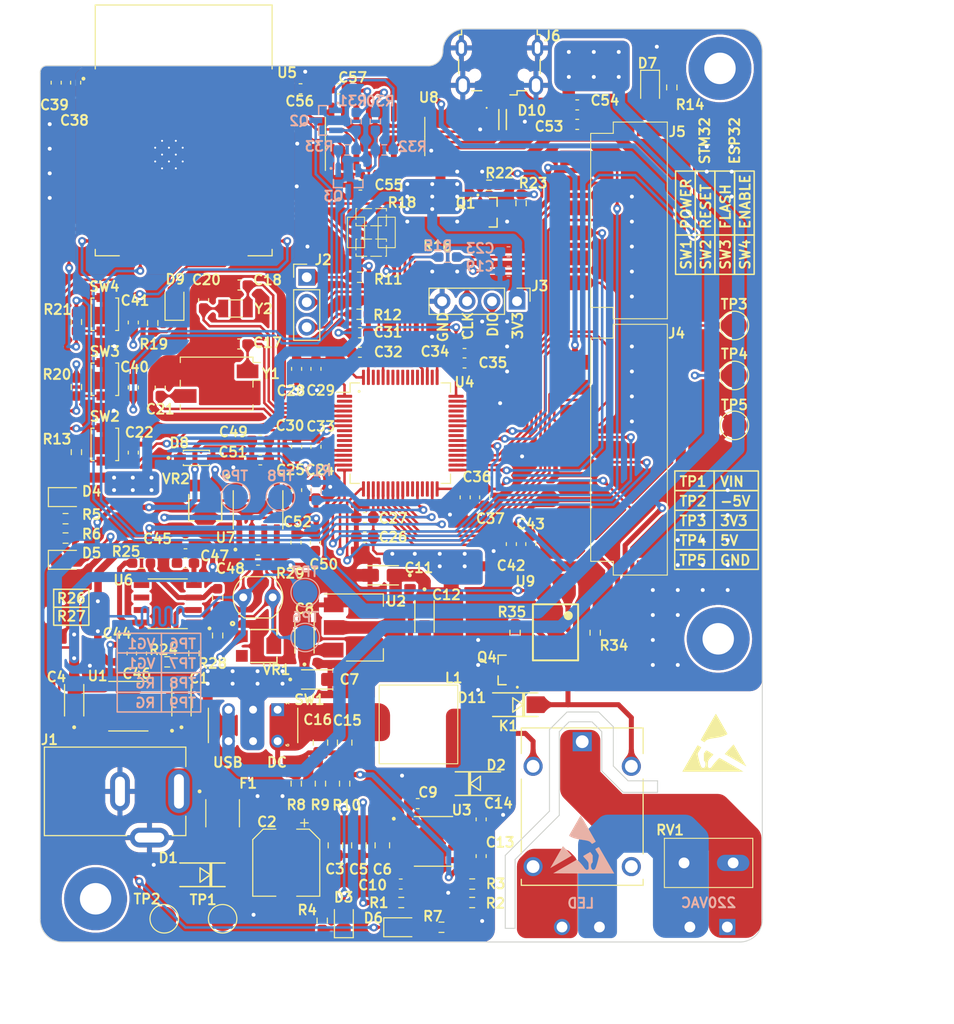
<source format=kicad_pcb>
(kicad_pcb (version 20240108) (generator "pcbnew") (generator_version "8.0")
  (layers (0 "F.Cu" signal) (31 "B.Cu" signal) (34 "B.Paste" user) (35 "F.Paste" user) (36 "B.SilkS" user "B.Silkscreen") (37 "F.SilkS" user "F.Silkscreen") (38 "B.Mask" user) (39 "F.Mask" user) (44 "Edge.Cuts" user))
  (net 0 "")
  (net 1 "Net-(U1-CAP+)")
  (net 2 "Net-(U1-CAP-)")
  (net 3 "VCC")
  (net 4 "GND")
  (net 5 "-5V")
  (net 6 "+5V")
  (net 7 "Net-(U3-PH)")
  (net 8 "Net-(U3-BOOT)")
  (net 9 "Net-(U3-SS)")
  (net 10 "+3V3")
  (net 11 "Net-(U3-COMP)")
  (net 12 "Net-(C13-Pad2)")
  (net 13 "Vin")
  (net 14 "/STM32/OSC_IN")
  (net 15 "GND1")
  (net 16 "/STM32/OSC32_IN")
  (net 17 "/STM32/OSC32_OUT")
  (net 18 "/STM32/OSC_OUT")
  (net 19 "/STM32/RESET")
  (net 20 "ADC1_0")
  (net 21 "EN")
  (net 22 "GNDA")
  (net 23 "CURRENT_SUPPLY")
  (net 24 "V_USB")
  (net 25 "Net-(U8-V3)")
  (net 26 "Net-(D3-K)")
  (net 27 "Net-(D4-K)")
  (net 28 "Net-(D5-K)")
  (net 29 "Net-(D6-A)")
  (net 30 "Net-(D7-K)")
  (net 31 "/STM32/LED_TEST")
  (net 32 "/ESP32/LED_STATUS")
  (net 33 "D_N")
  (net 34 "D_P")
  (net 35 "Net-(F1-Pad1)")
  (net 36 "/STM32/SWDIO")
  (net 37 "/STM32/SWCLK")
  (net 38 "SPI1_CS")
  (net 39 "TFT_RESET")
  (net 40 "TFT_DC_RS")
  (net 41 "SPI1_MOSI")
  (net 42 "SPI1_SCLK")
  (net 43 "/TFT/CONTROL_BL")
  (net 44 "SPI1_MISO")
  (net 45 "SPI2_SCLK")
  (net 46 "SPI2_CS")
  (net 47 "SPI2_MOSI")
  (net 48 "SPI2_MISO")
  (net 49 "TFT_IRQ")
  (net 51 "Net-(K1-PadCOM)")
  (net 52 "Net-(K1-PadNO)")
  (net 53 "Net-(U9-A)")
  (net 55 "Net-(Q1-Pad1)")
  (net 56 "Net-(Q2-Pad1)")
  (net 57 "RTS")
  (net 58 "Net-(Q3-Pad1)")
  (net 59 "DIR")
  (net 60 "FLASH")
  (net 61 "Net-(Q4-Pad1)")
  (net 62 "Net-(U3-EN)")
  (net 63 "Net-(R8-Pad2)")
  (net 64 "Net-(U3-VSENSE)")
  (net 65 "/STM32/BOOT0")
  (net 66 "Net-(TP9-Pad1)")
  (net 67 "TFT_BL")
  (net 68 "Net-(U6-VINA-)")
  (net 69 "Net-(U6-VINA+)")
  (net 70 "Net-(U6-VOUTA)")
  (net 71 "Net-(U8-~{DTR})")
  (net 72 "Net-(U8-~{RTS})")
  (net 74 "Net-(TP8-Pad1)")
  (net 83 "Net-(U4-PB2)")
  (net 87 "CONTROL_LED")
  (net 120 "U0_N")
  (net 121 "U0_P")
  (net 136 "Net-(D9-K)")
  (net 139 "Net-(D11-PadA)")
  (net 140 "Net-(J2-Pin_1)")
  (net 141 "Net-(J2-Pin_3)")
  (net 143 "RXD_2")
  (net 144 "TXD_2")
  (net 146 "Net-(U9-ET)")
  (net 147 "GPIO_1")
  (net 148 "GPIO_2")
  (net 149 "Net-(RV1-Pad1)")
  (net 150 "UART4_TX")
  (net 151 "UART4_RX")
  (net 154 "Net-(U4-PA10)")
  (net 155 "Net-(U4-PA9)")
  (footprint "Capacitor_SMD:C_0603_1608Metric_Pad1.08x0.95mm_HandSolder" (layer "F.Cu") (at 120.0647 86.3854)
    (property "Reference" "C49")
    (property "Value" "10uF/16V")
  )
  (footprint "BZT52C3V3-7-F:BZT52C3V3" (layer "F.Cu") (at 113.5634 88.1634)
    (property "Reference" "D8")
    (property "Value" "BZT52C3V3-7-F")
  )
  (footprint "Capacitor_SMD:C_0603_1608Metric_Pad1.08x0.95mm_HandSolder" (layer "F.Cu") (at 145.6182 96.9264 -90)
    (property "Reference" "C42")
    (property "Value" "10uF/16V")
  )
  (footprint "XH_2_54:au_XH_2.54mm_6_Chan_Dan_SMD_Nam_Ngang" (layer "F.Cu") (at 153.6952 64.0146 90)
    (property "Reference" "J5")
    (property "Value" "Socket_TFT_2")
  )
  (footprint "Capacitor_SMD:C_0603_1608Metric_Pad1.08x0.95mm_HandSolder" (layer "F.Cu") (at 123.7615 79.1113 90)
    (property "Reference" "C28")
    (property "Value" "100nF/16V")
  )
  (footprint "Capacitor_SMD:C_0603_1608Metric_Pad1.08x0.95mm_HandSolder" (layer "F.Cu") (at 152.3238 52.2732)
    (property "Reference" "C54")
    (property "Value" "100nF/16V")
  )
  (footprint "MMBT2222A:SOT103P240X110-3N" (layer "F.Cu") (at 144.9832 109.728 180)
    (property "Reference" "Q4")
    (property "Value" "MMBT2222A")
  )
  (footprint "L8D43:CDRH8D43NP-6R8" (layer "F.Cu") (at 140.1634 115.2652 180)
    (property "Reference" "L1")
    (property "Value" "6.8uH/4.4A")
  )
  (footprint "Capacitor_SMD:C_0603_1608Metric_Pad1.08x0.95mm_HandSolder" (layer "F.Cu") (at 105.9961 108.0468 -90)
    (property "Reference" "C44")
    (property "Value" "10uF/16V")
  )
  (footprint "MountingHole:MountingHole_3.2mm_M3_Pad_TopBottom" (layer "F.Cu") (at 166.8526 48.56)
    (property "Reference" "H3")
    (property "Value" "BoreHole")
  )
  (footprint "Resistor_SMD:R_0603_1608Metric_Pad0.98x0.95mm_HandSolder" (layer "F.Cu") (at 145.9992 105.9434 -90)
    (property "Reference" "R35")
    (property "Value" "1k/1%")
  )
  (footprint "Resistor_SMD:R_0603_1608Metric_Pad0.98x0.95mm_HandSolder" (layer "F.Cu") (at 130.1527 73.5584)
    (property "Reference" "R12")
    (property "Value" "10k/1%")
  )
  (footprint "Capacitor_SMD:C_0603_1608Metric_Pad1.08x0.95mm_HandSolder" (layer "F.Cu") (at 128.0264 50.635)
    (property "Reference" "C57")
    (property "Value" "22uF/6.3V")
  )
  (footprint "Capacitor_SMD:C_0603_1608Metric_Pad1.08x0.95mm_HandSolder" (layer "F.Cu") (at 123.698 96.7781 90)
    (property "Reference" "C52")
    (property "Value" "100nF/16V")
  )
  (footprint "Capacitor_SMD:C_0603_1608Metric_Pad1.08x0.95mm_HandSolder" (layer "F.Cu") (at 130.2027 77.4192)
    (property "Reference" "C32")
    (property "Value" "100nF/16V")
  )
  (footprint "Package_SO:SOIC-16_3.9x9.9mm_P1.27mm" (layer "F.Cu") (at 131.7498 55.4848 90)
    (property "Reference" "U8")
    (property "Value" "CH340C")
  )
  (footprint "Resistor_SMD:R_0603_1608Metric_Pad0.98x0.95mm_HandSolder" (layer "F.Cu") (at 139.1412 67.7418 180)
    (property "Reference" "R16")
    (property "Value" "0/1%")
  )
  (footprint "PC817X2NIP0F:SOT254P975X400-4N" (layer "F.Cu") (at 150.114 105.9008 -90)
    (property "Reference" "U9")
    (property "Value" "PC817X2NIPW")
  )
  (footprint "Capacitor_SMD:C_0603_1608Metric_Pad1.08x0.95mm_HandSolder" (layer "F.Cu") (at 134.3609 131.4958 180)
    (property "Reference" "C10")
    (property "Value" "10nF/50V")
  )
  (footprint "Resistor_SMD:R_0603_1608Metric_Pad0.98x0.95mm_HandSolder" (layer "F.Cu") (at 101.346 87.5793 -90)
    (property "Reference" "R13")
    (property "Value" "10k/1%")
  )
  (footprint "MMBT2222A:SOT103P240X110-3N" (layer "F.Cu") (at 143.4592 63.1914)
    (property "Reference" "Q1")
    (property "Value" "MMBT2222A")
  )
  (footprint "LED_SMD:LED_0805_2012Metric_Pad1.15x1.40mm_HandSolder" (layer "F.Cu") (at 128.5686 135.0924 90)
    (property "Reference" "D3")
    (property "Value" "Green")
  )
  (footprint "TAJA105K016RNJ:CAPMP3216X180N" (layer "F.Cu") (at 136.779 104.2734 -90)
    (property "Reference" "C12")
    (property "Value" "1uF/16V")
  )
  (footprint "Resistor_SMD:R_0603_1608Metric_Pad0.98x0.95mm_HandSolder" (layer "F.Cu") (at 126.365 135.2061 90)
    (property "Reference" "R4")
    (property "Value" "10k/1%")
  )
  (footprint "Resistor_SMD:R_0603_1608Metric_Pad0.98x0.95mm_HandSolder" (layer "F.Cu") (at 109.1184 74.4466 90)
    (property "Reference" "R19")
    (property "Value" "10k/1%")
  )
  (footprint "LED_SMD:LED_0805_2012Metric_Pad1.15x1.40mm_HandSolder" (layer "F.Cu") (at 134.493 135.89)
    (property "Reference" "D6")
    (property "Value" "Green")
  )
  (footprint "TAJA106K016RNJ:CAPMP3216X180N" (layer "F.Cu") (at 132.5334 100.1014 180)
    (property "Reference" "C11")
    (property "Value" "10uF/16V")
  )
  (footprint "Resistor_SMD:R_0603_1608Metric_Pad0.98x0.95mm_HandSolder" (layer "F.Cu") (at 101.346 74.3466 -90)
    (property "Reference" "R21")
    (property "Value" "10k/1%")
  )
  (footprint "SS34:DO-214AC" (layer "F.Cu") (at 142.2134 121.285)
    (property "Reference" "D2")
    (property "Value" "SS54")
  )
  (footprint "ICL7662CBA-T:SOIC127P600X175-8N" (layer "F.Cu") (at 106.6314 113.411 180)
    (property "Reference" "U1")
    (property "Value" "ICL7662CBA-T")
  )
  (footprint "Capacitor_SMD:C_0805_2012Metric_Pad1.18x1.45mm_HandSolder" (layer "F.Cu") (at 127.7112 127.5599 -90)
    (property "Reference" "C3")
    (property "Value" "4.7uF/50V")
  )
  (footprint "Capacitor_SMD:C_0603_1608Metric_Pad1.08x0.95mm_HandSolder" (layer "F.Cu") (at 125.73 79.1113 90)
    (property "Reference" "C29")
    (property "Value" "100nF/16V")
  )
  (footprint "Capacitor_SMD:C_0805_2012Metric_Pad1.18x1.45mm_HandSolder" (layer "F.Cu") (at 130.0988 127.5599 -90)
    (property "Reference" "C5")
    (property "Value" "4.7uF/50V")
  )
  (footprint "Resistor_SMD:R_0603_1608Metric_Pad0.98x0.95mm_HandSolder" (layer "F.Cu") (at 146.6088 62.2789 -90)
    (property "Reference" "R23")
    (property "Value" "10k/1%")
  )
  (footprint "Capacitor_SMD:C_0603_1608Metric_Pad1.08x0.95mm_HandSolder" (layer "F.Cu") (at 107.1372 74.3966 -90)
    (property "Reference" "C41")
    (property "Value" "100nF/16V")
  )
  (footprint "Capacitor_SMD:C_0805_2012Metric_Pad1.18x1.45mm_HandSolder" (layer "F.Cu") (at 126.1872 117.1152 -90)
    (property "Reference" "C16")
    (property "Value" "47uF/6.3V")
  )
  (footprint "Capacitor_SMD:C_0603_1608Metric_Pad1.08x0.95mm_HandSolder" (layer "F.Cu") (at 114.2946 72.1117 90)
    (property "Reference" "C20")
    (property "Value" "20pF/50V")
  )
  (footprint "NetTie:NetTie-2_SMD_Pad2.0mm" (layer "F.Cu") (at 101.473 104.14)
    (property "Reference" "NT1" (hide yes))
    (property "Value" "NetTie_2" (hide yes))
  )
  (footprint "Resistor_SMD:R_0603_1608Metric_Pad0.98x0.95mm_HandSolder" (layer "F.Cu") (at 107.9724 98.8672)
    (property "Reference" "R25")
    (property "Value" "100k/1%")
  )
  (footprint "Capacitor_SMD:C_0603_1608Metric_Pad1.08x0.95mm_HandSolder" (layer "F.Cu") (at 107.9724 108.0468 -90)
    (property "Reference" "C46")
    (property "Value" "100nF/16V")
  )
  (footprint "Resistor_SMD:R_0603_1608Metric_Pad0.98x0.95mm_HandSolder" (layer "F.Cu") (at 110.59 108.9)
    (property "Reference" "R24")
    (property "Value" "100k/1%")
  )
  (footprint "Capacitor_SMD:C_0603_1608Metric_Pad1.08x0.95mm_HandSolder" (layer "F.Cu") (at 142.9004 92.1766 -90)
    (property "Reference" "C37")
    (property "Value" "100nF/16V")
  )
  (footprint "Capacitor_SMD:CP_Elec_6.3x5.4" (layer "F.Cu") (at 122.7074 129.3224 -90)
    (property "Reference" "C2")
    (property "Value" "22uF/25V")
  )
  (footprint "UART:uart_conn" (layer "F.Cu") (at 129.8027 63.6889)
    (property "Reference" "R18")
    (property "Value" "Uart_Conn")
  )
  (footprint "TAJA105K016RNJ:CAPMP3216X180N" (layer "F.Cu") (at 124.5616 106.41 90)
    (property "Reference" "C8")
    (property "Value" "1uF/16V")
  )
  (footprint "TestPoint:TestPoint_Pad_D2.5mm" (layer "F.Cu") (at 110.2868 135.0264 90)
    (property "Reference" "TP2")
    (property "Value" "-5V")
  )
  (footprint "OptoDevice:R_LDR_5.0x4.1mm_P3mm_Vertical" (layer "F.Cu") (at 121.3305 102.3414 180)
    (property "Reference" "R29")
    (property "Value" "GL5528 ")
  )
  (footprint "Resistor_SMD:R_0603_1608Metric_Pad0.98x0.95mm_HandSolder" (layer "F.Cu") (at 115.7243 102.3826 -90)
    (property "Reference" "R26")
    (property "Value" "100k/1%")
  )
  (footprint "Capacitor_SMD:C_0805_2012Metric_Pad1.18x1.45mm_HandSolder" (layer "F.Cu") (at 128.651 117.1152 -90)
    (property "Reference" "C15")
    (property "Value" "47uF/6.3V")
  )
  (footprint "TAJA106K016RNJ:CAPMP3216X180N" (layer "F.Cu") (at 125.8616 110.6932)
    (property "Reference" "C7")
    (property "Value" "10uF/16V")
  )
  (footprint "Capacitor_SMD:C_0603_1608Metric_Pad1.08x0.95mm_HandSolder" (layer "F.Cu") (at 147.5994 96.9264 -90)
    (property "Reference" "C43")
    (property "Value" "100nF/16V")
  )
  (footprint "Resistor_SMD:R_0603_1608Metric_Pad0.98x0.95mm_HandSolder" (layer "F.Cu") (at 161.9504 50.4952 -90)
    (property "Reference" "R14")
    (property "Value" "10k/1%")
  )
  (footprint "Capacitor_SMD:C_0603_1608Metric_Pad1.08x0.95mm_HandSolder" (layer "F.Cu") (at 140.8527 78.5114)
    (property "Reference" "C35")
    (property "Value" "100nF/16V")
  )
  (footprint "Resistor_SMD:R_0603_1608Metric_Pad0.98x0.95mm_HandSolder" (layer "F.Cu") (at 141.6323 133.3754)
    (property "Reference" "R2")
    (property "Value" "20k/1%")
  )
  (footprint "footprints:EVM-3E" (layer "F.Cu") (at 119.7289 107.2944 -90)
    (property "Reference" "VR1")
    (property "Value" "50k/0.15W")
  )
  (footprint "Resistor_SMD:R_0603_1608Metric_Pad0.98x0.95mm_HandSolder" (layer "F.Cu") (at 123.7234 121.285 -90)
    (property "Reference" "R8")
    (property "Value" "2.49k/1%")
  )
  (footprint "Package_TO_SOT_SMD:SOT-223-3_TabPin2" (layer "F.Cu") (at 130.6834 105.41)
    (property "Reference" "U2")
    (property "Value" "AMS1117-3.3")
  )
  (footprint "Resistor_SMD:R_0603_1608Metric_Pad0.98x0.95mm_HandSolder" (layer "F.Cu") (at 128.651 121.285 -90)
    (property "Reference" "R10")
    (property "Value" "10k/1%")
  )
  (footprint "TestPoint:TestPoint_Pad_D2.5mm" (layer "F.Cu") (at 116.2304 135.0264 90)
    (property "Reference" "TP1")
    (property "Value" "Vin")
  )
  (footprint "Capacitor_SMD:C_0603_1608Metric_Pad1.08x0.95mm_HandSolder" (layer "F.Cu") (at 140.8527 76.5302)
    (property "Reference" "C34")
    (property "Value" "100nF/16V")
  )
  (footprint "MountingHole:MountingHole_3.2mm_M3_Pad_TopBottom" (layer "F.Cu") (at 103.3018 132.9944)
    (property "Reference" "H1")
    (property "Value" "BoreHole")
  )
  (footprint "LED_SMD:LED_0805_2012Metric_Pad1.15x1.40mm_HandSolder" (layer "F.Cu") (at 100.3554 92.1512)
    (property "Reference" "D4")
    (property "Value" "Green")
  )
  (footprint "SRA-05VDC-CL:RELAY_SRA-05VDC-CL" (layer "F.Cu") (at 152.8318 123.6218 -90)
    (property "Reference" "K1")
    (property "Value" "SRA-05VDC-CL")
  )
  (footprint "NetTie:NetTie-2_SMD_Pad0.5mm" (layer "F.Cu") (at 112.5728 75.7682)
    (property "Reference" "NT2" (hide yes))
    (property "Value" "NetTie_2" (hide yes))
  )
  (footprint "MCP6002-E_SN:SOIC127P599X175-8N" (layer "F.Cu") (at 110.6424 102.997 180)
    (property "Reference" "U6")
    (property "Value" "MCP6002-E_SN")
  )
  (footprint "ESP32-WROOM-32E__4MB_HIGH_TEMP_:XCVR_ESP32-WROOM-32E__4MB_HIGH_TEMP_" (layer "F.Cu") (at 112.2664 54.8648)
    (property "Reference" "U5")
    (property "Value" "ESP32-WROOM-32E__4MB_HIGH_TEMP_")
  )
  (footprint "Capacitor_SMD:C_0603_1608Metric_Pad1.08x0.95mm_HandSolder" (layer "F.Cu") (at 107.1372 87.6293 -90)
    (property "Reference" "C22")
    (property "Value" "100nF/16V")
  )
  (footprint "Capacitor_SMD:C_0603_1608Metric_Pad1.08x0.95mm_HandSolder" (layer "F.Cu") (at 124.1639 50.635 180)
    (property "Reference" "C56")
    (property "Value" "100nF/16V")
  )
  (footprint "MS-22D18G2ROHS:SW_MS-22D18G2ROHS" (layer "F.Cu") (at 119.3292 115.3668 -90)
    (property "Reference" "SW1")
    (property "Value" "MS-22D18G2ROHS")
  )
  (footprint "SS34:DO-214AC" (layer "F.Cu") (at 146.0172 113.2586 180)
    (property "Reference" "D11")
    (property "Value" "SS34")
  )
  (footprint "Capacitor_SMD:C_0603_1608Metric_Pad1.08x0.95mm_HandSolder" (layer "F.Cu") (at 152.3238 54.2544)
    (property "Reference" "C53")
    (property "Value" "10uF/16V")
  )
  (footprint "Resistor_SMD:R_0603_1608Metric_Pad0.98x0.95mm_HandSolder" (layer "F.Cu") (at 101.346 80.9571 -90)
    (property "Reference" "R20")
    (property "Value" "10k/1%")
  )
  (footprint "LED_SMD:LED_0805_2012Metric_Pad1.15x1.40mm_HandSolder" (layer "F.Cu") (at 100.3554 98.5266)
    (property "Reference" "D5")
    (property "Value" "Green")
  )
  (footprint "TAJA106K016RNJ:CAPMP3216X180N" (layer "F.Cu") (at 112.0416 112.806 90)
    (property "Reference" "C1")
    (property "Value" "10uF/16V")
  )
  (footprint "LED_SMD:LED_0805_2012Metric_Pad1.15x1.40mm_HandSolder" (layer "F.Cu") (at 111.3282 72.3138 90)
    (property "Reference" "D9")
    (property "Value" "Green")
  )
  (footprint "Crystal:Crystal_SMD_EuroQuartz_MQ-4Pin_7.0x5.0mm" (layer "F.Cu") (at 115.6208 80.6196 180)
    (property "Reference" "Y1")
    (property "Value" "8MHz")
  )
  (footprint "Capacitor_SMD:C_0603_1608Metric_Pad1.08x0.95mm_HandSolder" (layer "F.Cu") (at 123.7615 87.0363 90)
    (property "Reference" "C30")
    (property "Value" "1uF/16V")
  )
  (footprint "Button_Switch_SMD:SW_SPST_B3U-1000P" (layer "F.Cu") (at 104.2416 86.7918 -90)
    (property "Reference" "SW2")
    (property "Value" "RESET")
  )
  (footprint "MOV-14D471K:MOV07D471K" (layer "F.Cu") (at 165.695 129.3468)
    (property "Reference" "RV1")
    (property "Value" "MOV-07D471K")
  )
  (footprint "Capacitor_SMD:C_0603_1608Metric_Pad1.08x0.95mm_HandSolder" (layer "F.Cu") (at 125.6792 96.7781 90)
    (property "Reference" "C50")
    (property "Value" "10uF/16V")
  )
  (footprint "TPS54331D:SOIC127P599X175-8N" (layer "F.Cu") (at 137.6934 127.1574)
    (property "Reference" "U3")
    (property "Value" "TPS54331D")
  )
  (footprint "footprints:EVM-3E" (layer "F.Cu") (at 114.463513 92.51865 180)
    (property "Reference" "VR2")
    (property "Value" "50k/0.15W")
  )
  (footprint "SS34:DO-214AC" (layer "F.Cu") (at 114.1804 130.556 180)
    (property "Reference" "D1")
    (property "Value" "SS34")
  )
  (footprint "Connector_PinHeader_2.54mm:PinHeader_1x04_P2.54mm_Vertical" (layer "F.Cu") (at 146.1924 72.2376 -90)
    (property "Reference" "J3")
    (property "Value" "Load Program")
  )
  (footprint "Resistor_SMD:R_0603_1608Metric_Pad0.98x0.95mm_HandSolder" (layer "F.Cu") (at 113.3124 108.0468 90)
    (property "Reference" "R28")
    (property "Value" "200k/1%")
  )
  (footprint "LED_SMD:LED_0805_2012Metric_Pad1.15x1.40mm_HandSolder" (layer "F.Cu") (at 159.7406 50.6077 -90)
    (property "Reference" "D7")
    (property "Value" "Green")
  )
  (footprint "Capacitor_SMD:C_0603_1608Metric_Pad1.08x0.95mm_HandSolder" (layer "F.Cu") (at 99.2886 50.0123 90)
    (property "Reference" "C39")
    (property "Value" "22uF/6.3V")
  )
  (footprint "Resistor_SMD:R_0603_1608Metric_Pad0.98x0.95mm_HandSolder" (layer "F.Cu") (at 143.3557 60.4482 180)
    (property "Reference" "R22")
    (property "Value" "1k/1%")
  )
  (footprint "Resistor_SMD:R_0603_1608Metric_Pad0.98x0.95mm_HandSolder" (layer "F.Cu") (at 154.1526 105.9434 -90)
    (property "Reference" "R34")
    (property "Value" "220/1%")
  )
  (footprint "Capacitor_SMD:C_0603_1608Metric_Pad1.08x0.95mm_HandSolder" (layer "F.Cu") (at 109.8804 81.0071 90)
    (property "Reference" "C21")
    (property "Value" "20pF/50V")
  )
  (footprint "Capacitor_SMD:C_0603_1608Metric_Pad1.08x0.95mm_HandSolder" (layer "F.Cu") (at 130.2523 60.4266 180)
    (property "Reference" "C55")
    (property "Value" "100nF/16V")
  )
  (footprint "XH_2_54:au_XH_2.54mm_8_Chan_Dan_SMD_Nam_Ngang" (layer "F.Cu") (at 153.6952 87.3318 90)
    (property "Reference" "J4")
    (property "Value" "Socket_TFT_1")
  )
  (footprint "Capacitor_SMD:C_0603_1608Metric_Pad1.08x0.95mm_HandSolder" (layer "F.Cu") (at 130.7027 96.2152 180)
    (property "Reference" "C26")
    (property "Value" "4.7uF/25V")
  )
  (footprint "Capacitor_SMD:C_0603_1608Metric_Pad1.08x0.95mm_HandSolder" (layer "F.Cu") (at 142.5448 124.9172 90)
    (property "Reference" "C14")
    (property "Value" "47pF/50V")
  )
  (footprint "Package_QFP:LQFP-64_10x10mm_P0.5mm" (layer "F.Cu") (at 134.3152 85.6488)
    (property "Reference" "U4")
    (property "Value" "STM32F103RCTx")
  )
  (footprint "Capacitor_SMD:C_0603_1608Metric_Pad1.08x0.95mm_HandSolder" (layer "F.Cu") (at 140.9192 92.1766 -90)
    (property "Reference" "C36")
    (property "Value" "100nF/16V")
  )
  (footprint "Resistor_SMD:R_0603_1608Metric_Pad0.98x0.95mm_HandSolder" (layer "F.Cu") (at 115.7243 106.2218 -90)
    (property "Reference" "R27")
    (property "Value" "100k/1%")
  )
  (footprint "Capacitor_SMD:C_0603_1608Metric_Pad1.08x0.95mm_HandSolder" (layer "F.Cu") (at 136.0859 123.317 180)
    (property "Reference" "C9")
    (property "Value" "0.1uF/16V")
  )
  (footprint "Capacitor_SMD:C_0603_1608Metric_Pad1.08x0.95mm_HandSolder" (layer "F.Cu") (at 112.4499 98.8672 180)
    (property "Reference" "C47")
    (property "Value" "100nF/16V")
  )
  (footprint "TestPoint:TestPoint_Pad_D2.5mm" (layer "F.Cu") (at 168.3258 79.7814 90)
    (property "Reference" "TP4")
    (property "Value" "5V")
  )
  (footprint "Resistor_SMD:R_0603_1608Metric_Pad0.98x0.95mm_HandSolder" (layer "F.Cu") (at 126.1872 121.285 90)
    (property "Reference" "R9")
    (property "Value" "49.9k/1%")
  )
  (footprint "Capacitor_SMD:C_0603_1608Metric_Pad1.08x0.95mm_HandSolder" (layer "F.Cu") (at 142.5448 128.6549 -90)
    (property "Reference" "C13")
    (property "Value" "1nF/50V")
  )
  (footprint "INA128UA:SOIC127P599X175-8N" (layer "F.Cu") (at 119.8372 93.4456 90)
    (property "Reference" "U7")
    (property "Value" "INA128UA")
  )
  (footprint "Capacitor_SMD:C_0603_1608Metric_Pad1.08x0.95mm_HandSolder" (layer "F.Cu") (at 120.0647 88.3666)
    (property "Reference" "C51")
    (property "Value" "100nF/16V")
  )
  (footprint "TAJA106K016RNJ:CAPMP3216X180N" (layer "F.Cu") (at 101.1196 112.806 90)
    (property "Reference" "C4")
    (property "Value" "10uF/16V")
  )
  (footprint "Capacitor_SMD:C_0603_1608Metric_Pad1.08x0.95mm_HandSolder" (layer "F.Cu") (at 130.2027 75.438)
    (property "Reference" "C31")
    (property "Value" "100nF/16V")
  )
  (footprint "MKDS1_2-3:PHOENIX_MKDS1_2-3.81" (layer "F.Cu") (at 165.69452 135.9154 180)
    (property "Reference" "XA2" (hide yes))
    (property "Value" "220VAC")
  )
  (footprint "Capacitor_SMD:C_0603_1608Metric_Pad1.08x0.95mm_HandSolder" (layer "F.Cu") (at 117.9083 76.581 180)
    (property "Reference" "C17")
    (property "Value" "20pF/50V")
  )
  (footprint "Fuse:Fuse_1812_4532Metric_Pad1.30x3.40mm_HandSolder" (layer "F.Cu") (at 116.2304 124.2974 -90)
    (property "Reference" "F1")
    (property "Value" "16V/2.5A")
  )
  (footprint "Resistor_SMD:R_0603_1608Metric_Pad0.98x0.95mm_HandSolder" (layer "F.Cu") (at 100.2429 96.3168)
    (property "Reference" "R6")
    (property "Value" "10k/1%")
  )
  (footprint "Resistor_SMD:R_0603_1608Metric_Pad0.98x0.95mm_HandSolder" (layer "F.Cu") (at 130.2027 69.7992 180)
    (property "Reference" "R11")
    (property "Value" "10k/1%")
  )
  (footprint "SMF05C:SC70-6" (layer "F.Cu") (at 144.72912 53.7648 -90)
    (property "Reference" "D10")
    (property "Value" "SMF05C")
  )
  (footprint "Crystal:Crystal_SMD_3215-2Pin_3.2x1.5mm" (layer "F.Cu") (at 117.5458 72.9742)
    (property "Reference" "Y2")
    (property "Value" "32.768KHz")
  )
  (footprint "Button_Switch_SMD:SW_SPST_B3U-1000P" (layer "F.Cu") (at 104.2416 80.1696 90)
    (property "Reference" "SW3")
    (property "Value" "FLASH")
  )
  (footprint "Capacitor_SMD:C_0603_1608Metric_Pad1.08x0.95mm_HandSolder" (layer "F.Cu") (at 130.7027 94.234 180)
    (property "Reference" "C27")
    (property "Value" "100nF/16V")
  )
  (footprint "Button_Switch_SMD:SW_SPST_B3U-1000P" (layer "F.Cu") (at 104.2416 73.5591 90)
    (property "Reference" "SW4")
    (property "Value" "ENABLE")
  )
  (footprint "Capacitor_SMD:C_0603_1608Metric_Pad1.08x0.95mm_HandSolder" (layer "F.Cu") (at 107.1372 81.0071 -90)
    (property "Reference" "C40")
    (property "Value" "100nF/16V")
  )
  (footprint "Capacitor_SMD:C_0603_1608Metric_Pad1.08x0.95mm_HandSolder" (layer "F.Cu") (at 125.73 87.0363 90)
    (property "Reference" "C33")
    (property "Value" "10nF/50V")
  )
  (footprint "Capacitor_SMD:C_0603_1608Metric_Pad1.08x0.95mm_HandSolder" (layer "F.Cu") (at 123.7615 91.44 -90)
    (property "Reference" "C25")
    (property "Value" "1uF/16V")
  )
  (footprint "Capacitor_SMD:C_0805_2012Metric_Pad1.18x1.45mm_HandSolder" (layer "F.Cu") (at 132.4864 127.5599 -90)
    (property "Reference" "C6")
    (property "Value" "10pF/50V")
  )
  (footprint "DC-005-5A-2:XKB_DC-005-5A-2.0" (layer "F.Cu") (at 105.7854 122.0724)
    (property "Reference" "J1")
    (property "Value" "DC-005-5A-2.0")
  )
  (footprint "Connector_PinHeader_2.54mm:PinHeader_1x03_P2.54mm_Vertical" (layer "F.Cu") (at 124.7902 69.7992)
    (property "Reference" "J2")
    (property "Value" "BOOT")
  )
  (footprint "MKDS1_2-3:PHOENIX_MKDS1_2-3.81" (layer "F.Cu") (at 152.6794 135.9154 180)
    (property "Reference" "XA1" (hide yes))
    (property "Value" "LED")
  )
  (footprint "Symbol:ESD-Logo_6.6x6mm_SilkScreen" (layer "F.Cu") (at 166.27824 117.114512)
    (property "Reference" "REF**" (hide yes))
    (property "Value" "ESD-Logo_6.6x6mm_SilkScreen" (hide yes))
  )
  (footprint "Capacitor_SMD:C_0603_1608Metric_Pad1.08x0.95mm_HandSolder" (layer "F.Cu") (at 117.9333 70.5866 180)
    (property "Reference" "C18")
    (property "Value" "20pF/50V")
  )
  (footprint "Connector_USB:USB_Micro-B_Wuerth_629105150521" (layer "F.Cu") (at 144.404 48.4308 180)
    (property "Reference" "J6")
    (property "Value" "USB_B_Micro")
  )
  (footprint "Capacitor_SMD:C_0603_1608Metric_Pad1.08x0.95mm_HandSolder" (layer "F.Cu") (at 101.2698 50.0123 90)
    (property "Reference" "C38")
    (property "Value" "100nF/16V")
  )
  (footprint "Capacitor_SMD:C_0603_1608Metric_Pad1.08x0.95mm_HandSolder" (layer "F.Cu") (at 119.8372 98.5572 180)
    (property "Reference" "C48")
    (property "Value" "1uF/16V")
  )
  (footprint "Resistor_SMD:R_0603_1608Metric_Pad0.98x0.95mm_HandSolder" (layer "F.Cu") (at 134.4109 133.3754)
    (property "Reference" "R1")
    (property "Value" "100k/1%")
  )
  (footprint "TestPoint:TestPoint_Pad_D2.5mm" (layer "F.Cu") (at 168.3258 84.8614)
    (property "Reference" "TP5")
    (property "Value" "GND")
  )
  (footprint "Capacitor_SMD:C_0603_1608Metric_Pad1.08x0.95mm_HandSolder" (layer "F.Cu") (at 112.4499 96.8962 180)
    (property "Reference" "C45")
    (property "Value" "10uF/16V")
  )
  (footprint "Resistor_SMD:R_0603_1608Metric_Pad0.98x0.95mm_HandSolder" (layer "F.Cu") (at 141.6323 131.4958 180)
    (property "Reference" "R3")
    (property "Value" "30k/1%")
  )
  (footprint "MountingHole:MountingHole_3.2mm_M3_Pad_TopBottom" (layer "F.Cu") (at 166.6748 106.5596)
    (property "Reference" "H2")
    (property "Value" "BoreHole")
  )
  (footprint "TestPoint:TestPoint_Pad_D2.5mm" (layer "F.Cu") (at 168.3258 74.7014 90)
    (property "Reference" "TP3")
    (property "Value" "3V3")
  )
  (footprint "Capacitor_SMD:C_0603_1608Metric_Pad1.08x0.95mm_HandSolder" (layer "F.Cu") (at 125.73 91.44 -90)
    (property "Reference" "C24")
    (property "Value" "10nF/50V")
  )
  (footprint "Resistor_SMD:R_0603_1608Metric_Pad0.98x0.95mm_HandSolder" (layer "F.Cu") (at 100.2429 94.3442)
    (property "Reference" "R5")
    (property "Value" "10k/1%")
  )
  (footprint "Resistor_SMD:R_0603_1608Metric_Pad0.98x0.95mm_HandSolder" (layer "F.Cu") (at 138.5062 135.89)
    (property "Reference" "R7")
    (property "Value" "10k/1%")
  )
  (footprint "MMBT2222A:SOT103P240X110-3N" (layer "B.Cu") (at 126.7206 53.8442 180)
    (property "Reference" "Q2")
    (property "Value" "MMBT2222A")
  )
  (footprint "TestPoint:TestPoint_Pad_D2.5mm" (layer "B.Cu") (at 122.1232 92.1258 180)
    (property "Reference" "TP8")
    (property "Value" "RG_1")
  )
  (footprint "Capacitor_SMD:C_0603_1608Metric_Pad1.08x0.95mm_HandSolder" (layer "B.Cu") (at 145.3299 69.1896 180)
    (property "Reference" "C19")
    (property "Value" "10uF/16V")
  )
  (footprint "Resistor_SMD:R_0603_1608Metric_Pad0.98x0.95mm_HandSolder" (layer "B.Cu") (at 125.7554 91.567 90)
    (property "Reference" "R17")
    (property "Value" "10k/1%")
  )
  (footprint "Resistor_SMD:R_0603_1608Metric_Pad0.98x0.95mm_HandSolder" (layer "B.Cu") (at 131.7752 53.9477 -90)
    (property "Reference" "R30")
    (property "Value" "22/1%")
  )
  (footprint "Resistor_SMD:R_0603_1608Metric_Pad0.98x0.95mm_HandSolder" (layer "B.Cu") (at 129.8194 53.9477 -90)
    (property "Reference" "R31")
    (property "Value" "22/1%")
  )
  (footprint "TestPoint:TestPoint_Pad_D2.5mm" (layer "B.Cu") (at 124.6378 106.426 90)
    (property "Reference" "TP6")
    (property "Value" "V_P")
  )
  (footprint "MMBT2222A:SOT103P240X110-3N" (layer "B.Cu") (at 129.0104 59.9694 -90)
    (property "Reference" "Q3")
    (property "Value" "MMBT2222A")
  )
  (footprint "TestPoint:TestPoint_Pad_D2.5mm" (layer "B.Cu") (at 117.5512 92.1258 180)
    (property "Reference" "TP9")
    (property "Value" "RG_2")
  )
  (footprint "Resistor_SMD:R_0603_1608Metric_Pad0.98x0.95mm_HandSolder" (layer "B.Cu") (at 128.9069 56.8452 180)
    (property "Reference" "R33")
    (property "Value" "10k/1%")
  )
  (footprint "TestPoint:TestPoint_Pad_D2.5mm" (layer "B.Cu") (at 124.6378 101.854 90)
    (property "Reference" "TP7")
    (property "Value" "V_N")
  )
  (footprint "Capacitor_SMD:C_0603_1608Metric_Pad1.08x0.95mm_HandSolder" (layer "B.Cu") (at 145.3299 67.2084 180)
    (property "Reference" "C23")
    (property "Value" "100nF/16V")
  )
  (footprint "Symbol:ESD-Logo_6.6x6mm_SilkScreen" (layer "B.Cu") (at 152.8318 127.4572 180)
    (property "Reference" "REF**" (hide yes))
    (property "Value" "ESD-Logo_6.6x6mm_SilkScreen" (hide yes))
  )
  (footprint "Resistor_SMD:R_0603_1608Metric_Pad0.98x0.95mm_HandSolder" (layer "B.Cu") (at 132.6877 56.8452)
    (property "Reference" "R32")
    (property "Value" "10k/1%")
  )
  (footprint "Resistor_SMD:R_0603_1608Metric_Pad0.98x0.95mm_HandSolder" (layer "B.Cu") (at 139.1412 67.7418 180)
    (property "Reference" "R15")
    (property "Value" "0/1%")
  )
  (gr_rect (start 105.5 108) (end 110 110) (stroke (width 0.15)) (fill none) (layer "B.SilkS"))
  (gr_rect (start 105.5 106) (end 110 108) (stroke (width 0.15)) (fill none) (layer "B.SilkS"))
  (gr_rect (start 110 112) (end 114 114) (stroke (width 0.15)) (fill none) (layer "B.SilkS"))
  (gr_rect (start 110 108) (end 114 110) (stroke (width 0.15)) (fill none) (layer "B.SilkS"))
  (gr_rect (start 110 106) (end 114 108) (stroke (width 0.15)) (fill none) (layer "B.SilkS"))
  (gr_rect (start 110 110) (end 114 112) (stroke (width 0.15)) (fill none) (layer "B.SilkS"))
  (gr_rect (start 105.5 112) (end 110 114) (stroke (width 0.15)) (fill none) (layer "B.SilkS"))
  (gr_rect (start 105.5 110) (end 110 112) (stroke (width 0.15)) (fill none) (layer "B.SilkS"))
  (gr_rect (start 168.336 65.5) (end 170.336 69.5) (stroke (width 0.15)) (fill none) (layer "F.SilkS"))
  (gr_rect (start 99.0346 101.5238) (end 102.616 103.3526) (stroke (width 0.15)) (fill none) (layer "F.SilkS"))
  (gr_rect (start 162.336 59) (end 164.336 65.5) (stroke (width 0.15)) (fill none) (layer "F.SilkS"))
  (gr_rect (start 166.336 65.5) (end 168.336 69.5) (stroke (width 0.15)) (fill none) (layer "F.SilkS"))
  (gr_rect (start 168.336 59) (end 170.336 65.5) (stroke (width 0.15)) (fill none) (layer "F.SilkS"))
  (gr_rect (start 164.336 59) (end 166.336 65.5) (stroke (width 0.15)) (fill none) (layer "F.SilkS"))
  (gr_rect (start 166.25 97.5) (end 170.75 99.5) (stroke (width 0.15)) (fill none) (layer "F.SilkS"))
  (gr_circle (center 130.1242 81.407) (end 130.1242 81.4832) (stroke (width 0.15)) (fill none) (layer "F.SilkS"))
  (gr_rect (start 166.2578 93.4934) (end 170.7578 95.4934) (stroke (width 0.15)) (fill none) (layer "F.SilkS"))
  (gr_rect (start 162.2578 95.4934) (end 166.2578 97.4934) (stroke (width 0.15)) (fill none) (layer "F.SilkS"))
  (gr_rect (start 99.0346 103.3526) (end 102.616 105.1814) (stroke (width 0.15)) (fill none) (layer "F.SilkS"))
  (gr_rect (start 162.2578 89.4934) (end 166.2578 91.4934) (stroke (width 0.15)) (fill none) (layer "F.SilkS"))
  (gr_rect (start 166.2578 89.4934) (end 170.7578 91.4934) (stroke (width 0.15)) (fill none) (layer "F.SilkS"))
  (gr_rect (start 162.2578 93.4934) (end 166.2578 95.4934) (stroke (width 0.15)) (fill none) (layer "F.SilkS"))
  (gr_rect (start 166.2578 91.4934) (end 170.7578 93.4934) (stroke (width 0.15)) (fill none) (layer "F.SilkS"))
  (gr_rect (start 166.2578 95.4934) (end 170.7578 97.4934) (stroke (width 0.15)) (fill none) (layer "F.SilkS"))
  (gr_rect (start 166.336 59) (end 168.336 65.5) (stroke (width 0.15)) (fill none) (layer "F.SilkS"))
  (gr_rect (start 162.25 97.5) (end 166.25 99.5) (stroke (width 0.15)) (fill none) (layer "F.SilkS"))
  (gr_rect (start 162.336 65.5) (end 164.336 69.5) (stroke (width 0.15)) (fill none) (layer "F.SilkS"))
  (gr_rect (start 164.336 65.5) (end 166.336 69.5) (stroke (width 0.15)) (fill none) (layer "F.SilkS"))
  (gr_rect (start 162.2578 91.4934) (end 166.2578 93.4934) (stroke (width 0.15)) (fill none) (layer "F.SilkS"))
  (gr_arc (start 171.162071 135.111129) (mid 170.495015 136.721544) (end 168.8846 137.3886) (stroke (width 0.1)) (layer "Edge.Cuts"))
  (gr_line (start 149.5 115.79) (end 149.5 124.08) (stroke (width 0.1)) (layer "Edge.Cuts"))
  (gr_line (start 97.663 135.111129) (end 97.663 48.95) (stroke (width 0.1)) (layer "Edge.Cuts"))
  (gr_line (start 144.999767 128.583433) (end 144.999767 136) (stroke (width 0.1)) (layer "Edge.Cuts"))
  (gr_line (start 171.162071 46.820729) (end 171.162071 135.111129) (stroke (width 0.1)) (layer "Edge.Cuts"))
  (gr_line (start 146 136) (end 146 129) (stroke (width 0.1)) (layer "Edge.Cuts"))
  (gr_arc (start 168.8846 44.543258) (mid 170.495015 45.210314) (end 171.162071 46.820729) (stroke (width 0.1)) (layer "Edge.Cuts"))
  (gr_line (start 98.33 48.29) (end 137.171529 48.29) (stroke (width 0.1)) (layer "Edge.Cuts"))
  (gr_line (start 150.5 124.5) (end 150.5 116) (stroke (width 0.1)) (layer "Edge.Cuts"))
  (gr_line (start 156 115.5) (end 154.5 114) (stroke (width 0.1)) (layer "Edge.Cuts"))
  (gr_line (start 151.5 115) (end 153.8224 115) (stroke (width 0.1)) (layer "Edge.Cuts"))
  (gr_line (start 153.8224 115) (end 154.8224 116) (stroke (width 0.1)) (layer "Edge.Cuts"))
  (gr_line (start 150.5 116) (end 151.5 115) (stroke (width 0.1)) (layer "Edge.Cuts"))
  (gr_line (start 146.000261 128.999739) (end 150.500065 124.499935) (stroke (width 0.1)) (layer "Edge.Cuts"))
  (gr_arc (start 99.940471 137.3886) (mid 98.330056 136.721544) (end 97.663 135.111129) (stroke (width 0.1)) (layer "Edge.Cuts"))
  (gr_arc (start 138.641729 46.820729) (mid 138.210239 47.862439) (end 137.168529 48.293929) (stroke (width 0.1)) (layer "Edge.Cuts"))
  (gr_line (start 140.9192 44.543258) (end 168.8846 44.543258) (stroke (width 0.1)) (layer "Edge.Cuts"))
  (gr_line (start 160.5 122.1776) (end 160.5 121) (stroke (width 0.1)) (layer "Edge.Cuts"))
  (gr_line (start 145 136) (end 146 136) (stroke (width 0.1)) (layer "Edge.Cuts"))
  (gr_line (start 149.496836 124.086364) (end 144.999767 128.583433) (stroke (width 0.1)) (layer "Edge.Cuts"))
  (gr_arc (start 97.664077 48.955923) (mid 97.859112 48.485022) (end 98.33 48.29) (stroke (width 0.1)) (layer "Edge.Cuts"))
  (gr_arc (start 138.641729 46.820729) (mid 139.308785 45.210314) (end 140.9192 44.543258) (stroke (width 0.1)) (layer "Edge.Cuts"))
  (gr_line (start 156 119.5) (end 156 115.5) (stroke (width 0.1)) (layer "Edge.Cuts"))
  (gr_line (start 157.5 121) (end 156 119.5) (stroke (width 0.1)) (layer "Edge.Cuts"))
  (gr_line (start 160.5 121) (end 157.5 121) (stroke (width 0.1)) (layer "Edge.Cuts"))
  (gr_line (start 154.8224 120) (end 157 122.1776) (stroke (width 0.1)) (layer "Edge.Cuts"))
  (gr_line (start 154.8224 116) (end 154.8224 120) (stroke (width 0.1)) (layer "Edge.Cuts"))
  (gr_line (start 154.5 114) (end 151.29 114) (stroke (width 0.1)) (layer "Edge.Cuts"))
  (gr_line (start 157 122.1776) (end 160.5 122.1776) (stroke (width 0.1)) (layer "Edge.Cuts"))
  (gr_line (start 151.28948 114.000552) (end 149.500349 115.789683) (stroke (width 0.1)) (layer "Edge.Cuts"))
  (gr_line (start 168.8846 137.3886) (end 99.949 137.3886) (stroke (width 0.1)) (layer "Edge.Cuts"))
  (gr_text "VG1" (at 109.5 107.664 0) (layer "B.SilkS") (effects (font (size 1 1) (thickness 0.2) (bold yes)) (justify left bottom mirror)))
  (gr_text "TP8" (at 113.6359 111.664 0) (layer "B.SilkS") (effects (font (size 1 1) (thickness 0.2) (bold yes)) (justify left bottom mirror)))
  (gr_text "TP6" (at 113.6359 107.664 0) (layer "B.SilkS") (effects (font (size 1 1) (thickness 0.2) (bold yes)) (justify left bottom mirror)))
  (gr_text "RG" (at 109.5 111.664 0) (layer "B.SilkS") (effects (font (size 1 1) (thickness 0.2) (bold yes)) (justify left bottom mirror)))
  (gr_text "TP7" (at 113.6359 109.664 0) (layer "B.SilkS") (effects (font (size 1 1) (thickness 0.2) (bold yes)) (justify left bottom mirror)))
  (gr_text "VG1" (at 109.5 109.664 0) (layer "B.SilkS") (effects (font (size 1 1) (thickness 0.2) (bold yes)) (justify left bottom mirror)))
  (gr_text "RG" (at 109.5 113.664 0) (layer "B.SilkS") (effects (font (size 1 1) (thickness 0.2) (bold yes)) (justify left bottom mirror)))
  (gr_text "220VAC" (at 168.6052 133.985 0) (layer "B.SilkS") (effects (font (size 1 1) (thickness 0.2) (bold yes)) (justify left bottom mirror)))
  (gr_text "LED" (at 154.178 134.0358 0) (layer "B.SilkS") (effects (font (size 1 1) (thickness 0.2) (bold yes)) (justify left bottom mirror)))
  (gr_text "TP9" (at 113.6359 113.664 0) (layer "B.SilkS") (effects (font (size 1 1) (thickness 0.2) (bold yes)) (justify left bottom mirror)))
  (gr_text "TP2" (at 162.6219 93.1574 0) (layer "F.SilkS") (effects (font (size 1 1) (thickness 0.2) (bold yes)) (justify left bottom)))
  (gr_text "5V" (at 166.7578 97.1574 0) (layer "F.SilkS") (effects (font (size 1 1) (thickness 0.2) (bold yes)) (justify left bottom)))
  (gr_text "SW3" (at 168 69.1359 90) (layer "F.SilkS") (effects (font (size 1 1) (thickness 0.2) (bold yes)) (justify left bottom)))
  (gr_text "SW2" (at 166 69.1359 90) (layer "F.SilkS") (effects (font (size 1 1) (thickness 0.2) (bold yes)) (justify left bottom)))
  (gr_text "TP3" (at 162.6219 95.1574 0) (layer "F.SilkS") (effects (font (size 1 1) (thickness 0.2) (bold yes)) (justify left bottom)))
  (gr_text "DIO" (at 144.3164 75.98099 90) (layer "F.SilkS") (effects (font (size 1 1) (thickness 0.2) (bold yes)) (justify left bottom)))
  (gr_text "SW4" (at 170 69.1359 90) (layer "F.SilkS") (effects (font (size 1 1) (thickness 0.2) (bold yes)) (justify left bottom)))
  (gr_text "FLASH" (at 168 65 90) (layer "F.SilkS") (effects (font (size 1 1) (thickness 0.2) (bold yes)) (justify left bottom)))
  (gr_text "TP4" (at 162.6219 97.1574 0) (layer "F.SilkS") (effects (font (size 1 1) (thickness 0.2) (bold yes)) (justify left bottom)))
  (gr_text "STM32" (at 165.8874 58.42 90) (layer "F.SilkS") (effects (font (size 1 1) (thickness 0.2) (bold yes)) (justify left bottom)))
  (gr_text "RESET" (at 166 65 90) (layer "F.SilkS") (effects (font (size 1 1) (thickness 0.2) (bold yes)) (justify left bottom)))
  (gr_text "3V3" (at 146.8564 76.219086 90) (layer "F.SilkS") (effects (font (size 1 1) (thickness 0.2) (bold yes)) (justify left bottom)))
  (gr_text "GND" (at 139.2364 76.5048 90) (layer "F.SilkS") (effects (font (size 1 1) (thickness 0.2) (bold yes)) (justify left bottom)))
  (gr_text "TP5" (at 162.6141 99.164 0) (layer "F.SilkS") (effects (font (size 1 1) (thickness 0.2) (bold yes)) (justify left bottom)))
  (gr_text "CLK" (at 141.7764 76.266705 90) (layer "F.SilkS") (effects (font (size 1 1) (thickness 0.2) (bold yes)) (justify left bottom)))
  (gr_text "USB" (at 115.1292 119.7102 0) (layer "F.SilkS") (effects (font (size 1 1) (thickness 0.2) (bold yes)) (justify left bottom)))
  (gr_text "TP1" (at 162.6219 91.1574 0) (layer "F.SilkS") (effects (font (size 1 1) (thickness 0.2) (bold yes)) (justify left bottom)))
  (gr_text "GND" (at 166.75 99.164 0) (layer "F.SilkS") (effects (font (size 1 1) (thickness 0.2) (bold yes)) (justify left bottom)))
  (gr_text "SW1" (at 164 69.1359 90) (layer "F.SilkS") (effects (font (size 1 1) (thickness 0.2) (bold yes)) (justify left bottom)))
  (gr_text "DC" (at 120.6292 119.7102 0) (layer "F.SilkS") (effects (font (size 1 1) (thickness 0.2) (bold yes)) (justify left bottom)))
  (gr_text "VIN" (at 166.7578 91.1574 0) (layer "F.SilkS") (effects (font (size 1 1) (thickness 0.2) (bold yes)) (justify left bottom)))
  (gr_text "POWER" (at 164 65 90) (layer "F.SilkS") (effects (font (size 1 1) (thickness 0.2) (bold yes)) (justify left bottom)))
  (gr_text "ENABLE" (at 170 65 90) (layer "F.SilkS") (effects (font (size 1 1) (thickness 0.2) (bold yes)) (justify left bottom)))
  (gr_text "-5V" (at 166.7578 93.1574 0) (layer "F.SilkS") (effects (font (size 1 1) (thickness 0.2) (bold yes)) (justify left bottom)))
  (gr_text "ESP32" (at 168.9354 58.42 90) (layer "F.SilkS") (effects (font (size 1 1) (thickness 0.2) (bold yes)) (justify left bottom)))
  (gr_text "3V3" (at 166.7578 95.1574 0) (layer "F.SilkS") (effects (font (size 1 1) (thickness 0.2) (bold yes)) (justify left bottom)))
  (segment (start 109.1064 114.046) (end 111.9816 114.046) (width 0.508) (layer "F.Cu") (net 1))
  (segment (start 111.9816 114.046) (end 112.0416 114.106) (width 0.508) (layer "F.Cu") (net 1))
  (segment (start 109.4134 111.506) (end 112.3486 111.506) (width 0.508) (layer "F.Cu") (net 2))
  (segment (start 128.6002 123.8758) (end 128.6002 124.9426) (width 0.254) (layer "F.Cu") (net 3))
  (segment (start 135.2234 126.5224) (end 133.604 126.5224) (width 0.762) (layer "F.Cu") (net 3))
  (segment (start 130.5306 133.4262) (end 130.5814 133.3754) (width 0.508) (layer "F.Cu") (net 3))
  (segment (start 116.2304 135.0264) (end 116.2304 130.556) (width 0.254) (layer "F.Cu") (net 3))
  (segment (start 130.5814 133.3754) (end 133.4984 133.3754) (width 0.508) (layer "F.Cu") (net 3))
  (segment (start 116.2304 126.5224) (end 116.2304 130.556) (width 1.27) (layer "F.Cu") (net 3))
  (segment (start 130.5306 123.19) (end 130.5306 125.1712) (width 0.508) (layer "F.Cu") (net 3))
  (segment (start 128.6002 134.0358) (end 128.6002 132.4356) (width 0.254) (layer "F.Cu") (net 3))
  (segment (start 116.2304 126.5224) (end 133.604 126.5224) (width 1.27) (layer "F.Cu") (net 3))
  (segment (start 128.5686 134.0674) (end 128.6002 134.0358) (width 0.254) (layer "F.Cu") (net 3))
  (via (at 130.5306 133.4262) (size 0.8) (drill 0.4) (layers "F.Cu" "B.Cu") (net 3))
  (via (at 130.5306 123.19) (size 0.8) (drill 0.4) (layers "F.Cu" "B.Cu") (net 3))
  (via (at 128.6002 132.4356) (size 0.8) (drill 0.4) (layers "F.Cu" "B.Cu") (net 3))
  (via (at 128.6002 123.8758) (size 0.8) (drill 0.4) (layers "F.Cu" "B.Cu") (net 3))
  (segment (start 128.6002 132.4356) (end 128.6002 123.8758) (width 0.254) (layer "B.Cu") (net 3))
  (segment (start 130.5306 133.4262) (end 130.5306 123.19) (width 0.508) (layer "B.Cu") (net 3))
  (segment (start 131.0652 92.3475) (end 131.0652 91.3238) (width 0.254) (layer "F.Cu") (net 4))
  (segment (start 123.7615 86.1738) (end 123.7615 85.426624) (width 0.254) (layer "F.Cu") (net 4))
  (segment (start 104.2416 79.4258) (end 104.9604 80.1446) (width 0.254) (layer "F.Cu") (net 4))
  (segment (start 128.8889 50.0033) (end 129.086 49.8062) (width 0.508) (layer "F.Cu") (net 4))
  (segment (start 136.779 108.1024) (end 136.779 105.5734) (width 1.27) (layer "F.Cu") (net 4))
  (segment (start 141.0958 82.3988) (end 141.7152 81.7794) (width 0.254) (layer "F.Cu") (net 4))
  (segment (start 129.8402 93.5725) (end 131.0652 92.3475) (width 0.254) (layer "F.Cu") (net 4))
  (segment (start 104.2416 86.233) (end 104.7754 86.7668) (width 0.254) (layer "F.Cu") (net 4))
  (segment (start 127.3048 59.309) (end 128.4224 60.4266) (width 0.254) (layer "F.Cu") (net 4))
  (segment (start 139.9902 82.3988) (end 141.0958 82.3988) (width 0.254) (layer "F.Cu") (net 4))
  (segment (start 129.086 49.8062) (end 133.6802 49.8062) (width 0.508) (layer "F.Cu") (net 4))
  (segment (start 125.73 92.1755) (end 123.7615 92.1755) (width 0.254) (layer "F.Cu") (net 4))
  (segment (start 101.7248 49.6048) (end 101.2698 49.1498) (width 0.762) (layer "F.Cu") (net 4))
  (segment (start 123.224876 84.89) (end 109.9344 84.89) (width 0.254) (layer "F.Cu") (net 4))
  (segment (start 151.8423 97.7889) (end 143.9661 97.7889) (width 0.762) (layer "F.Cu") (net 4))
  (segment (start 153.1863 52.2732) (end 154.8638 52.2732) (width 1.016) (layer "F.Cu") (net 4))
  (segment (start 128.6402 87.3988) (end 127.607 87.3988) (width 0.254) (layer "F.Cu") (net 4))
  (segment (start 137.5652 91.3238) (end 137.5652 92.6072) (width 0.254) (layer "F.Cu") (net 4))
  (segment (start 99.2886 49.1498) (end 101.2698 49.1498) (width 0.762) (layer "F.Cu") (net 4))
  (segment (start 123.928 49.6048) (end 124.6378 48.895) (width 0.762) (layer "F.Cu") (net 4))
  (segment (start 127.1616 110.6932) (end 129.54 110.6932) (width 1.27) (layer "F.Cu") (net 4))
  (segment (start 143.77912 53.7648) (end 142.8566 53.7648) (width 0.254) (layer "F.Cu") (net 4))
  (segment (start 131.0652 79.9738) (end 131.0652 75.438) (width 0.254) (layer "F.Cu") (net 4))
  (segment (start 137.9971 93.0391) (end 142.9004 93.0391) (width 0.254) (layer "F.Cu") (net 4))
  (segment (start 153.1863 52.2732) (end 153.1863 54.2544) (width 1.016) (layer "F.Cu") (net 4))
  (segment (start 99.2886 49.1498) (end 98.1464 49.1498) (width 0.762) (layer "F.Cu") (net 4))
  (segment (start 128.4224 60.4266) (end 129.3898 60.4266) (width 0.254) (layer "F.Cu") (net 4))
  (segment (start 127.5334 100.1014) (end 131.2334 100.1014) (width 1.27) (layer "F.Cu") (net 4))
  (segment (start 104.2416 85.0918) (end 104.2416 86.233) (width 0.254) (layer "F.Cu") (net 4))
  (segment (start 121.0164 49.6048) (end 123.928 49.6048) (width 0.762) (layer "F.Cu") (net 4))
  (segment (start 135.7884 109.093) (end 136.779 108.1024) (width 1.27) (layer "F.Cu") (net 4))
  (segment (start 152.0952 97.536) (end 151.8423 97.7889) (width 0.762) (layer "F.Cu") (net 4))
  (segment (start 103.5164 49.6048) (end 101.7248 49.6048) (width 0.762) (layer "F.Cu") (net 4))
  (segment (start 104.2416 72.6186) (end 105.1571 73.5341) (width 0.254) (layer "F.Cu") (net 4))
  (segment (start 153.1863 54.2544) (end 155.1686 54.2544) (width 1.016) (layer "F.Cu") (net 4))
  (segment (start 112.0728 75.8952) (end 111.006 76.962) (width 0.254) (layer "F.Cu") (net 4))
  (segment (start 126.382 86.1738) (end 123.7615 86.1738) (width 0.254) (layer "F.Cu") (net 4))
  (segment (start 104.7754 86.7668) (end 107.1372 86.7668) (width 0.254) (layer "F.Cu") (net 4))
  (segment (start 101.1554 96.3168) (end 101.1554 94.3442) (width 0.254) (layer "F.Cu") (net 4))
  (segment (start 102.4496 112.776) (end 101.1196 114.106) (width 0.508) (layer "F.Cu") (net 4))
  (segment (start 143.9661 97.7889) (end 143.8148 97.6376) (width 0.762) (layer "F.Cu") (net 4))
  (segment (start 127.5334 103.11) (end 127.5334 100.1014) (width 1.27) (layer "F.Cu") (net 4))
  (segment (start 104.9604 80.1446) (end 107.1372 80.1446) (width 0.254) (layer "F.Cu") (net 4))
  (segment (start 131.1402 109.093) (end 135.7884 109.093) (width 1.27) (layer "F.Cu") (net 4))
  (segment (start 109.3216 100.8634) (end 108.585 100.1268) (width 0.254) (layer "F.Cu") (net 4))
  (segment (start 106.5514 67.3648) (end 106.5514 68.9118) (width 0.762) (layer "F.Cu") (net 4))
  (segment (start 127.1778 91.8718) (end 126.8741 92.1755) (width 0.254) (layer "F.Cu") (net 4))
  (segment (start 126.8741 92.1755) (end 125.73 92.1755) (width 0.254) (layer "F.Cu") (net 4))
  (segment (start 124.5616 101.4222) (end 125.8824 100.1014) (width 1.27) (layer "F.Cu") (net 4))
  (segment (start 129.54 110.6932) (end 131.1402 109.093) (width 1.27) (layer "F.Cu") (net 4))
  (segment (start 148.1582 62.1792) (end 148.6154 61.722) (width 0.254) (layer "F.Cu") (net 4))
  (segment (start 106.7564 112.774) (end 106.7584 112.776) (width 0.508) (layer "F.Cu") (net 4))
  (segment (start 127.3048 57.9598) (end 127.3048 59.309) (width 0.254) (layer "F.Cu") (net 4))
  (segment (start 152.0952 96.2218) (end 152.0952 97.536) (width 0.762) (layer "F.Cu") (net 4))
  (segment (start 124.5616 105.11) (end 124.5616 101.4222) (width 1.27) (layer "F.Cu") (net 4))
  (segment (start 104.2416 71.8591) (end 104.2416 72.6186) (width 0.254) (layer "F.Cu") (net 4))
  (segment (start 109.1184 73.5341) (end 107.1372 73.5341) (width 0.254) (layer "F.Cu") (net 4))
  (segment (start 129.8402 94.234) (end 129.8402 96.2152) (width 0.254) (layer "F.Cu") (net 4))
  (segment (start 123.7615 85.426624) (end 123.224876 84.89) (width 0.254) (layer "F.Cu") (net 4))
  (segment (start 104.1564 112.776) (end 106.7584 112.776) (width 0.508) (layer "F.Cu") (net 4))
  (segment (start 141.7152 81.7794) (end 141.7152 76.5302) (width 0.254) (layer "F.Cu") (net 4))
  (segment (start 127.1778 91.1098) (end 127.1778 91.8718) (width 0.254) (layer "F.Cu") (net 4))
  (segment (start 104.1564 112.776) (end 102.4496 112.776) (width 0.508) (layer "F.Cu") (net 4))
  (segment (start 137.5652 92.6072) (end 137.9971 93.0391) (width 0.254) (layer "F.Cu") (net 4))
  (segment (start 142.8566 53.7648) (end 142.4432 54.1782) (width 0.254) (layer "F.Cu") (net 4))
  (segment (start 128.8889 50.635) (end 128.8889 50.0033) (width 0.508) (layer "F.Cu") (net 4))
  (segment (start 105.1571 73.5341) (end 107.1372 73.5341) (width 0.254) (layer "F.Cu") (net 4))
  (segment (start 106.7584 112.776) (end 109.1064 112.776) (width 0.508) (layer "F.Cu") (net 4))
  (segment (start 129.8402 94.234) (end 129.8402 93.5725) (width 0.254) (layer "F.Cu") (net 4))
  (segment (start 125.8824 100.1014) (end 127.5334 100.1014) (width 1.27) (layer "F.Cu") (net 4))
  (segment (start 104.2416 78.4696) (end 104.2416 79.4258) (width 0.254) (layer "F.Cu") (net 4))
  (segment (start 142.4432 54.1782) (end 142.4432 54.7624) (width 0.254) (layer "F.Cu") (net 4))
  (segment (start 127.607 87.3988) (end 126.382 86.1738) (width 0.254) (layer "F.Cu") (net 4))
  (via (at 117.3226 89.1286) (size 0.8) (drill 0.4) (layers "F.Cu" "B.Cu") (net 4))
  (via (at 122.3264 122.555) (size 0.8) (drill 0.4) (layers "F.Cu" "B.Cu") (net 4))
  (via (at 105.156 83.3628) (size 0.8) (drill 0.4) (layers "F.Cu" "B.Cu") (net 4))
  (via (at 144.4752 82.6008) (size 0.8) (drill 0.4) (layers "F.Cu" "B.Cu") (net 4))
  (via (at 137.4648 56.9214) (size 0.8) (drill 0.4) (layers "F.Cu" "B.Cu") (net 4))
  (via (at 142.24 111.76) (size 0.8) (drill 0.4) (layers "F.Cu" "B.Cu") (net 4))
  (via (at 98.63 56.73) (size 0.8) (drill 0.4) (layers "F.Cu" "B.Cu") (net 4))
  (via (at 135.0264 64.135) (size 0.8) (drill 0.4) (layers "F.Cu" "B.Cu") (net 4))
  (via (at 165.5064 56.515) (size 0.8) (drill 0.4) (layers "F.Cu" "B.Cu") (net 4))
  (via (at 109.22 129.54) (size 0.8) (drill 0.4) (layers "F.Cu" "B.Cu") (net 4))
  (via (at 142.6464 135.255) (size 0.8) (drill 0.4) (layers "F.Cu" "B.Cu") (net 4))
  (via (at 127.1778 91.1098) (size 0.8) (drill 0.4) (layers "F.Cu" "B.Cu") (net 4))
  (via (at 165.5064 59.055) (size 0.8) (drill 0.4) (layers "F.Cu" "B.Cu") (net 4))
  (via (at 160.02 106.68) (size 0.8) (drill 0.4) (layers "F.Cu" "B.Cu") (net 4))
  (via (at 142.6464 74.295) (size 0.8) (drill 0.4) (layers "F.Cu" "B.Cu") (net 4))
  (via (at 165.1 99.06) (size 0.8) (drill 0.4) (layers "F.Cu" "B.Cu") (net 4))
  (via (at 167.64 91.44) (size 0.8) (drill 0.4) (layers "F.Cu" "B.Cu") (net 4))
  (via (at 105.2068 76.8096) (size 0.8) (drill 0.4) (layers "F.Cu" "B.Cu") (net 4))
  (via (at 157.8864 79.375) (size 0.8) (drill 0.4) (layers "F.Cu" "B.Cu") (net 4))
  (via (at 119.38 134.62) (size 0.8) (drill 0.4) (layers "F.Cu" "B.Cu") (net 4))
  (via (at 168.0464 59.055) (size 0.8) (drill 0.4) (layers "F.Cu" "B.Cu") (net 4))
  (via (at 167.64 99.06) (size 0.8) (drill 0.4) (layers "F.Cu" "B.Cu") (net 4))
  (via (at 160.02 104.14) (size 0.8) (drill 0.4) (layers "F.Cu" "B.Cu") (net 4))
  (via (at 142.4432 54.7624) (size 0.8) (drill 0.4) (layers "F.Cu" "B.Cu") (net 4))
  (via (at 160.02 101.6) (size 0.8) (drill 0.4) (layers "F.Cu" "B.Cu") (net 4))
  (via (at 167.64 93.98) (size 0.8) (drill 0.4) (layers "F.Cu" "B.Cu") (net 4))
  (via (at 168.0464 56.515) (size 0.8) (drill 0.4) (layers "F.Cu" "B.Cu") (net 4))
  (via (at 162.56 104.14) (size 0.8) (drill 0.4) (layers "F.Cu" "B.Cu") (net 4))
  (via (at 142.6464 59.055) (size 0.8) (drill 0.4) (layers "F.Cu" "B.Cu") (net 4))
  (via (at 167.64 101.6) (size 0.8) (drill 0.4) (layers "F.Cu" "B.Cu") (net 4))
  (via (at 157.8864 76.835) (size 0.8) (drill 0.4) (layers "F.Cu" "B.Cu") (net 4))
  (via (at 124.6378 48.895) (size 0.8) (drill 0.4) (layers "F.Cu" "B.Cu") (net 4))
  (via (at 139.3698 93.9292) (size 0.8) (drill 0.4) (layers "F.Cu" "B.Cu") (net 4))
  (via (at 145.1864 76.835) (size 0.8) (drill 0.4) (layers "F.Cu" "B.Cu") (net 4))
  (via (at 168.0464 61.595) (size 0.8) (drill 0.4) (layers "F.Cu" "B.Cu") (net 4))
  (via (at 137.5664 69.215) (size 0.8) (drill 0.4) (layers "F.Cu" "B.Cu") (net 4))
  (via (at 125.8316 81.28) (size 0.8) (drill 0.4) (layers "F.Cu" "B.Cu") (net 4))
  (via (at 137.541 75.8444) (size 0.8) (drill 0.4) (layers "F.Cu" "B.Cu") (net 4))
  (via (at 134.493 120.4722) (size 0.8) (drill 0.4) (layers "F.Cu" "B.Cu") (net 4))
  (via (at 146.9898 53.975) (size 0.8) (drill 0.4) (layers "F.Cu" "B.Cu") (net 4))
  (via (at 144.78 124.46) (size 0.8) (drill 0.4) (layers "F.Cu" "B.Cu") (net 4))
  (via (at 140.1064 59.055) (size 0.8) (drill 0.4) (layers "F.Cu" "B.Cu") (net 4))
  (via (at 165.1 101.6) (size 0.8) (drill 0.4) (layers "F.Cu" "B.Cu") (net 4))
  (via (at 157.8864 61.595) (size 0.8) (drill 0.4) (layers "F.Cu" "B.Cu") (net 4))
  (via (at 157.8864 81.915) (size 0.8) (drill 0.4) (layers "F.Cu" "B.Cu") (net 4))
  (via (at 119.7864 122.555) (size 0.8) (drill 0.4) (layers "F.Cu" "B.Cu") (net 4))
  (via (at 157.8864 66.675) (size 0.8) (drill 0.4) (layers "F.Cu" "B.Cu") (net 4))
  (via (at 98.63 54.23) (size 0.8) (drill 0.4) (layers "F.Cu" "B.Cu") (net 4))
  (via (at 142.24 106.68) (size 0.8) (drill 0.4) (layers "F.Cu" "B.Cu") (net 4))
  (via (at 145.1864 79.375) (size 0.8) (drill 0.4) (layers "F.Cu" "B.Cu") (net 4))
  (via (at 124.8664 66.675) (size 0.8) (drill 0.4) (layers "F.Cu" "B.Cu") (net 4))
  (via (at 142.24 109.22) (size 0.8) (drill 0.4) (layers "F.Cu" "B.Cu") (net 4))
  (via (at 162.56 101.6) (size 0.8) (drill 0.4) (layers "F.Cu" "B.Cu") (net 4))
  (via (at 162.56 99.06) (size 0.8) (drill 0.4) (layers "F.Cu" "B.Cu") (net 4))
  (via (at 139.192 132.3848) (size 0.8) (drill 0.4) (layers "F.Cu" "B.Cu") (net 4))
  (via (at 145.1864 64.135) (size 0.8) (drill 0.4) (layers "F.Cu" "B.Cu") (net 4))
  (via (at 146.7104 88.011) (size 0.8) (drill 0.4) (layers "F.Cu" "B.Cu") (net 4))
  (via (at 123.825 56.2102) (size 0.8) (drill 0.4) (layers "F.Cu" "B.Cu") (net 4))
  (via (at 165.1 93.98) (size 0.8) (drill 0.4) (layers "F.Cu" "B.Cu") (net 4))
  (via (at 140.1064 64.135) (size 0.8) (drill 0.4) (layers "F.Cu" "B.Cu") (net 4))
  (via (at 98.63 59.23) (size 0.8) (drill 0.4) (layers "F.Cu" "B.Cu") (net 4))
  (via (at 162.56 109.22) (size 0.8) (drill 0.4) (layers "F.Cu" "B.Cu") (net 4))
  (via (at 167.64 96.52) (size 0.8) (drill 0.4) (layers "F.Cu" "B.Cu") (net 4))
  (via (at 98.63 61.73) (size 0.8) (drill 0.4) (layers "F.Cu" "B.Cu") (net 4))
  (via (at 143.8148 97.6376) (size 0.8) (drill 0.4) (layers "F.Cu" "B.Cu") (net 4))
  (via (at 165.1 96.52) (size 0.8) (drill 0.4) (layers "F.Cu" "B.Cu") (net 4))
  (via (at 160.02 109.22) (size 0.8) (drill 0.4) (layers "F.Cu" "B.Cu") (net 4))
  (via (at 160.4264 46.355) (size 0.8) (drill 0.4) (layers "F.Cu" "B.Cu") (net 4))
  (via (at 162.56 96.52) (size 0.8) (drill 0.4) (layers "F.Cu" "B.Cu") (net 4))
  (via (at 157.8864 71.755) (size 0.8) (drill 0.4) (layers "F.Cu" "B.Cu") (net 4))
  (via (at 157.8864 84.455) (size 0.8) (drill 0.4) (layers "F.Cu" "B.Cu") (net 4))
  (via (at 140.1064 69.215) (size 0.8) (drill 0.4) (layers "F.Cu" "B.Cu") (net 4))
  (via (at 157.8864 64.135) (size 0.8) (drill 0.4) (layers "F.Cu" "B.Cu") (net 4))
  (via (at 102.7176 109.2962) (size 0.8) (drill 0.4) (layers "F.Cu" "B.Cu") (net 4))
  (via (at 145.1864 74.295) (size 0.8) (drill 0.4) (layers "F.Cu" "B.Cu") (net 4))
  (via (at 123.7742 60.5536) (size 0.8) (drill 0.4) (layers "F.Cu" "B.Cu") (net 4))
  (via (at 157.8864 69.215) (size 0.8) (drill 0.4) (layers "F.Cu" "B.Cu") (net 4))
  (segment (start 107.7468 132.4864) (end 110.2868 135.0264) (width 0.254) (layer "F.Cu") (net 5))
  (segment (start 101.1196 106.1234) (end 101.1174 106.1212) (width 1.016) (layer "F.Cu") (net 5))
  (segment (start 131.6482 135.89) (end 131.6228 135.9154) (width 0.254) (layer "F.Cu") (net 5))
  (segment (start 121.7422 97.1042) (end 121.7422 95.9156) (width 0.508) (layer "F.Cu") (net 5))
  (segment (start 113.3124 96.8962) (end 113.3124 101.092) (width 0.508) (layer "F.Cu") (net 5))
  (segment (start 133.468 135.89) (end 131.6482 135.89) (width 0.254) (layer "F.Cu") (net 5))
  (segment (start 123.136 99.0822) (end 125.1236 99.0822) (width 0.508) (layer "F.Cu") (net 5))
  (segment (start 125.6792 98.5266) (end 125.6792 97.6406) (width 0.508) (layer "F.Cu") (net 5))
  (segment (start 107.7468 131.2164) (end 99.5934 123.063) (width 0.254) (layer "F.Cu") (net 5))
  (segment (start 99.5934 123.063) (end 99.5934 107.696) (width 0.254) (layer "F.Cu") (net 5))
  (segment (start 125.1236 99.0822) (end 125.6792 98.5266) (width 0.508) (layer "F.Cu") (net 5))
  (segment (start 101.1196 111.506) (end 101.1196 107.442) (width 1.016) (layer "F.Cu") (net 5))
  (segment (start 115.2144 97.282) (end 114.8286 96.8962) (width 0.508) (layer "F.Cu") (net 5))
  (segment (start 101.1196 107.442) (end 101.1196 106.1234) (width 1.016) (layer "F.Cu") (net 5))
  (segment (start 122.2786 97.6406) (end 121.7422 97.1042) (width 0.508) (layer "F.Cu") (net 5))
  (segment (start 99.8474 107.442) (end 101.1196 107.442) (width 0.254) (layer "F.Cu") (net 5))
  (segment (start 99.5934 107.696) (end 99.8474 107.442) (width 0.254) (layer "F.Cu") (net 5))
  (segment (start 125.6792 97.6406) (end 122.2786 97.6406) (width 0.508) (layer "F.Cu") (net 5))
  (segment (start 115.2144 99.2378) (end 115.2144 97.282) (width 0.508) (layer "F.Cu") (net 5))
  (segment (start 104.1564 111.506) (end 101.1196 111.506) (width 1.016) (layer "F.Cu") (net 5))
  (segment (start 114.8286 96.8962) (end 113.3124 96.8962) (width 0.508) (layer "F.Cu") (net 5))
  (segment (start 107.7468 131.2164) (end 107.7468 132.4864) (width 0.254) (layer "F.Cu") (net 5))
  (via (at 131.6228 135.9154) (size 0.8) (drill 0.4) (layers "F.Cu" "B.Cu") (net 5))
  (via (at 101.1174 108.5342) (size 0.8) (drill 0.4) (layers "F.Cu" "B.Cu") (net 5))
  (via (at 101.1174 106.1212) (size 0.8) (drill 0.4) (layers "F.Cu" "B.Cu") (net 5))
  (via (at 123.136 99.0822) (size 0.8) (drill 0.4) (layers "F.Cu" "B.Cu") (net 5))
  (via (at 115.2144 99.2378) (size 0.8) (drill 0.4) (layers "F.Cu" "B.Cu") (net 5))
  (via (at 107.7468 131.2164) (size 0.8) (drill 0.4) (layers "F.Cu" "B.Cu") (net 5))
  (segment (start 101.1174 106.1212) (end 101.1174 108.5342) (width 1.016) (layer "B.Cu") (net 5))
  (segment (start 107.7468 131.2164) (end 112.4458 135.9154) (width 0.254) (layer "B.Cu") (net 5))
  (segment (start 123.136 99.0822) (end 118.2402 99.0822) (width 1.016) (layer "B.Cu") (net 5))
  (segment (start 118.2402 99.0822) (end 117.0432 100.2792) (width 1.016) (layer "B.Cu") (net 5))
  (segment (start 115.2144 99.2378) (end 115.2144 100.2792) (width 0.508) (layer "B.Cu") (net 5))
  (segment (start 117.0432 100.2792) (end 102.7176 100.2792) (width 1.016) (layer "B.Cu") (net 5))
  (segment (start 102.7176 100.2792) (end 101.1174 101.8794) (width 1.016) (layer "B.Cu") (net 5))
  (segment (start 112.4458 135.9154) (end 131.6228 135.9154) (width 0.254) (layer "B.Cu") (net 5))
  (segment (start 101.1174 101.8794) (end 101.1174 106.1212) (width 1.016) (layer "B.Cu") (net 5))
  (segment (start 104.8258 96.1644) (end 102.4636 98.5266) (width 0.254) (layer "F.Cu") (net 6))
  (segment (start 145.6182 95.3262) (end 145.6182 96.0639) (width 0.508) (layer "F.Cu") (net 6))
  (segment (start 124.5616 110.6932) (end 122.7582 110.6932) (width 1.016) (layer "F.Cu") (net 6))
  (segment (start 119.3292 113.7668) (end 119.3292 116.9668) (width 1.27) (layer "F.Cu") (net 6))
  (segment (start 146.4056 94.5388) (end 145.6182 95.3262) (width 0.508) (layer "F.Cu") (net 6))
  (segment (start 113.411 89.3318) (end 113.411 87.1474) (width 0.508) (layer "F.Cu") (net 6))
  (segment (start 127.3048 53.0098) (end 125.6538 53.0098) (width 0.508) (layer "F.Cu") (net 6))
  (segment (start 108.0008 117.3988) (end 113.5634 117.3988) (width 1.016) (layer "F.Cu") (net 6))
  (segment (start 145.6182 96.0639) (end 147.5994 96.0639) (width 0.508) (layer "F.Cu") (net 6))
  (segment (start 119.3292 113.7668) (end 119.3292 111.5822) (width 1.27) (layer "F.Cu") (net 6))
  (segment (start 147.5994 94.3102) (end 148.2278 93.6818) (width 0.508) (layer "F.Cu") (net 6))
  (segment (start 105.0036 93.1926) (end 103.4796 94.7166) (width 0.508) (layer "F.Cu") (net 6))
  (segment (start 124.5616 107.71) (end 127.5334 107.71) (width 1.016) (layer "F.Cu") (net 6))
  (segment (start 127.1639 50.635) (end 127.1639 49.8233) (width 0.508) (layer "F.Cu") (net 6))
  (segment (start 114.173 86.3854) (end 119.2022 86.3854) (width 0.508) (layer "F.Cu") (net 6))
  (segment (start 105.9744 107.1626) (end 105.9961 107.1843) (width 0.508) (layer "F.Cu") (net 6))
  (segment (start 147.5994 96.0639) (end 147.5994 94.3102) (width 0.508) (layer "F.Cu") (net 6))
  (segment (start 102.4636 98.5266) (end 101.3804 98.5266) (width 0.254) (layer "F.Cu") (net 6))
  (segment (start 107.0599 98.8672) (end 106.2857 98.8672) (width 0.508) (layer "F.Cu") (net 6))
  (segment (start 107.9724 107.1843) (end 107.9724 104.902) (width 0.508) (layer "F.Cu") (net 6))
  (segment (start 105.7421 99.4108) (end 105.7421 104.313) (width 0.508) (layer "F.Cu") (net 6))
  (segment (start 114.7064 116.2558) (end 114.7064 111.125) (width 1.016) (layer "F.Cu") (net 6))
  (segment (start 113.5634 117.3988) (end 114.7064 116.2558) (width 1.016) (layer "F.Cu") (net 6))
  (segment (start 151.384 110.1508) (end 151.384 113.2586) (width 0.508) (layer "F.Cu") (net 6))
  (segment (start 124.5616 110.6932) (end 124.5616 107.71) (width 1.016) (layer "F.Cu") (net 6))
  (segment (start 156.5186 113.2586) (end 157.8318 114.5718) (width 0.508) (layer "F.Cu") (net 6))
  (segment (start 125.0264 52.3824) (end 125.0264 50.635) (width 0.508) (layer "F.Cu") (net 6))
  (segment (start 106.3311 104.902) (end 107.9724 104.902) (width 0.508) (layer "F.Cu") (net 6))
  (segment (start 160.962823 93.271823) (end 157.2006 97.034046) (width 0.508) (layer "F.Cu") (net 6))
  (segment (start 168.3258 79.7814) (end 164.2872 79.7814) (width 0.254) (layer "F.Cu") (net 6))
  (segment (start 122.7582 110.6932) (end 122.3264 111.125) (width 1.016) (layer "F.Cu") (net 6))
  (segment (start 104.8004 107.1626) (end 105.9744 107.1626) (width 0.508) (layer "F.Cu") (net 6))
  (segment (start 119.3292 111.5822) (end 119.7864 111.125) (width 1.27) (layer "F.Cu") (net 6))
  (segment (start 156.0666 110.1508) (end 151.384 110.1508) (width 0.508) (layer "F.Cu") (net 6))
  (segment (start 108.7374 93.1926) (end 105.0036 93.1926) (width 0.508) (layer "F.Cu") (net 6))
  (segment (start 104.1564 115.316) (end 105.918 115.316) (width 1.016) (layer "F.Cu") (net 6))
  (segment (start 105.7421 104.313) (end 106.3311 104.902) (width 0.508) (layer "F.Cu") (net 6))
  (segment (start 157.2006 97.034046) (end 157.2006 109.0168) (width 0.508) (layer "F.Cu") (net 6))
  (segment (start 106.2857 98.8672) (end 105.7421 99.4108) (width 0.508) (layer "F.Cu") (net 6))
  (segment (start 125.0264 50.635) (end 127.1639 50.635) (width 0.508) (layer "F.Cu") (net 6))
  (segment (start 127.889 49.0982) (end 135.382 49.0982) (width 0.508) (layer "F.Cu") (net 6))
  (segment (start 125.6538 53.0098) (end 125.0264 52.3824) (width 0.508) (layer "F.Cu") (net 6))
  (segment (start 127.1639 49.8233) (end 127.889 49.0982) (width 0.508) (layer "F.Cu") (net 6))
  (segment (start 135.382 49.0982) (end 138.4808 52.197) (width 0.508) (layer "F.Cu") (net 6))
  (segment (start 105.9961 107.1843) (end 107.9724 107.1843) (width 0.508) (layer "F.Cu") (net 6))
  (segment (start 119.2022 86.3854) (end 119.2022 90.9756) (width 0.508) (layer "F.Cu") (net 6))
  (segment (start 148.2278 93.6818) (end 152.0952 93.6818) (width 0.508) (layer "F.Cu") (net 6))
  (segment (start 148.0672 113.2586) (end 151.384 113.2586) (width 0.508) (layer "F.Cu") (net 6))
  (segment (start 157.8318 114.5718) (end 157.8318 119.5218) (width 0.508) (layer "F.Cu") (net 6))
  (segment (start 105.918 115.316) (end 108.0008 117.3988) (width 1.016) (layer "F.Cu") (net 6))
  (segment (start 157.2006 109.0168) (end 156.0666 110.1508) (width 0.508) (layer "F.Cu") (net 6))
  (segment (start 113.411 87.1474) (end 114.173 86.3854) (width 0.508) (layer "F.Cu") (net 6))
  (segment (start 151.384 113.2586) (end 156.5186 113.2586) (width 0.508) (layer "F.Cu") (net 6))
  (via (at 122.3264 111.125) (size 0.8) (drill 0.4) (layers "F.Cu" "B.Cu") (net 6))
  (via (at 119.7864 109.855) (size 0.8) (drill 0.4) (layers "F.Cu" "B.Cu") (net 6))
  (via (at 164.2872 79.7814) (size 0.8) (drill 0.4) (layers "F.Cu" "B.Cu") (net 6))
  (via (at 114.7064 111.125) (size 0.8) (drill 0.4) (layers "F.Cu" "B.Cu") (net 6))
  (via (at 146.4056 94.5388) (size 0.8) (drill 0.4) (layers "F.Cu" "B.Cu") (net 6))
  (via (at 104.8004 107.1626) (size 0.8) (drill 0.4) (layers "F.Cu" "B.Cu") (net 6))
  (via (at 104.8258 96.1644) (size 0.8) (drill 0.4) (layers "F.Cu" "B.Cu") (net 6))
  (via (at 113.411 89.3318) (size 0.8) (drill 0.4) (layers "F.Cu" "B.Cu") (net 6))
  (via (at 119.7864 111.125) (size 0.8) (drill 0.4) (layers "F.Cu" "B.Cu") (net 6))
  (via (at 103.4796 94.7166) (size 0.8) (drill 0.4) (layers "F.Cu" "B.Cu") (net 6))
  (via (at 117.2464 109.855) (size 0.8) (drill 0.4) (layers "F.Cu" "B.Cu") (net 6))
  (via (at 160.962823 93.271823) (size 0.8) (drill 0.4) (layers "F.Cu" "B.Cu") (net 6))
  (via (at 108.7374 93.1926) (size 0.8) (drill 0.4) (layers "F.Cu" "B.Cu") (net 6))
  (via (at 114.7064 109.855) (size 0.8) (drill 0.4) (layers "F.Cu" "B.Cu") (net 6))
  (via (at 122.3264 109.855) (size 0.8) (drill 0.4) (layers "F.Cu" "B.Cu") (net 6))
  (via (at 138.4808 52.197) (size 0.8) (drill 0.4) (layers "F.Cu" "B.Cu") (net 6))
  (via (at 117.2464 111.125) (size 0.8) (drill 0.4) (layers "F.Cu" "B.Cu") (net 6))
  (segment (start 162.2552 60.6044) (end 166.0176 64.3668) (width 1.524) (layer "B.Cu") (net 6))
  (segment (start 112.6744 93.1926) (end 113.411 92.456) (width 0.508) (layer "B.Cu") (net 6))
  (segment (start 103.4796 94.7166) (end 103.4796 97.6122) (width 0.508) (layer "B.Cu") (net 6))
  (segment (start 104.8258 96.1644) (end 104.8258 97.5868) (width 0.254) (layer "B.Cu") (net 6))
  (segment (start 166.0176 86.0266) (end 159.8676 92.1766) (width 1.524) (layer "B.Cu") (net 6))
  (segment (start 148.3106 103.7336) (end 130.5306 103.7336) (width 1.524) (layer "B.Cu") (net 6))
  (segment (start 104.8258 97.5868) (end 104.8004 97.6122) (width 0.254) (layer "B.Cu") (net 6))
  (segment (start 158.0896 56.4388) (end 140.589 56.4388) (width 0.508) (layer "B.Cu") (net 6))
  (segment (start 164.2872 79.7814) (end 166.0176 79.7814) (width 0.254) (layer "B.Cu") (net 6))
  (segment (start 162.2552 60.6044) (end 158.0896 56.4388) (width 0.508) (layer "B.Cu") (net 6))
  (segment (start 99.1108 99.9744) (end 99.1108 109.8296) (width 1.524) (layer "B.Cu") (net 6))
  (segment (start 104.8004 107.1626) (end 104.8004 111.125) (width 0.508) (layer "B.Cu") (net 6))
  (segment (start 159.8676 92.1766) (end 148.3106 103.7336) (width 1.524) (layer "B.Cu") (net 6))
  (segment (start 104.8004 97.6122) (end 101.473 97.6122) (width 1.524) (layer "B.Cu") (net 6))
  (segment (start 160.962823 93.271823) (end 159.8676 92.1766) (width 0.508) (layer "B.Cu") (net 6))
  (segment (start 146.4056 94.5388) (end 151.506339 99.639539) (width 0.508) (layer "B.Cu") (net 6))
  (segment (start 166.0176 64.3668) (end 166.0176 79.7814) (width 1.524) (layer "B.Cu") (net 6))
  (segment (start 166.0176 79.7814) (end 166.0176 86.0266) (width 1.524) (layer "B.Cu") (net 6))
  (segment (start 100.4062 111.125) (end 117.2464 111.125) (width 1.524) (layer "B.Cu") (net 6))
  (segment (start 101.473 97.6122) (end 99.1108 99.9744) (width 1.524) (layer "B.Cu") (net 6))
  (segment (start 138.4808 54.3306) (end 138.4808 52.197) (width 0.508) (layer "B.Cu") (net 6))
  (segment (start 113.411 92.456) (end 113.411 89.3318) (width 0.508) (layer "B.Cu") (net 6))
  (segment (start 124.4092 97.6122) (end 104.8004 97.6122) (width 1.524) (layer "B.Cu") (net 6))
  (segment (start 140.589 56.4388) (end 138.4808 54.3306) (width 0.508) (layer "B.Cu") (net 6))
  (segment (start 99.1108 109.8296) (end 100.4062 111.125) (width 1.524) (layer "B.Cu") (net 6))
  (segment (start 130.5306 103.7336) (end 124.4092 97.6122) (width 1.524) (layer "B.Cu") (net 6))
  (segment (start 108.7374 93.1926) (end 112.6744 93.1926) (width 0.508) (layer "B.Cu") (net 6))
  (segment (start 140.1634 123.317) (end 136.9484 123.317) (width 0.508) (layer "F.Cu") (net 7))
  (segment (start 140.1634 124.6886) (end 140.1634 115.2652) (width 1.27) (layer "F.Cu") (net 7))
  (segment (start 135.2234 125.2524) (end 135.2234 123.317) (width 0.508) (layer "F.Cu") (net 8))
  (segment (start 135.2234 131.4958) (end 135.2234 129.0624) (width 0.508) (layer "F.Cu") (net 9))
  (segment (start 131.9276 97.917) (end 133.5024 97.917) (width 0.254) (layer "F.Cu") (net 10))
  (segment (start 138.0749 91.3141) (end 138.0652 91.3238) (width 0.254) (layer "F.Cu") (net 10))
  (segment (start 101.346 80.0446) (end 101.346 78.6384) (width 0.254) (layer "F.Cu") (net 10))
  (segment (start 162.8648 61.8998) (end 156.464 55.499) (width 1.016) (layer "F.Cu") (net 10))
  (segment (start 123.7615 88.6841) (end 123.7615 87.8988) (width 0.254) (layer "F.Cu") (net 10))
  (segment (start 131.1152 68.6312) (end 131.1148 68.6308) (width 0.254) (layer "F.Cu") (net 10))
  (segment (start 123.9774 88.9) (end 123.7615 88.6841) (width 0.254) (layer "F.Cu") (net 10))
  (segment (start 103.5164 50.8748) (end 99.2886 50.8748) (width 1.016) (layer "F.Cu") (net 10))
  (segment (start 168.3258 74.7014) (end 162.8648 74.7014) (width 0.254) (layer "F.Cu") (net 10))
  (segment (start 139.4968 102.4128) (end 139.4968 98.9868) (width 1.524) (layer "F.Cu") (net 10))
  (segment (start 124.6632 88.9) (end 123.9774 88.9) (width 0.254) (layer "F.Cu") (net 10))
  (segment (start 138.4046 58.9788) (end 138.4046 60.579) (width 1.016) (layer "F.Cu") (net 10))
  (segment (start 139.9902 78.5114) (end 139.9902 76.5302) (width 0.254) (layer "F.Cu") (net 10))
  (segment (start 101.346 85.1662) (end 98.8346 85.1662) (width 0.254) (layer "F.Cu") (net 10))
  (segment (start 156.464 55.499) (end 149.3774 55.499) (width 1.016) (layer "F.Cu") (net 10))
  (segment (start 146.6088 61.3664) (end 147.9296 61.3664) (width 0.508) (layer "F.Cu") (net 10))
  (segment (start 123.7615 81.1784) (end 123.7615 79.9738) (width 0.254) (layer "F.Cu") (net 10))
  (segment (start 155.6766 99.3648) (end 155.6766 101.473) (width 0.508) (layer "F.Cu") (net 10))
  (segment (start 155.6766 101.473) (end 154.1526 102.997) (width 0.508) (layer "F.Cu") (net 10))
  (segment (start 101.3804 90.179) (end 101.3714 90.17) (width 0.254) (layer "F.Cu") (net 10))
  (segment (start 101.346 86.6668) (end 98.8366 86.6668) (width 0.254) (layer "F.Cu") (net 10))
  (segment (start 162.8394 89.027) (end 162.8648 89.027) (width 1.016) (layer "F.Cu") (net 10))
  (segment (start 147.32 57.5564) (end 139.827 57.5564) (width 1.016) (layer "F.Cu") (net 10))
  (segment (start 101.346 73.4341) (end 101.346 72.1614) (width 0.254) (layer "F.Cu") (net 10))
  (segment (start 139.4968 102.4128) (end 138.9362 102.9734) (width 1.27) (layer "F.Cu") (net 10))
  (segment (start 154.0891 97.7773) (end 158.1785 93.6879) (width 1.016) (layer "F.Cu") (net 10))
  (segment (start 139.4968 98.9868) (end 139.49 98.98) (width 1.524) (layer "F.Cu") (net 10))
  (segment (start 152.6794 99.187) (end 140.8684 99.187) (width 1.016) (layer "F.Cu") (net 10))
  (segment (start 98.8346 89.2842) (end 99.7204 90.17) (width 1.016) (layer "F.Cu") (net 10))
  (segment (start 139.827 57.5564) (end 138.4046 58.9788) (width 1.016) (layer "F.Cu") (net 10))
  (segment (start 145.13 90.47) (end 144.2859 91.3141) (width 0.254) (layer "F.Cu") (net 10))
  (segment (start 101.346 83.3882) (end 98.8346 83.3882) (width 0.254) (layer "F.Cu") (net 10))
  (segment (start 128.6402 81.8988) (end 128.6402 80.7612) (width 0.254) (layer "F.Cu") (net 10))
  (segment (start 133.8334 105.41) (end 133.8334 100.1014) (width 1.27) (layer "F.Cu") (net 10))
  (segment (start 125.73 87.8988) (end 123.7615 87.8988) (width 0.254) (layer "F.Cu") (net 10))
  (segment (start 149.3774 55.499) (end 147.32 57.5564) (width 1.016) (layer "F.Cu") (net 10))
  (segment (start 98.8346 83.3882) (end 98.8346 65.3654) (width 1.016) (layer "F.Cu") (net 10))
  (segment (start 158.1785 93.6879) (end 162.8394 89.027) (width 1.016) (layer "F.Cu") (net 10))
  (segment (start 131.5652 96.2152) (end 131.5652 97.5546) (width 0.254) (layer "F.Cu") (net 10))
  (segment (start 100.41 53.0136) (end 99.2886 51.8922) (width 1.016) (layer "F.Cu") (net 10))
  (segment (start 128.6402 80.7612) (end 127.8528 79.9738) (width 0.254) (layer "F.Cu") (net 10))
  (segment (start 136.779 100.7364) (end 136.779 102.9734) (width 1.27) (layer "F.Cu") (net 10))
  (segment (start 98.8346 86.6648) (end 98.8346 89.2842) (width 1.016) (layer "F.Cu") (net 10))
  (segment (start 144.2859 91.3141) (end 142.9004 91.3141) (width 0.254) (layer "F.Cu") (net 10))
  (segment (start 140.9192 91.3141) (end 142.9004 91.3141) (width 0.254) (layer "F.Cu") (net 10))
  (segment (start 162.8648 89.027) (end 162.8648 74.7014) (width 1.016) (layer "F.Cu") (net 10))
  (segment (start 127.5334 105.41) (end 133.8334 105.41) (width 1.27) (layer "F.Cu") (net 10))
  (segment (start 129.834 79.9738) (end 129.3402 79.48) (width 0.254) (layer "F.Cu") (net 10))
  (segment (start 131.5652 96.2152) (end 131.5652 94.234) (width 0.254) (layer "F.Cu") (net 10))
  (segment (start 154.1526 102.997) (end 154.1526 105.0309) (width 0.508) (layer "F.Cu") (net 10))
  (segment (start 101.3804 92.1512) (end 101.3804 90.179) (width 0.254) (layer "F.Cu") (net 10))
  (segment (start 127.8528 79.9738) (end 123.7615 79.9738) (width 0.254) (layer "F.Cu") (net 10))
  (segment (start 98.8346 65.3654) (end 100.41 63.79) (width 1.016) (layer "F.Cu") (net 10))
  (segment (start 154.0891 97.7773) (end 155.6766 99.3648) (width 0.508) (layer "F.Cu") (net 10))
  (segment (start 131.5652 97.5546) (end 131.9276 97.917) (width 0.254) (layer "F.Cu") (net 10))
  (segment (start 139.9902 74.8938) (end 139.9902 76.5302) (width 0.254) (layer "F.Cu") (net 10))
  (segment (start 131.5652 94.234) (end 131.5652 91.3238) (width 0.254) (layer "F.Cu") (net 10))
  (segment (start 129.3402 77.4192) (end 129.3402 75.438) (width 0.254) (layer "F.Cu") (net 10))
  (segment (start 139.9902 81.8988) (end 139.9902 78.5114) (width 0.254) (layer "F.Cu") (net 10))
  (segment (start 154.9654 90.4748) (end 158.1785 93.6879) (width 0.254) (layer "F.Cu") (net 10))
  (segment (start 133.8334 100.1014) (end 136.144 100.1014) (width 1.27) (layer "F.Cu") (net 10))
  (segment (start 129.3402 79.48) (end 129.3402 77.4192) (width 0.254) (layer "F.Cu") (net 10))
  (segment (start 98.8346 86.6648) (end 98.8346 83.3882) (width 1.016) (layer "F.Cu") (net 10))
  (segment (start 130.5652 79.9738) (end 129.834 79.9738) (width 0.254) (layer "F.Cu") (net 10))
  (segment (start 101.3714 90.17) (end 107.0864 90.17) (width 1.016) (layer "F.Cu") (net 10))
  (segment (start 138.9362 102.9734) (end 136.779 102.9734) (width 1.27) (layer "F.Cu") (net 10))
  (segment (start 128.6402 87.8988) (end 125.73 87.8988) (width 0.254) (layer "F.Cu") (net 10))
  (segment (start 129.3402 75.438) (end 128.016 75.438) (width 0.254) (layer "F.Cu") (net 10))
  (segment (start 99.2886 51.8922) (end 99.2886 50.8748) (width 1.016) (layer "F.Cu") (net 10))
  (segment (start 140.0048 74.8792) (end 139.9902 74.8938) (width 0.254) (layer "F.Cu") (net 10))
  (segment (start 98.8366 86.6668) (end 98.8346 86.6648) (width 0.254) (layer "F.Cu") (net 10))
  (segment (start 140.9192 91.3141) (end 138.0749 91.3141) (width 0.254) (layer "F.Cu") (net 10))
  (segment (start 162.8648 74.7014) (end 162.8648 61.8998) (width 1.016) (layer "F.Cu") (net 10))
  (segment (start 99.7204 90.17) (end 101.3714 90.17) (width 1.016) (layer "F.Cu") (net 10))
  (segment (start 131.1152 69.7992) (end 131.1152 68.6312) (width 0.254) (layer "F.Cu") (net 10))
  (segment (start 154.0891 97.7773) (end 152.6794 99.187) (width 1.016) (layer "F.Cu") (net 10))
  (segment (start 100.41 63.79) (end 100.41 53.0136) (width 1.016) (layer "F.Cu") (net 10))
  (segment (start 136.144 100.1014) (end 136.779 100.7364) (width 1.27) (layer "F.Cu") (net 10))
  (via (at 135.0264 62.865) (size 0.8) (drill 0.4) (layers "F.Cu" "B.Cu") (net 10))
  (via (at 123.7615 81.1784) (size 0.8) (drill 0.4) (layers "F.Cu" "B.Cu") (net 10))
  (via (at 107.0864 90.17) (size 0.8) (drill 0.4) (layers "F.Cu" "B.Cu") (net 10))
  (via (at 140.1064 62.865) (size 0.8) (drill 0.4) (layers "F.Cu" "B.Cu") (net 10))
  (via (at 154.9654 90.4748) (size 0.8) (drill 0.4) (layers "F.Cu" "B.Cu") (net 10))
  (via (at 128.016 75.438) (size 0.8) (drill 0.4) (layers "F.Cu" "B.Cu") (net 10))
  (via (at 108.9914 91.44) (size 0.8) (drill 0.4) (layers "F.Cu" "B.Cu") (net 10))
  (via (at 124.6632 88.9) (size 0.8) (drill 0.4) (layers "F.Cu" "B.Cu") (net 10))
  (via (at 140.1064 60.325) (size 0.8) (drill 0.4) (layers "F.Cu" "B.Cu") (net 10))
  (via (at 138.3284 97.917) (size 0.8) (drill 0.4) (layers "F.Cu" "B.Cu") (net 10))
  (via (at 140.8684 97.917) (size 0.8) (drill 0.4) (layers "F.Cu" "B.Cu") (net 10))
  (via (at 105.1814 91.44) (size 0.8) (drill 0.4) (layers "F.Cu" "B.Cu") (net 10))
  (via (at 131.1148 68.6308) (size 0.8) (drill 0.4) (layers "F.Cu" "B.Cu") (net 10))
  (via (at 145.13 90.47) (size 0.8) (drill 0.4) (layers "F.Cu" "B.Cu") (net 10))
  (via (at 107.0864 91.44) (size 0.8) (drill 0.4) (layers "F.Cu" "B.Cu") (net 10))
  (via (at 135.7884 97.917) (size 0.8) (drill 0.4) (layers "F.Cu" "B.Cu") (net 10))
  (via (at 135.0264 60.325) (size 0.8) (drill 0.4) (layers "F.Cu" "B.Cu") (net 10))
  (via (at 137.5664 60.325) (size 0.8) (drill 0.4) (layers "F.Cu" "B.Cu") (net 10))
  (via (at 101.346 78.6384) (size 0.8) (drill 0.4) (layers "F.Cu" "B.Cu") (net 10))
  (via (at 105.1814 90.17) (size 0.8) (drill 0.4) (layers "F.Cu" "B.Cu") (net 10))
  (via (at 138.3284 99.187) (size 0.8) (drill 0.4) (layers "F.Cu" "B.Cu") (net 10))
  (via (at 137.5664 62.865) (size 0.8) (drill 0.4) (layers "F.Cu" "B.Cu") (net 10))
  (via (at 101.346 83.3882) (size 0.8) (drill 0.4) (layers "F.Cu" "B.Cu") (net 10))
  (via (at 137.5664 61.595) (size 0.8) (drill 0.4) (layers "F.Cu" "B.Cu") (net 10))
  (via (at 140.8684 99.187) (size 0.8) (drill 0.4) (layers "F.Cu" "B.Cu") (net 10))
  (via (at 140.1064 61.595) (size 0.8) (drill 0.4) (layers "F.Cu" "B.Cu") (net 10))
  (via (at 108.9914 90.17) (size 0.8) (drill 0.4) (layers "F.Cu" "B.Cu") (net 10))
  (via (at 147.9296 61.3664) (size 0.8) (drill 0.4) (layers "F.Cu" "B.Cu") (net 10))
  (via (at 140.0048 74.8792) (size 0.8) (drill 0.4) (layers "F.Cu" "B.Cu") (net 10))
  (via (at 101.346 85.1662) (size 0.8) (drill 0.4) (layers "F.Cu" "B.Cu") (net 10))
  (via (at 135.0264 61.595) (size 0.8) (drill 0.4) (layers "F.Cu" "B.Cu") (net 10))
  (via (at 101.346 72.1614) (size 0.8) (drill 0.4) (layers "F.Cu" "B.Cu") (net 10))
  (via (at 133.5024 97.917) (size 0.8) (drill 0.4) (layers "F.Cu" "B.Cu") (net 10))
  (segment (start 128.598 77.3452) (end 129.8448 76.0984) (width 1.016) (layer "B.Cu") (net 10))
  (segment (start 140.335 61.3664) (end 140.1064 61.595) (width 0.508) (layer "B.Cu") (net 10))
  (segment (start 137.5664 64.6938) (end 138.7602 65.8876) (width 1.016) (layer "B.Cu") (net 10))
  (segment (start 109.7788 85.217) (end 108.5596 86.4362) (width 1.016) (layer "B.Cu") (net 10))
  (segment (start 140.0048 74.8792) (end 129.8194 74.8792) (width 0.254) (layer "B.Cu") (net 10))
  (segment (start 138.7602 65.8876) (end 145.7706 65.8876) (width 1.016) (layer "B.Cu") (net 10))
  (segment (start 146.1924 67.2084) (end 146.1924 72.2376) (width 1.016) (layer "B.Cu") (net 10))
  (segment (start 137.5664 62.865) (end 137.5664 64.6938) (width 1.016) (layer "B.Cu") (net 10))
  (segment (start 129.8448 64.3382) (end 132.588 61.595) (width 1.016) (layer "B.Cu") (net 10))
  (segment (start 129.8448 75.438) (end 129.8448 74.8538) (width 1.016) (layer "B.Cu") (net 10))
  (segment (start 129.8194 74.8792) (end 129.8448 74.8538) (width 0.254) (layer "B.Cu") (net 10))
  (segment (start 127.9906 77.3452) (end 128.598 77.3452) (width 1.016) (layer "B.Cu") (net 10))
  (segment (start 129.8448 74.8538) (end 129.8448 68.6054) (width 1.016) (layer "B.Cu") (net 10))
  (segment (start 121.9962 81.1784) (end 121.9962 78.1558) (width 1.016) (layer "B.Cu") (net 10))
  (segment (start 128.016 77.3198) (end 127.9906 77.3452) (width 0.254) (layer "B.Cu") (net 10))
  (segment (start 102.6414 84.582) (end 102.6414 72.6948) (width 0.254) (layer "B.Cu") (net 10))
  (segment (start 101.346 78.6384) (end 101.346 83.3882) (width 0.254) (layer "B.Cu") (net 10))
  (segment (start 145.14 90.46) (end 145.13 90.47) (width 0.254) (layer "B.Cu") (net 10))
  (segment (start 108.5596 86.4362) (end 108.5596 91.0082) (width 1.016) (layer "B.Cu") (net 10))
  (segment (start 102.108 72.1614) (end 101.346 72.1614) (width 0.254) (layer "B.Cu") (net 10))
  (segment (start 120.5738 85.217) (end 109.7788 85.217) (width 1.016) (layer "B.Cu") (net 10))
  (segment (start 129.8702 68.6308) (end 129.8448 68.6054) (width 0.254) (layer "B.Cu") (net 10))
  (segment (start 121.9962 81.1784) (end 121.9962 83.7946) (width 1.016) (layer "B.Cu") (net 10))
  (segment (start 122.8068 77.3452) (end 127.9906 77.3452) (width 1.016) (layer "B.Cu") (net 10))
  (segment (start 154.9654 90.4748) (end 154.9506 90.46) (width 0.254) (layer "B.Cu") (net 10))
  (segment (start 123.0376 88.9) (end 122.1232 87.9856) (width 0.254) (layer "B.Cu") (net 10))
  (segment (start 102.0572 85.1662) (end 102.6414 84.582) (width 0.254) (layer "B.Cu") (net 10))
  (segment (start 129.8448 68.6054) (end 129.8448 64.3382) (width 1.016) (layer "B.Cu") (net 10))
  (segment (start 128.016 75.438) (end 129.8448 75.438) (width 0.254) (layer "B.Cu") (net 10))
  (segment (start 102.6414 72.6948) (end 102.108 72.1614) (width 0.254) (layer "B.Cu") (net 10))
  (segment (start 129.8448 76.0984) (end 129.8448 75.438) (width 1.016) (layer "B.Cu") (net 10))
  (segment (start 124.6632 88.9) (end 123.0376 88.9) (width 0.254) (layer "B.Cu") (net 10))
  (segment (start 123.7615 81.1784) (end 123.7488 81.1657) (width 0.254) (layer "B.Cu") (net 10))
  (segment (start 123.7615 81.1784) (end 121.9962 81.1784) (width 0.254) (layer "B.Cu") (net 10))
  (segment (start 121.9962 78.1558) (end 122.8068 77.3452) (width 1.016) (layer "B.Cu") (net 10))
  (segment (start 101.346 85.1662) (end 102.0572 85.1662) (width 0.254) (layer "B.Cu") (net 10))
  (segment (start 146.1924 66.3094) (end 146.1924 67.2084) (width 1.016) (layer "B.Cu") (net 10))
  (segment (start 154.9506 90.46) (end 145.14 90.46) (width 0.254) (layer "B.Cu") (net 10))
  (segment (start 132.588 61.595) (end 137.5664 61.595) (width 1.016) (layer "B.Cu") (net 10))
  (segment (start 131.1148 68.6308) (end 129.8702 68.6308) (width 0.254) (layer "B.Cu") (net 10))
  (segment (start 145.7706 65.8876) (end 146.1924 66.3094) (width 1.016) (layer "B.Cu") (net 10))
  (segment (start 122.1232 87.9856) (end 108.5596 87.9856) (width 0.254) (layer "B.Cu") (net 10))
  (segment (start 147.9296 61.3664) (end 140.335 61.3664) (width 0.508) (layer "B.Cu") (net 10))
  (segment (start 121.9962 83.7946) (end 120.5738 85.217) (width 1.016) (layer "B.Cu") (net 10))
  (segment (start 108.5596 91.0082) (end 108.9914 91.44) (width 1.016) (layer "B.Cu") (net 10))
  (segment (start 142.5448 127.7924) (end 142.5448 125.7797) (width 0.508) (layer "F.Cu") (net 11))
  (segment (start 140.1634 127.7924) (end 142.5448 127.7924) (width 0.508) (layer "F.Cu") (net 11))
  (segment (start 142.5448 131.4958) (end 142.5448 129.5174) (width 0.508) (layer "F.Cu") (net 12))
  (segment (start 123.7234 120.3725) (end 122.7601 120.3725) (width 0.508) (layer "F.Cu") (net 13))
  (segment (start 122.7601 120.3725) (end 121.8292 119.4416) (width 0.508) (layer "F.Cu") (net 13))
  (segment (start 121.8292 113.7668) (end 121.8292 115.2652) (width 1.27) (layer "F.Cu") (net 13))
  (segment (start 121.8292 115.2652) (end 121.8292 116.9668) (width 1.27) (layer "F.Cu") (net 13))
  (segment (start 121.8292 119.4416) (end 121.8292 116.9668) (width 0.508) (layer "F.Cu") (net 13))
  (segment (start 132.0634 115.2652) (end 121.8292 115.2652) (width 1.27) (layer "F.Cu") (net 13))
  (segment (start 127.026052 83.5596) (end 127.365252 83.8988) (width 0.254) (layer "F.Cu") (net 14))
  (segment (start 121.449345 83.5596) (end 127.026052 83.5596) (width 0.254) (layer "F.Cu") (net 14))
  (segment (start 118.7708 76.581) (end 120.142 76.581) (width 0.254) (layer "F.Cu") (net 14))
  (segment (start 120.4722 76.9112) (end 120.4722 82.582455) (width 0.254) (layer "F.Cu") (net 14))
  (segment (start 127.365252 83.8988) (end 128.6402 83.8988) (width 0.254) (layer "F.Cu") (net 14))
  (segment (start 118.7708 79.3696) (end 118.7708 76.581) (width 0.254) (layer "F.Cu") (net 14))
  (segment (start 120.4722 82.582455) (end 121.449345 83.5596) (width 0.254) (layer "F.Cu") (net 14))
  (segment (start 120.142 76.581) (end 120.4722 76.9112) (width 0.254) (layer "F.Cu") (net 14))
  (segment (start 116.2558 70.5866) (end 115.5932 71.2492) (width 0.508) (layer "F.Cu") (net 15))
  (segment (start 113.0728 75.8952) (end 113.4872 75.8952) (width 0.254) (layer "F.Cu") (net 15))
  (segment (start 117.0458 76.581) (end 114.173 76.581) (width 0.508) (layer "F.Cu") (net 15))
  (segment (start 110.0128 79.3696) (end 112.4708 79.3696) (width 0.508) (layer "F.Cu") (net 15))
  (segment (start 116.8708 81.8696) (end 118.7708 81.8696) (width 0.508) (layer "F.Cu") (net 15))
  (segment (start 114.173 76.581) (end 112.4708 78.2832) (width 0.508) (layer "F.Cu") (net 15))
  (segment (start 112.4708 79.3696) (end 114.3708 79.3696) (width 0.508) (layer "F.Cu") (net 15))
  (segment (start 109.8804 79.502) (end 110.0128 79.3696) (width 0.508) (layer "F.Cu") (net 15))
  (segment (start 115.5932 71.2492) (end 114.2946 71.2492) (width 0.508) (layer "F.Cu") (net 15))
  (segment (start 112.4708 78.2832) (end 112.4708 79.3696) (width 0.508) (layer "F.Cu") (net 15))
  (segment (start 114.3708 79.3696) (end 116.8708 81.8696) (width 0.508) (layer "F.Cu") (net 15))
  (segment (start 117.0708 70.5866) (end 116.2558 70.5866) (width 0.508) (layer "F.Cu") (net 15))
  (segment (start 113.4872 75.8952) (end 114.173 76.581) (width 0.254) (layer "F.Cu") (net 15))
  (segment (start 109.8804 80.1446) (end 109.8804 79.502) (width 0.508) (layer "F.Cu") (net 15))
  (segment (start 121.825452 82.6516) (end 127.402156 82.6516) (width 0.254) (layer "F.Cu") (net 16))
  (segment (start 121.3802 71.647) (end 121.3802 82.206348) (width 0.254) (layer "F.Cu") (net 16))
  (segment (start 120.3198 70.5866) (end 121.3802 71.647) (width 0.254) (layer "F.Cu") (net 16))
  (segment (start 118.7958 70.5866) (end 118.7958 72.9742) (width 0.254) (layer "F.Cu") (net 16))
  (segment (start 127.649356 82.8988) (end 128.6402 82.8988) (width 0.254) (layer "F.Cu") (net 16))
  (segment (start 118.7958 70.5866) (end 120.3198 70.5866) (width 0.254) (layer "F.Cu") (net 16))
  (segment (start 121.3802 82.206348) (end 121.825452 82.6516) (width 0.254) (layer "F.Cu") (net 16))
  (segment (start 127.402156 82.6516) (end 127.649356 82.8988) (width 0.254) (layer "F.Cu") (net 16))
  (segment (start 121.637399 83.1056) (end 120.9262 82.394401) (width 0.254) (layer "F.Cu") (net 17))
  (segment (start 120.9262 82.394401) (end 120.9262 75.638) (width 0.254) (layer "F.Cu") (net 17))
  (segment (start 127.214104 83.1056) (end 121.637399 83.1056) (width 0.254) (layer "F.Cu") (net 17))
  (segment (start 120.9262 75.638) (end 120.0658 74.7776) (width 0.254) (layer "F.Cu") (net 17))
  (segment (start 120.0658 74.7776) (end 114.9096 74.7776) (width 0.254) (layer "F.Cu") (net 17))
  (segment (start 114.9096 74.7776) (end 114.2946 74.1626) (width 0.254) (layer "F.Cu") (net 17))
  (segment (start 116.2958 72.9742) (end 114.2946 72.9742) (width 0.254) (layer "F.Cu") (net 17))
  (segment (start 127.507304 83.3988) (end 127.214104 83.1056) (width 0.254) (layer "F.Cu") (net 17))
  (segment (start 114.2946 74.1626) (end 114.2946 72.9742) (width 0.254) (layer "F.Cu") (net 17))
  (segment (start 128.6402 83.3988) (end 127.507304 83.3988) (width 0.254) (layer "F.Cu") (net 17))
  (segment (start 127.2232 84.3988) (end 128.6402 84.3988) (width 0.254) (layer "F.Cu") (net 18))
  (segment (start 120.432693 83.185) (end 121.261293 84.0136) (width 0.254) (layer "F.Cu") (net 18))
  (segment (start 109.8804 82.7532) (end 110.3122 83.185) (width 0.254) (layer "F.Cu") (net 18))
  (segment (start 126.838 84.0136) (end 127.2232 84.3988) (width 0.254) (layer "F.Cu") (net 18))
  (segment (start 109.8804 81.8696) (end 109.8804 82.7532) (width 0.254) (layer "F.Cu") (net 18))
  (segment (start 112.4708 81.8696) (end 109.8804 81.8696) (width 0.254) (layer "F.Cu") (net 18))
  (segment (start 121.261293 84.0136) (end 126.838 84.0136) (width 0.254) (layer "F.Cu") (net 18))
  (segment (start 112.4712 81.87) (end 112.4708 81.8696) (width 0.254) (layer "F.Cu") (net 18))
  (segment (start 110.3122 83.185) (end 120.432693 83.185) (width 0.254) (layer "F.Cu") (net 18))
  (segment (start 127.369 84.8988) (end 128.6402 84.8988) (width 0.254) (layer "F.Cu") (net 19))
  (segment (start 126.8222 85.4456) (end 127.369 84.8988) (width 0.254) (layer "F.Cu") (net 19))
  (segment (start 107.1372 88.4918) (end 101.346 88.4918) (width 0.254) (layer "F.Cu") (net 19))
  (segment (start 110.5408 86.7156) (end 109.5248 86.7156) (width 0.254) (layer "F.Cu") (net 19))
  (segment (start 109.5248 86.7156) (end 107.7486 88.4918) (width 0.254) (layer "F.Cu") (net 19))
  (segment (start 107.7486 88.4918) (end 107.1372 88.4918) (width 0.254) (layer "F.Cu") (net 19))
  (via (at 110.5408 86.7156) (size 0.8) (drill 0.4) (layers "F.Cu" "B.Cu") (net 19))
  (via (at 126.8222 85.4456) (size 0.8) (drill 0.4) (layers "F.Cu" "B.Cu") (net 19))
  (segment (start 110.5408 86.7156) (end 125.5522 86.7156) (width 0.254) (layer "B.Cu") (net 19))
  (segment (start 125.5522 86.7156) (end 126.8222 85.4456) (width 0.254) (layer "B.Cu") (net 19))
  (segment (start 111.8834 88.1634) (end 111.8834 86.1858) (width 0.254) (layer "F.Cu") (net 20))
  (segment (start 111.8834 86.1858) (end 112.7252 85.344) (width 0.254) (layer "F.Cu") (net 20))
  (segment (start 122.7836 90.6018) (end 125.73 90.6018) (width 0.254) (layer "F.Cu") (net 20))
  (segment (start 121.9454 85.8012) (end 121.9454 89.027) (width 0.254) (layer "F.Cu") (net 20))
  (segment (start 111.8834 91.792) (end 111.8834 88.1634) (width 0.254) (layer "F.Cu") (net 20))
  (segment (start 120.4722 92.1004) (end 120.0658 92.5068) (width 0.254) (layer "F.Cu") (net 20))
  (segment (start 122.5804 90.3986) (end 122.7836 90.6018) (width 0.254) (layer "F.Cu") (net 20))
  (segment (start 121.9454 89.027) (end 122.5804 89.662) (width 0.254) (layer "F.Cu") (net 20))
  (segment (start 125.73 90.6018) (end 125.73 89.7636) (width 0.254) (layer "F.Cu") (net 20))
  (segment (start 122.5804 89.662) (end 122.5804 90.3986) (width 0.254) (layer "F.Cu") (net 20))
  (segment (start 120.4722 90.9756) (end 120.4722 92.1004) (width 0.254) (layer "F.Cu") (net 20))
  (segment (start 127.0948 88.3988) (end 128.6402 88.3988) (width 0.254) (layer "F.Cu") (net 20))
  (segment (start 121.4882 85.344) (end 121.9454 85.8012) (width 0.254) (layer "F.Cu") (net 20))
  (segment (start 112.5982 92.5068) (end 111.8834 91.792) (width 0.254) (layer "F.Cu") (net 20))
  (segment (start 112.7252 85.344) (end 121.4882 85.344) (width 0.254) (layer "F.Cu") (net 20))
  (segment (start 125.73 89.7636) (end 127.0948 88.3988) (width 0.254) (layer "F.Cu") (net 20))
  (segment (start 120.0658 92.5068) (end 112.5982 92.5068) (width 0.254) (layer "F.Cu") (net 20))
  (segment (start 100.61 68.85) (end 100.59 68.83) (width 0.254) (layer "F.Cu") (net 21))
  (segment (start 100.59 65.58) (end 101.854 64.316) (width 0.254) (layer "F.Cu") (net 21))
  (segment (start 101.346 75.2591) (end 107.1372 75.2591) (width 0.254) (layer "F.Cu") (net 21))
  (segment (start 100.59 68.83) (end 100.59 65.58) (width 0.254) (layer "F.Cu") (net 21))
  (segment (start 107.1372 75.2591) (end 107.1372 76.6826) (width 0.254) (layer "F.Cu") (net 21))
  (segment (start 101.854 52.6034) (end 102.3126 52.1448) (width 0.254) (layer "F.Cu") (net 21))
  (segment (start 102.3126 52.1448) (end 103.5164 52.1448) (width 0.254) (layer "F.Cu") (net 21))
  (segment (start 101.346 75.2591) (end 101.346 76.835) (width 0.254) (layer "F.Cu") (net 21))
  (segment (start 101.854 64.316) (end 101.854 52.6034) (width 0.254) (layer "F.Cu") (net 21))
  (segment (start 101.346 76.835) (end 101.3206 76.8604) (width 0.254) (layer "F.Cu") (net 21))
  (via (at 101.3206 76.8604) (size 0.8) (drill 0.4) (layers "F.Cu" "B.Cu") (net 21))
  (via (at 100.61 68.85) (size 0.8) (drill 0.4) (layers "F.Cu" "B.Cu") (net 21))
  (via (at 107.1372 76.6826) (size 0.8) (drill 0.4) (layers "F.Cu" "B.Cu") (net 21))
  (segment (start 125.7046 59.309) (end 125.7046 53.8442) (width 0.254) (layer "B.Cu") (net 21))
  (segment (start 125.714348 76.0562) (end 127.3302 74.440348) (width 0.254) (layer "B.Cu") (net 21))
  (segment (start 127.3302 60.9346) (end 125.7046 59.309) (width 0.254) (layer "B.Cu") (net 21))
  (segment (start 127.3302 74.440348) (end 127.3302 60.9346) (width 0.254) (layer "B.Cu") (net 21))
  (segment (start 107.1372 76.6826) (end 107.1372 75.946) (width 0.254) (layer "B.Cu") (net 21))
  (segment (start 100.61 76.6808) (end 100.4304 76.8604) (width 0.254) (layer "B.Cu") (net 21))
  (segment (start 100.61 68.85) (end 100.61 76.6808) (width 0.254) (layer "B.Cu") (net 21))
  (segment (start 122.456353 76.0562) (end 125.714348 76.0562) (width 0.254) (layer "B.Cu") (net 21))
  (segment (start 121.688953 75.2888) (end 122.456353 76.0562) (width 0.254) (layer "B.Cu") (net 21))
  (segment (start 107.1372 75.946) (end 107.7944 75.2888) (width 0.254) (layer "B.Cu") (net 21))
  (segment (start 100.4304 76.8604) (end 101.3206 76.8604) (width 0.254) (layer "B.Cu") (net 21))
  (segment (start 107.7944 75.2888) (end 121.688953 75.2888) (width 0.254) (layer "B.Cu") (net 21))
  (segment (start 103.5304 102.743) (end 103.5492 102.7242) (width 0.762) (layer "F.Cu") (net 22))
  (segment (start 125.7554 95.8394) (end 125.6792 95.9156) (width 0.508) (layer "F.Cu") (net 22))
  (segment (start 123.698 95.2754) (end 123.698 95.9156) (width 0.508) (layer "F.Cu") (net 22))
  (segment (start 105.9961 108.9093) (end 107.9724 108.9093) (width 0.762) (layer "F.Cu") (net 22))
  (segment (start 111.5874 98.8672) (end 111.5874 96.8962) (width 0.762) (layer "F.Cu") (net 22))
  (segment (start 119.507 94.2594) (end 119.2022 94.5642) (width 0.254) (layer "F.Cu") (net 22))
  (segment (start 103.5304 104.1974) (end 103.5304 105.791) (width 0.762) (layer "F.Cu") (net 22))
  (segment (start 125.7554 94.3102) (end 125.7554 95.8394) (width 0.508) (layer "F.Cu") (net 22))
  (segment (start 118.9747 99.6685) (end 118.3305 100.3127) (width 0.254) (layer "F.Cu") (net 22))
  (segment (start 115.9764 108.4072) (end 118.089325 106.294275) (width 0.508) (layer "F.Cu") (net 22))
  (segment (start 121.5644 94.2594) (end 119.507 94.2594) (width 0.254) (layer "F.Cu") (net 22))
  (segment (start 103.4796 103.8098) (end 103.473 103.8164) (width 0.508) (layer "F.Cu") (net 22))
  (segment (start 122.1232 93.7006) (end 121.7422 93.3196) (width 0.508) (layer "F.Cu") (net 22))
  (segment (start 119.2022 95.9156) (end 119.2022 97.3126) (width 0.254) (layer "F.Cu") (net 22))
  (segment (start 104.6167 108.9093) (end 103.5304 107.823) (width 0.762) (layer "F.Cu") (net 22))
  (segment (start 118.3305 100.3127) (end 118.3305 102.3414) (width 0.254) (layer "F.Cu") (net 22))
  (segment (start 103.5492 102.7242) (end 103.5492 99.8032) (width 0.762) (layer "F.Cu") (net 22))
  (segment (start 103.5304 107.823) (end 103.5304 105.791) (width 0.762) (layer "F.Cu") (net 22))
  (segment (start 103.5304 102.743) (end 103.5304 104.1974) (width 0.762) (layer "F.Cu") (net 22))
  (segment (start 109.6682 108.9093) (end 109.6775 108.9) (width 0.762) (layer "F.Cu") (net 22))
  (segment (start 121.7422 93.3196) (end 121.7422 90.9756) (width 0.508) (layer "F.Cu") (net 22))
  (segment (start 106.4562 96.8962) (end 108.7628 96.8962) (width 0.762) (layer "F.Cu") (net 22))
  (segment (start 105.9961 108.9093) (end 104.6167 108.9093) (width 0.762) (layer "F.Cu") (net 22))
  (segment (start 118.9747 97.5401) (end 118.9747 98.5572) (width 0.254) (layer "F.Cu") (net 22))
  (segment (start 119.2022 94.5642) (end 119.2022 95.9156) (width 0.254) (layer "F.Cu") (net 22))
  (segment (start 125.6792 95.9156) (end 123.698 95.9156) (width 0.508) (layer "F.Cu") (net 22))
  (segment (start 108.7628 95.3008) (end 108.7628 96.8962) (width 0.508) (layer "F.Cu") (net 22))
  (segment (start 120.9272 89.0248) (end 121.7422 89.8398) (width 0.508) (layer "F.Cu") (net 22))
  (segment (start 120.9272 88.3666) (end 120.9272 89.0248) (width 0.508) (layer "F.Cu") (net 22))
  (segment (start 103.473 104.14) (end 103.5304 104.1974) (width 0.762) (layer "F.Cu") (net 22))
  (segment (start 122.1232 93.7006) (end 123.698 95.2754) (width 0.508) (layer "F.Cu") (net 22))
  (segment (start 122.1232 93.7006) (end 121.5644 94.2594) (width 0.254) (layer "F.Cu") (net 22))
  (segment (start 120.9272 86.3854) (end 120.9272 88.3666) (width 0.508) (layer "F.Cu") (net 22))
  (segment (start 118.9747 98.5572) (end 118.9747 99.6685) (width 0.254) (layer "F.Cu") (net 22))
  (segment (start 119.2022 97.3126) (end 118.9747 97.5401) (width 0.254) (layer "F.Cu") (net 22))
  (segment (start 118.089325 106.294275) (end 118.18585 106.294275) (width 0.508) (layer "F.Cu") (net 22))
  (segment (start 107.9724 108.9093) (end 109.6682 108.9093) (width 0.762) (layer "F.Cu") (net 22))
  (segment (start 108.7628 96.8962) (end 111.5874 96.8962) (width 0.762) (layer "F.Cu") (net 22))
  (segment (start 103.5492 99.8032) (end 106.4562 96.8962) (width 0.762) (layer "F.Cu") (net 22))
  (segment (start 121.7422 89.8398) (end 121.7422 90.9756) (width 0.508) (layer "F.Cu") (net 22))
  (via (at 115.9764 108.4072) (size 0.8) (drill 0.4) (layers "F.Cu" "B.Cu") (net 22))
  (via (at 103.5304 105.791) (size 0.8) (drill 0.4) (layers "F.Cu" "B.Cu") (net 22))
  (via (at 125.7554 94.3102) (size 0.8) (drill 0.4) (layers "F.Cu" "B.Cu") (net 22))
  (via (at 108.7628 95.3008) (size 0.8) (drill 0.4) (layers "F.Cu" "B.Cu") (net 22))
  (via (at 103.5304 102.743) (size 0.8) (drill 0.4) (layers "F.Cu" "B.Cu") (net 22))
  (segment (start 111.622 103.632021) (end 111.622 103.967) (width 0.254) (layer "B.Cu") (net 22))
  (segment (start 110.422 103.632021) (end 110.422 104.267) (width 0.254) (layer "B.Cu") (net 22))
  (segment (start 113.9698 104.267) (end 112.522 104.267) (width 0.254) (layer "B.Cu") (net 22))
  (segment (start 109.822 104.267) (end 109.822 103.632021) (width 0.254) (layer "B.Cu") (net 22))
  (segment (start 118.3305 102.3414) (end 115.8954 102.3414) (width 0.254) (layer "B.Cu") (net 22))
  (segment (start 108.622 104.901979) (end 108.622 104.267) (width 0.254) (layer "B.Cu") (net 22))
  (segment (start 124.9934 94.3102) (end 124.0028 95.3008) (width 0.508) (layer "B.Cu") (net 22))
  (segment (start 122.8344 100.0506) (end 120.6213 100.0506) (width 0.254) (layer "B.Cu") (net 22))
  (segment (start 120.6213 100.0506) (end 118.3305 102.3414) (width 0.254) (layer "B.Cu") (net 22))
  (segment (start 107.422 104.901979) (end 107.422 104.567) (width 0.254) (layer "B.Cu") (net 22))
  (segment (start 109.822 104.901979) (end 109.822 104.267) (width 0.254) (layer "B.Cu") (net 22))
  (segment (start 124.0028 95.3008) (end 108.7628 95.3008) (width 0.508) (layer "B.Cu") (net 22))
  (segment (start 111.022 104.267) (end 111.022 103.632021) (width 0.254) (layer "B.Cu") (net 22))
  (segment (start 111.622 103.967) (end 111.622 104.901979) (width 0.254) (layer "B.Cu") (net 22))
  (segment (start 124.6378 101.854) (end 122.8344 100.0506) (width 0.254) (layer "B.Cu") (net 22))
  (segment (start 111.022 104.901979) (end 111.022 104.267) (width 0.254) (layer "B.Cu") (net 22))
  (segment (start 108.022 104.267) (end 108.022 104.901979) (width 0.254) (layer "B.Cu") (net 22))
  (segment (start 106.078477 104.267) (end 104.6226 104.267) (width 0.254) (layer "B.Cu") (net 22))
  (segment (start 108.622 104.267) (end 108.622 103.632021) (width 0.254) (layer "B.Cu") (net 22))
  (segment (start 125.7554 94.3102) (end 124.9934 94.3102) (width 0.508) (layer "B.Cu") (net 22))
  (segment (start 107.122 104.267) (end 106.078477 104.267) (width 0.254) (layer "B.Cu") (net 22))
  (segment (start 108.022 103.632021) (end 108.022 104.267) (width 0.254) (layer "B.Cu") (net 22))
  (segment (start 109.222 104.267) (end 109.222 104.901979) (width 0.254) (layer "B.Cu") (net 22))
  (segment (start 115.8954 102.3414) (end 113.9698 104.267) (width 0.254) (layer "B.Cu") (net 22))
  (segment (start 112.222 103.967) (end 112.222 103.632021) (width 0.254) (layer "B.Cu") (net 22))
  (segment (start 118.3305 106.0531) (end 118.3305 102.3414) (width 0.508) (layer "B.Cu") (net 22))
  (segment (start 115.9764 108.4072) (end 118.3305 106.0531) (width 0.508) (layer "B.Cu") (net 22))
  (segment (start 110.422 104.267) (end 110.422 104.901979) (width 0.254) (layer "B.Cu") (net 22))
  (segment (start 109.222 103.632021) (end 109.222 104.267) (width 0.254) (layer "B.Cu") (net 22))
  (arc (start 109.522 103.332021) (mid 109.309868 103.419889) (end 109.222 103.632021) (width 0.254) (layer "B.Cu") (net 22))
  (arc (start 112.222 103.632021) (mid 112.134132 103.419889) (end 111.922 103.332021) (width 0.254) (layer "B.Cu") (net 22))
  (arc (start 110.122 105.201979) (mid 109.909868 105.114111) (end 109.822 104.901979) (width 0.254) (layer "B.Cu") (net 22))
  (arc (start 112.522 104.267) (mid 112.309868 104.179132) (end 112.222 103.967) (width 0.254) (layer "B.Cu") (net 22))
  (arc (start 109.222 104.901979) (mid 109.134132 105.114111) (end 108.922 105.201979) (width 0.254) (layer "B.Cu") (net 22))
  (arc (start 111.022 103.632021) (mid 110.934132 103.419889) (end 110.722 103.332021) (width 0.254) (layer "B.Cu") (net 22))
  (arc (start 107.422 104.567) (mid 107.334132 104.354868) (end 107.122 104.267) (width 0.254) (layer "B.Cu") (net 22))
  (arc (start 111.622 104.901979) (mid 111.534132 105.114111) (end 111.322 105.201979) (width 0.254) (layer "B.Cu") (net 22))
  (arc (start 108.022 104.901979) (mid 107.934132 105.114111) (end 107.722 105.201979) (width 0.254) (layer "B.Cu") (net 22))
  (arc (start 108.622 103.632021) (mid 108.534132 103.419889) (end 108.322 103.332021) (width 0.254) (layer "B.Cu") (net 22))
  (arc (start 110.422 104.901979) (mid 110.334132 105.114111) (end 110.122 105.201979) (width 0.254) (layer "B.Cu") (net 22))
  (arc (start 107.722 105.201979) (mid 107.509868 105.114111) (end 107.422 104.901979) (width 0.254) (layer "B.Cu") (net 22))
  (arc (start 109.822 103.632021) (mid 109.734132 103.419889) (end 109.522 103.332021) (width 0.254) (layer "B.Cu") (net 22))
  (arc (start 110.722 103.332021) (mid 110.509868 103.419889) (end 110.422 103.632021) (width 0.254) (layer "B.Cu") (net 22))
  (arc (start 111.322 105.201979) (mid 111.109868 105.114111) (end 111.022 104.901979) (width 0.254) (layer "B.Cu") (net 22))
  (arc (start 111.922 103.332021) (mid 111.709868 103.419889) (end 111.622 103.632021) (width 0.254) (layer "B.Cu") (net 22))
  (arc (start 108.322 103.332021) (mid 108.109868 103.419889) (end 108.022 103.632021) (width 0.254) (layer "B.Cu") (net 22))
  (arc (start 108.922 105.201979) (mid 108.709868 105.114111) (end 108.622 104.901979) (width 0.254) (layer "B.Cu") (net 22))
  (segment (start 115.7243 104.3432) (end 115.7243 105.3093) (width 0.508) (layer "F.Cu") (net 23))
  (segment (start 115.7243 104.267) (end 116.84 104.267) (width 0.254) (layer "F.Cu") (net 23))
  (segment (start 117.77555 104.267) (end 118.04 104.267) (width 0.254) (layer "F.Cu") (net 23))
  (segment (start 118.04 104.267) (end 119.4049 104.267) (width 0.254) (layer "F.Cu") (net 23))
  (segment (start 121.43705 102.44795) (end 121.3305 102.3414) (width 0.508) (layer "F.Cu") (net 23))
  (segment (start 115.7243 103.2951) (end 115.7243 104.3432) (width 0.508) (layer "F.Cu") (net 23))
  (segment (start 120.6997 97.5655) (end 120.6997 98.5572) (width 0.254) (layer "F.Cu") (net 23))
  (segment (start 120.6997 98.5572) (end 120.6997 99.7701) (width 0.254) (layer "F.Cu") (net 23))
  (segment (start 117.007775 104.434775) (end 117.007775 104.434776) (width 0.254) (layer "F.Cu") (net 23))
  (segment (start 120.6997 99.7701) (end 121.3305 100.4009) (width 0.254) (layer "F.Cu") (net 23))
  (segment (start 117.607775 104.434776) (end 117.607775 104.434775) (width 0.254) (layer "F.Cu") (net 23))
  (segment (start 121.43705 107.2944) (end 121.43705 102.44795) (width 0.508) (layer "F.Cu") (net 23))
  (segment (start 117.17555 104.602551) (end 117.44 104.602551) (width 0.254) (layer "F.Cu") (net 23))
  (segment (start 121.3305 100.4009) (end 121.3305 102.3414) (width 0.254) (layer "F.Cu") (net 23))
  (segment (start 119.4049 104.267) (end 121.3305 102.3414) (width 0.254) (layer "F.Cu") (net 23))
  (segment (start 120.4722 95.9156) (end 120.4722 97.338) (width 0.254) (layer "F.Cu") (net 23))
  (segment (start 120.4722 97.338) (end 120.6997 97.5655) (width 0.254) (layer "F.Cu") (net 23))
  (arc (start 117.44 104.602551) (mid 117.558635 104.553411) (end 117.607775 104.434776) (width 0.254) (layer "F.Cu") (net 23))
  (arc (start 117.607775 104.434775) (mid 117.656915 104.31614) (end 117.77555 104.267) (width 0.254) (layer "F.Cu") (net 23))
  (arc (start 116.84 104.267) (mid 116.958635 104.31614) (end 117.007775 104.434775) (width 0.254) (layer "F.Cu") (net 23))
  (arc (start 117.007775 104.434776) (mid 117.056915 104.553411) (end 117.17555 104.602551) (width 0.254) (layer "F.Cu") (net 23))
  (segment (start 121.3305 105.7349) (end 122.0216 106.426) (width 0.254) (layer "B.Cu") (net 23))
  (segment (start 122.0216 106.426) (end 124.6378 106.426) (width 0.254) (layer "B.Cu") (net 23))
  (segment (start 121.3305 102.3414) (end 121.3305 105.7349) (width 0.254) (layer "B.Cu") (net 23))
  (segment (start 148.4122 53.6448) (end 146.685 55.372) (width 0.254) (layer "F.Cu") (net 24))
  (segment (start 151.4613 54.2544) (end 149.0218 54.2544) (width 0.254) (layer "F.Cu") (net 24))
  (segment (start 145.9738 55.372) (end 145.67912 55.07732) (width 0.254) (layer "F.Cu") (net 24))
  (segment (start 151.4613 54.2544) (end 151.4613 52.2732) (width 0.254) (layer "F.Cu") (net 24))
  (segment (start 151.4613 49.4371) (end 151.4613 52.2732) (width 1.27) (layer "F.Cu") (net 24))
  (segment (start 149.0218 54.2544) (end 148.4122 53.6448) (width 0.254) (layer "F.Cu") (net 24))
  (segment (start 151.47 49.4284) (end 151.4613 49.4371) (width 1.27) (layer "F.Cu") (net 24))
  (segment (start 145.704 50.3308) (end 145.704 50.9366) (width 0.254) (layer "F.Cu") (net 24))
  (segment (start 145.67912 55.07732) (end 145.67912 54.4148) (width 0.254) (layer "F.Cu") (net 24))
  (segment (start 145.704 50.9366) (end 148.4122 53.6448) (width 0.254) (layer "F.Cu") (net 24))
  (segment (start 154.01 49.4284) (end 151.47 49.4284) (width 1.27) (layer "F.Cu") (net 24))
  (segment (start 146.685 55.372) (end 145.9738 55.372) (width 0.254) (layer "F.Cu") (net 24))
  (via (at 156.55 46.8884) (size 0.8) (drill 0.4) (layers "F.Cu" "B.Cu") (net 24))
  (via (at 151.47 46.8884) (size 0.8) (drill 0.4) (layers "F.Cu" "B.Cu") (net 24))
  (via (at 151.47 49.4284) (size 0.8) (drill 0.4) (layers "F.Cu" "B.Cu") (net 24))
  (via (at 154.01 49.4284) (size 0.8) (drill 0.4) (layers "F.Cu" "B.Cu") (net 24))
  (via (at 154.01 46.8884) (size 0.8) (drill 0.4) (layers "F.Cu" "B.Cu") (net 24))
  (via (at 156.55 49.4284) (size 0.8) (drill 0.4) (layers "F.Cu" "B.Cu") (net 24))
  (segment (start 124.4854 119.9642) (end 128.1176 116.332) (width 1.27) (layer "B.Cu") (net 24))
  (segment (start 116.8292 116.9668) (end 116.8292 118.6834) (width 1.27) (layer "B.Cu") (net 24))
  (segment (start 116.8292 118.6834) (end 118.11 119.9642) (width 1.27) (layer "B.Cu") (net 24))
  (segment (start 128.1176 116.332) (end 128.1176 109.855) (width 1.27) (layer "B.Cu") (net 24))
  (segment (start 168.7068 87.2744) (end 168.7068 64.4398) (width 1.27) (layer "B.Cu") (net 24))
  (segment (start 132.642 105.3306) (end 150.6506 105.3306) (width 1.27) (layer "B.Cu") (net 24))
  (segment (start 150.6506 105.3306) (end 168.7068 87.2744) (width 1.27) (layer "B.Cu") (net 24))
  (segment (start 118.11 119.9642) (end 124.4854 119.9642) (width 1.27) (layer "B.Cu") (net 24))
  (segment (start 168.7068 64.4398) (end 156.55 52.283) (width 1.27) (layer "B.Cu") (net 24))
  (segment (start 128.1176 109.855) (end 132.642 105.3306) (width 1.27) (layer "B.Cu") (net 24))
  (segment (start 116.8292 116.9668) (end 116.8292 113.7668) (width 1.27) (layer "B.Cu") (net 24))
  (segment (start 156.55 52.283) (end 156.55 49.4284) (width 1.27) (layer "B.Cu") (net 24))
  (segment (start 131.1148 60.4266) (end 131.1148 57.9598) (width 0.254) (layer "F.Cu") (net 25))
  (segment (start 128.5674 136.1186) (end 128.5686 136.1174) (width 0.254) (layer "F.Cu") (net 26))
  (segment (start 126.365 136.1186) (end 128.5674 136.1186) (width 0.254) (layer "F.Cu") (net 26))
  (segment (start 99.3304 94.3442) (end 99.3304 92.1512) (width 0.254) (layer "F.Cu") (net 27))
  (segment (start 99.3304 98.5266) (end 99.3304 96.3168) (width 0.254) (layer "F.Cu") (net 28))
  (segment (start 135.518 135.89) (end 137.5937 135.89) (width 0.254) (layer "F.Cu") (net 29))
  (segment (start 159.7406 49.5827) (end 161.9504 49.5827) (width 0.254) (layer "F.Cu") (net 30))
  (segment (start 142.887948 86.8988) (end 139.9902 86.8988) (width 0.254) (layer "F.Cu") (net 31))
  (segment (start 160.1978 53.1622) (end 159.7406 52.705) (width 0.254) (layer "F.Cu") (net 31))
  (segment (start 164.2364 65.4558) (end 164.2364 54.1274) (width 0.254) (layer "F.Cu") (net 31))
  (segment (start 143.566867 86.219881) (end 142.887948 86.8988) (width 0.254) (layer "F.Cu") (net 31))
  (segment (start 163.2712 53.1622) (end 160.1978 53.1622) (width 0.254) (layer "F.Cu") (net 31))
  (segment (start 164.2364 54.1274) (end 163.2712 53.1622) (width 0.254) (layer "F.Cu") (net 31))
  (segment (start 144.944681 86.219881) (end 143.566867 86.219881) (width 0.254) (layer "F.Cu") (net 31))
  (segment (start 159.7406 52.705) (end 159.7406 51.6327) (width 0.254) (layer "F.Cu") (net 31))
  (via (at 164.2364 65.4558) (size 0.8) (drill 0.4) (layers "F.Cu" "B.Cu") (net 31))
  (via (at 144.944681 86.219881) (size 0.8) (drill 0.4) (layers "F.Cu" "B.Cu") (net 31))
  (segment (start 153.543 60.452) (end 154.5844 59.4106) (width 0.254) (layer "B.Cu") (net 31))
  (segment (start 153.543 80.4926) (end 153.543 60.452) (width 0.254) (layer "B.Cu") (net 31))
  (segment (start 158.2166 59.4106) (end 164.2364 65.4304) (width 0.254) (layer "B.Cu") (net 31))
  (segment (start 147.815719 86.219881) (end 153.543 80.4926) (width 0.254) (layer "B.Cu") (net 31))
  (segment (start 144.944681 86.219881) (end 147.815719 86.219881) (width 0.254) (layer "B.Cu") (net 31))
  (segment (start 154.5844 59.4106) (end 158.2166 59.4106) (width 0.254) (layer "B.Cu") (net 31))
  (segment (start 164.2364 65.4304) (end 164.2364 65.4558) (width 0.254) (layer "B.Cu") (net 31))
  (segment (start 116.4336 68.6562) (end 112.649 68.6562) (width 0.254) (layer "F.Cu") (net 32))
  (segment (start 116.7114 68.3784) (end 116.4336 68.6562) (width 0.254) (layer "F.Cu") (net 32))
  (segment (start 111.3282 69.977) (end 111.3282 71.2888) (width 0.254) (layer "F.Cu") (net 32))
  (segment (start 116.7114 67.3648) (end 116.7114 68.3784) (width 0.254) (layer "F.Cu") (net 32))
  (segment (start 112.649 68.6562) (end 111.3282 69.977) (width 0.254) (layer "F.Cu") (net 32))
  (segment (start 143.8402 56.0578) (end 144.7292 55.1688) (width 0.254) (layer "F.Cu") (net 33))
  (segment (start 144.981 51.6058) (end 144.98112 51.60592) (width 0.254) (layer "F.Cu") (net 33))
  (segment (start 134.366 56.0578) (end 143.8402 56.0578) (width 0.254) (layer "F.Cu") (net 33))
  (segment (start 145.67912 52.514799) (end 145.67912 53.1148) (width 0.254) (layer "F.Cu") (net 33))
  (segment (start 145.02512 53.1148) (end 145.67912 53.1148) (width 0.254) (layer "F.Cu") (net 33))
  (segment (start 133.6548 56.769) (end 134.366 56.0578) (width 0.254) (layer "F.Cu") (net 33))
  (segment (start 145.054 51.305801) (end 144.981 51.378801) (width 0.254) (layer "F.Cu") (net 33))
  (segment (start 144.981 51.378801) (end 144.981 51.6058) (width 0.254) (layer "F.Cu") (net 33))
  (segment (start 144.98112 51.60592) (end 144.98112 51.816799) (width 0.254) (layer "F.Cu") (net 33))
  (segment (start 144.7292 53.41072) (end 145.02512 53.1148) (width 0.254) (layer "F.Cu") (net 33))
  (segment (start 133.6548 57.9598) (end 133.6548 56.769) (width 0.254) (layer "F.Cu") (net 33))
  (segment (start 144.7292 55.1688) (end 144.7292 53.41072) (width 0.254) (layer "F.Cu") (net 33))
  (segment (start 145.054 50.3308) (end 145.054 51.305801) (width 0.254) (layer "F.Cu") (net 33))
  (segment (start 144.98112 51.816799) (end 145.67912 52.514799) (width 0.254) (layer "F.Cu") (net 33))
  (segment (start 144.404 50.3308) (end 144.404 51.305801) (width 0.254) (layer "F.Cu") (net 34))
  (segment (start 144.47712 51.798791) (end 144.47712 51.816799) (width 0.254) (layer "F.Cu") (net 34))
  (segment (start 144.477 51.798671) (end 144.47712 51.798791) (width 0.254) (layer "F.Cu") (net 34))
  (segment (start 143.77912 52.514799) (end 143.77912 53.1148) (width 0.254) (layer "F.Cu") (net 34))
  (segment (start 142.7446 53.1148) (end 143.77912 53.1148) (width 0.254) (layer "F.Cu") (net 34))
  (segment (start 140.8684 54.991) (end 142.7446 53.1148) (width 0.254) (layer "F.Cu") (net 34))
  (segment (start 144.47712 51.816799) (end 143.77912 52.514799) (width 0.254) (layer "F.Cu") (net 34))
  (segment (start 132.3848 57.9598) (end 132.3848 55.7022) (width 0.254) (layer "F.Cu") (net 34))
  (segment (start 133.096 54.991) (end 140.8684 54.991) (width 0.254) (layer "F.Cu") (net 34))
  (segment (start 144.477 51.378801) (end 144.477 51.798671) (width 0.254) (layer "F.Cu") (net 34))
  (segment (start 144.404 51.305801) (end 144.477 51.378801) (width 0.254) (layer "F.Cu") (net 34))
  (segment (start 132.3848 55.7022) (end 133.096 54.991) (width 0.254) (layer "F.Cu") (net 34))
  (segment (start 111.7854 122.0724) (end 116.2304 122.0724) (width 1.27) (layer "F.Cu") (net 35))
  (segment (start 143.3524 80.402) (end 144.119023 80.402) (width 0.254) (layer "F.Cu") (net 36))
  (segment (start 143.6524 72.2376) (end 143.6524 79.502) (width 0.254) (layer "F.Cu") (net 36))
  (segment (start 142.6532 82.8988) (end 139.9902 82.8988) (width 0.254) (layer "F.Cu") (net 36))
  (segment (start 143.6524 81.302) (end 143.6524 81.369478) (width 0.254) (layer "F.Cu") (net 36))
  (segment (start 143.6524 81.8996) (end 142.6532 82.8988) (width 0.254) (layer "F.Cu") (net 36))
  (segment (start 143.6524 81.369478) (end 143.6524 81.8996) (width 0.254) (layer "F.Cu") (net 36))
  (segment (start 143.3524 79.802) (end 143.185777 79.802) (width 0.254) (layer "F.Cu") (net 36))
  (segment (start 144.119023 81.002) (end 143.9524 81.002) (width 0.254) (layer "F.Cu") (net 36))
  (segment (start 143.185777 80.402) (end 143.3524 80.402) (width 0.254) (layer "F.Cu") (net 36))
  (arc (start 143.185777 79.802) (mid 142.973645 79.889868) (end 142.885777 80.102) (width 0.254) (layer "F.Cu") (net 36))
  (arc (start 142.885777 80.102) (mid 142.973645 80.314132) (end 143.185777 80.402) (width 0.254) (layer "F.Cu") (net 36))
  (arc (start 144.119023 80.402) (mid 144.331155 80.489868) (end 144.419023 80.702) (width 0.254) (layer "F.Cu") (net 36))
  (arc (start 143.6524 79.502) (mid 143.564532 79.714132) (end 143.3524 79.802) (width 0.254) (layer "F.Cu") (net 36))
  (arc (start 144.419023 80.702) (mid 144.331155 80.914132) (end 144.119023 81.002) (width 0.254) (layer "F.Cu") (net 36))
  (arc (start 143.9524 81.002) (mid 143.740268 81.089868) (end 143.6524 81.302) (width 0.254) (layer "F.Cu") (net 36))
  (segment (start 138.0652 78.172) (end 138.0652 79.9738) (width 0.254) (layer "F.Cu") (net 37))
  (segment (start 136.5758 76.6826) (end 138.0652 78.172) (width 0.254) (layer "F.Cu") (net 37))
  (segment (start 141.1124 72.2376) (end 141.1124 71.0846) (width 0.254) (layer "F.Cu") (net 37))
  (segment (start 137.5156 70.104) (end 136.5758 71.0438) (width 0.254) (layer "F.Cu") (net 37))
  (segment (start 136.5758 71.0438) (end 136.5758 76.6826) (width 0.254) (layer "F.Cu") (net 37))
  (segment (start 141.1124 71.0846) (end 140.1318 70.104) (width 0.254) (layer "F.Cu") (net 37))
  (segment (start 140.1318 70.104) (end 137.5156 70.104) (width 0.254) (layer "F.Cu") (net 37))
  (segment (start 135.676204 97.0026) (end 142.8496 97.0026) (width 0.254) (layer "F.Cu") (net 38))
  (segment (start 132.0652 91.3238) (end 132.0652 93.391596) (width 0.254) (layer "F.Cu") (net 38))
  (segment (start 148.7104 91.1418) (end 152.0952 91.1418) (width 0.254) (layer "F.Cu") (net 38))
  (segment (start 142.8496 97.0026) (end 148.7104 91.1418) (width 0.254) (layer "F.Cu") (net 38))
  (segment (start 132.0652 93.391596) (end 135.676204 97.0026) (width 0.254) (layer "F.Cu") (net 38))
  (segment (start 159.3916 88.6018) (end 152.0952 88.6018) (width 0.254) (layer "F.Cu") (net 39))
  (segment (start 128.905 92.71) (end 130.2912 91.3238) (width 0.254) (layer "F.Cu") (net 39))
  (segment (start 130.2912 91.3238) (end 130.5652 91.3238) (width 0.254) (layer "F.Cu") (net 39))
  (segment (start 159.4104 88.6206) (end 159.3916 88.6018) (width 0.254) (layer "F.Cu") (net 39))
  (segment (start 128.905 98.6028) (end 128.905 92.71) (width 0.254) (layer "F.Cu") (net 39))
  (via (at 159.4104 88.6206) (size 0.8) (drill 0.4) (layers "F.Cu" "B.Cu") (net 39))
  (via (at 128.905 98.6028) (size 0.8) (drill 0.4) (layers "F.Cu" "B.Cu") (net 39))
  (segment (start 140.508559 97.0026) (end 130.5052 97.0026) (width 0.254) (layer "B.Cu") (net 39))
  (segment (start 155.9898 92.9068) (end 144.604359 92.9068) (width 0.254) (layer "B.Cu") (net 39))
  (segment (start 144.604359 92.9068) (end 140.508559 97.0026) (width 0.254) (layer "B.Cu") (net 39))
  (segment (start 159.4104 88.6206) (end 159.4104 89.4862) (width 0.254) (layer "B.Cu") (net 39))
  (segment (start 159.4104 89.4862) (end 155.9898 92.9068) (width 0.254) (layer "B.Cu") (net 39))
  (segment (start 130.5052 97.0026) (end 128.905 98.6028) (width 0.254) (layer "B.Cu") (net 39))
  (segment (start 128.178 92.794948) (end 128.6402 92.332748) (width 0.254) (layer "F.Cu") (net 40))
  (segment (start 157.7848 86.0552) (end 157.7782 86.0618) (width 0.254) (layer "F.Cu") (net 40))
  (segment (start 128.6402 92.332748) (end 128.6402 89.3988) (width 0.254) (layer "F.Cu") (net 40))
  (segment (start 128.178 97.7138) (end 128.178 92.794948) (width 0.254) (layer "F.Cu") (net 40))
  (segment (start 157.7782 86.0618) (end 152.0952 86.0618) (width 0.254) (layer "F.Cu") (net 40))
  (via (at 157.7848 86.0552) (size 0.8) (drill 0.4) (layers "F.Cu" "B.Cu") (net 40))
  (via (at 128.178 97.7138) (size 0.8) (drill 0.4) (layers "F.Cu" "B.Cu") (net 40))
  (segment (start 157.7848 90.469748) (end 155.801748 92.4528) (width 0.254) (layer "B.Cu") (net 40))
  (segment (start 144.416306 92.4528) (end 140.320506 96.5486) (width 0.254) (layer "B.Cu") (net 40))
  (segment (start 140.320506 96.5486) (end 129.3432 96.5486) (width 0.254) (layer "B.Cu") (net 40))
  (segment (start 129.3432 96.5486) (end 128.178 97.7138) (width 0.254) (layer "B.Cu") (net 40))
  (segment (start 157.7848 86.0552) (end 157.7848 90.469748) (width 0.254) (layer "B.Cu") (net 40))
  (segment (start 155.801748 92.4528) (end 144.416306 92.4528) (width 0.254) (layer "B.Cu") (net 40))
  (segment (start 136.24036 95.6406) (end 133.5652 92.96544) (width 0.254) (layer "F.Cu") (net 41))
  (segment (start 154.273 83.5218) (end 155.3464 82.4484) (width 0.254) (layer "F.Cu") (net 41))
  (segment (start 148.59 77.6224) (end 148.59 88.6968) (width 0.254) (layer "F.Cu") (net 41))
  (segment (start 142.285443 95.6406) (end 136.24036 95.6406) (width 0.254) (layer "F.Cu") (net 41))
  (segment (start 152.0952 83.5218) (end 154.273 83.5218) (width 0.254) (layer "F.Cu") (net 41))
  (segment (start 148.5964 88.7032) (end 148.5964 89.329643) (width 0.254) (layer "F.Cu") (net 41))
  (segment (start 153.9748 75.3364) (end 150.876 75.3364) (width 0.254) (layer "F.Cu") (net 41))
  (segment (start 155.3464 76.708) (end 153.9748 75.3364) (width 0.254) (layer "F.Cu") (net 41))
  (segment (start 148.59 88.6968) (end 148.5964 88.7032) (width 0.254) (layer "F.Cu") (net 41))
  (segment (start 133.5652 92.96544) (end 133.5652 91.3238) (width 0.254) (layer "F.Cu") (net 41))
  (segment (start 148.5964 89.329643) (end 142.285443 95.6406) (width 0.254) (layer "F.Cu") (net 41))
  (segment (start 150.876 75.3364) (end 148.59 77.6224) (width 0.254) (layer "F.Cu") (net 41))
  (segment (start 155.3464 82.4484) (end 155.3464 76.708) (width 0.254) (layer "F.Cu") (net 41))
  (segment (start 149.504401 89.705747) (end 149.5044 81.7118) (width 0.254) (layer "F.Cu") (net 42))
  (segment (start 132.5652 91.3238) (end 132.5652 93.249544) (width 0.254) (layer "F.Cu") (net 42))
  (segment (start 132.5652 93.249544) (end 135.864256 96.5486) (width 0.254) (layer "F.Cu") (net 42))
  (segment (start 150.2344 80.9818) (end 152.0952 80.9818) (width 0.254) (layer "F.Cu") (net 42))
  (segment (start 149.5044 81.7118) (end 150.2344 80.9818) (width 0.254) (layer "F.Cu") (net 42))
  (segment (start 135.864256 96.5486) (end 142.661549 96.5486) (width 0.254) (layer "F.Cu") (net 42))
  (segment (start 142.661549 96.5486) (end 149.504401 89.705747) (width 0.254) (layer "F.Cu") (net 42))
  (segment (start 148.0604 63.1914) (end 146.6088 63.1914) (width 0.508) (layer "F.Cu") (net 43))
  (segment (start 152.0952 76.6826) (end 152.0952 78.4418) (width 0.508) (layer "F.Cu") (net 43))
  (segment (start 149.3792 61.8726) (end 148.0604 63.1914) (width 0.508) (layer "F.Cu") (net 43))
  (segment (start 144.4752 63.1914) (end 146.6088 63.1914) (width 0.508) (layer "F.Cu") (net 43))
  (segment (start 149.352 58.6486) (end 149.3792 58.6758) (width 0.508) (layer "F.Cu") (net 43))
  (segment (start 149.3792 58.6758) (end 149.3792 61.8726) (width 0.508) (layer "F.Cu") (net 43))
  (via (at 149.352 58.6486) (size 0.8) (drill 0.4) (layers "F.Cu" "B.Cu") (net 43))
  (via (at 152.0952 76.6826) (size 0.8) (drill 0.4) (layers "F.Cu" "B.Cu") (net 43))
  (segment (start 151.13 58.6486) (end 152.0952 59.6138) (width 0.508) (layer "B.Cu") (net 43))
  (segment (start 152.0952 59.6138) (end 152.0952 76.6826) (width 0.508) (layer "B.Cu") (net 43))
  (segment (start 149.352 58.6486) (end 151.13 58.6486) (width 0.508) (layer "B.Cu") (net 43))
  (segment (start 154.305 76.454) (end 153.6446 75.7936) (width 0.254) (layer "F.Cu") (net 44))
  (segment (start 153.7716 82.2706) (end 154.305 81.7372) (width 0.254) (layer "F.Cu") (net 44))
  (segment (start 142.473496 96.0946) (end 136.052308 96.0946) (width 0.254) (layer "F.Cu") (net 44))
  (segment (start 155.8004 71.4978) (end 155.8004 83.5946) (width 0.254) (layer "F.Cu") (net 44))
  (segment (start 150.48 84.8106) (end 149.987 84.3176) (width 0.254) (layer "F.Cu") (net 44))
  (segment (start 136.052308 96.0946) (end 133.0652 93.107492) (width 0.254) (layer "F.Cu") (net 44))
  (segment (start 154.6672 70.3646) (end 155.8004 71.4978) (width 0.254) (layer "F.Cu") (net 44))
  (segment (start 153.6446 75.7936) (end 151.0792 75.7936) (width 0.254) (layer "F.Cu") (net 44))
  (segment (start 151.0792 75.7936) (end 149.0504 77.8224) (width 0.254) (layer "F.Cu") (net 44))
  (segment (start 154.305 81.7372) (end 154.305 76.454) (width 0.254) (layer "F.Cu") (net 44))
  (segment (start 149.987 84.3176) (end 149.987 82.804) (width 0.254) (layer "F.Cu") (net 44))
  (segment (start 133.0652 93.107492) (end 133.0652 91.3238) (width 0.254) (layer "F.Cu") (net 44))
  (segment (start 149.987 82.804) (end 150.5204 82.2706) (width 0.254) (layer "F.Cu") (net 44))
  (segment (start 149.0504 77.8224) (end 149.0504 89.517695) (width 0.254) (layer "F.Cu") (net 44))
  (segment (start 154.5844 84.8106) (end 150.48 84.8106) (width 0.254) (layer "F.Cu") (net 44))
  (segment (start 155.8004 83.5946) (end 154.5844 84.8106) (width 0.254) (layer "F.Cu") (net 44))
  (segment (start 151.3332 70.3646) (end 154.6672 70.3646) (width 0.254) (layer "F.Cu") (net 44))
  (segment (start 149.0504 89.517695) (end 142.473496 96.0946) (width 0.254) (layer "F.Cu") (net 44))
  (segment (start 150.5204 82.2706) (end 153.7716 82.2706) (width 0.254) (layer "F.Cu") (net 44))
  (segment (start 139.9902 88.8988) (end 140.0132 88.8758) (width 0.254) (layer "F.Cu") (net 45))
  (segment (start 149.8092 75.761148) (end 149.8092 68.199) (width 0.254) (layer "F.Cu") (net 45))
  (segment (start 148.136 85.3408) (end 148.136 77.434348) (width 0.254) (layer "F.Cu") (net 45))
  (segment (start 150.1836 67.8246) (end 152.0952 67.8246) (width 0.254) (layer "F.Cu") (net 45))
  (segment (start 148.136 77.434348) (end 149.8092 75.761148) (width 0.254) (layer "F.Cu") (net 45))
  (segment (start 149.8092 68.199) (end 150.1836 67.8246) (width 0.254) (layer "F.Cu") (net 45))
  (segment (start 139.9902 88.8988) (end 144.578 88.8988) (width 0.254) (layer "F.Cu") (net 45))
  (segment (start 144.578 88.8988) (end 148.136 85.3408) (width 0.254) (layer "F.Cu") (net 45))
  (segment (start 145.101 89.3988) (end 139.9902 89.3988) (width 0.254) (layer "F.Cu") (net 46))
  (segment (start 145.1356 89.4334) (end 145.101 89.3988) (width 0.254) (layer "F.Cu") (net 46))
  (segment (start 154.8638 65.3034) (end 154.845 65.2846) (width 0.254) (layer "F.Cu") (net 46))
  (segment (start 154.845 65.2846) (end 152.0952 65.2846) (width 0.254) (layer "F.Cu") (net 46))
  (via (at 145.1356 89.4334) (size 0.8) (drill 0.4) (layers "F.Cu" "B.Cu") (net 46))
  (via (at 154.8638 65.3034) (size 0.8) (drill 0.4) (layers "F.Cu" "B.Cu") (net 46))
  (segment (start 154.8638 87.1474) (end 152.5778 89.4334) (width 0.254) (layer "B.Cu") (net 46))
  (segment (start 152.5778 89.4334) (end 145.1356 89.4334) (width 0.254) (layer "B.Cu") (net 46))
  (segment (start 154.8638 65.3034) (end 154.8638 87.1474) (width 0.254) (layer "B.Cu") (net 46))
  (segment (start 147.228 84.964696) (end 144.293896 87.8988) (width 0.254) (layer "F.Cu") (net 47))
  (segment (start 148.9012 63.9762) (end 148.9012 75.385044) (width 0.254) (layer "F.Cu") (net 47))
  (segment (start 151.3332 62.7446) (end 150.1328 62.7446) (width 0.254) (layer "F.Cu") (net 47))
  (segment (start 150.1328 62.7446) (end 148.9012 63.9762) (width 0.254) (layer "F.Cu") (net 47))
  (segment (start 147.228 77.058244) (end 147.228 84.964696) (width 0.254) (layer "F.Cu") (net 47))
  (segment (start 148.9012 75.385044) (end 147.228 77.058244) (width 0.254) (layer "F.Cu") (net 47))
  (segment (start 144.293896 87.8988) (end 139.9902 87.8988) (width 0.254) (layer "F.Cu") (net 47))
  (segment (start 154.6164 60.2046) (end 152.0952 60.2046) (width 0.254) (layer "F.Cu") (net 48))
  (segment (start 154.6606 63.9826) (end 154.9654 63.6778) (width 0.254) (layer "F.Cu") (net 48))
  (segment (start 149.3552 65.0462) (end 150.4188 63.9826) (width 0.254) (layer "F.Cu") (net 48))
  (segment (start 154.9654 60.5536) (end 154.6164 60.2046) (width 0.254) (layer "F.Cu") (net 48))
  (segment (start 149.3552 75.573096) (end 149.3552 65.0462) (width 0.254) (layer "F.Cu") (net 48))
  (segment (start 139.9902 88.3988) (end 144.435948 88.3988) (width 0.254) (layer "F.Cu") (net 48))
  (segment (start 147.682 85.152748) (end 147.682 77.246296) (width 0.254) (layer "F.Cu") (net 48))
  (segment (start 147.682 77.246296) (end 149.3552 75.573096) (width 0.254) (layer "F.Cu") (net 48))
  (segment (start 144.435948 88.3988) (end 147.682 85.152748) (width 0.254) (layer "F.Cu") (net 48))
  (segment (start 150.4188 63.9826) (end 154.6606 63.9826) (width 0.254) (layer "F.Cu") (net 48))
  (segment (start 154.9654 63.6778) (end 154.9654 60.5536) (width 0.254) (layer "F.Cu") (net 48))
  (segment (start 128.0922 90.196392) (end 127.5382 89.642392) (width 0.254) (layer "F.Cu") (net 49))
  (segment (start 127.451 96.880173) (end 127.451 92.879896) (width 0.254) (layer "F.Cu") (net 49))
  (segment (start 156.3878 58.928) (end 155.1244 57.6646) (width 0.254) (layer "F.Cu") (net 49))
  (segment (start 127.5382 89.642392) (end 127.5382 89.073) (width 0.254) (layer "F.Cu") (net 49))
  (segment (start 127.5382 89.073) (end 127.7124 88.8988) (width 0.254) (layer "F.Cu") (net 49))
  (segment (start 128.0922 92.238696) (end 128.0922 90.196392) (width 0.254) (layer "F.Cu") (net 49))
  (segment (start 127.451 92.879896) (end 128.0922 92.238696) (width 0.254) (layer "F.Cu") (net 49))
  (segment (start 127.7124 88.8988) (end 128.6402 88.8988) (width 0.254) (layer "F.Cu") (net 49))
  (segment (start 156.3878 62.8142) (end 156.3878 58.928) (width 0.254) (layer "F.Cu") (net 49))
  (segment (start 155.1244 57.6646) (end 152.0952 57.6646) (width 0.254) (layer "F.Cu") (net 49))
  (via (at 127.451 96.880173) (size 0.8) (drill 0.4) (layers "F.Cu" "B.Cu") (net 49))
  (via (at 156.3878 62.8142) (size 0.8) (drill 0.4) (layers "F.Cu" "B.Cu") (net 49))
  (segment (start 144.277052 91.95) (end 140.132452 96.0946) (width 0.254) (layer "B.Cu") (net 49))
  (segment (start 155.662496 91.95) (end 144.277052 91.95) (width 0.254) (layer "B.Cu") (net 49))
  (segment (start 140.132452 96.0946) (end 128.236573 96.0946) (width 0.254) (layer "B.Cu") (net 49))
  (segment (start 156.3878 91.224696) (end 155.662496 91.95) (width 0.254) (layer "B.Cu") (net 49))
  (segment (start 128.236573 96.0946) (end 127.451 96.880173) (width 0.254) (layer "B.Cu") (net 49))
  (segment (start 156.3878 62.8142) (end 156.3878 91.224696) (width 0.254) (layer "B.Cu") (net 49))
  (segment (start 168.195 127.1486) (end 168.195 129.3468) (width 1.524) (layer "F.Cu") (net 51))
  (segment (start 164.6682 123.6218) (end 168.195 127.1486) (width 1.524) (layer "F.Cu") (net 51))
  (segment (start 168.195 132.2616) (end 168.195 129.3468) (width 1.524) (layer "F.Cu") (net 51))
  (segment (start 167.60008 132.85652) (end 168.195 132.2616) (width 1.524) (layer "F.Cu") (net 51))
  (segment (start 152.8318 120.5738) (end 155.8798 123.6218) (width 1.524) (layer "F.Cu") (net 51))
  (segment (start 167.60008 135.864941) (end 167.60008 132.85652) (width 1.524) (layer "F.Cu") (net 51))
  (segment (start 155.8798 123.6218) (end 164.6682 123.6218) (width 1.524) (layer "F.Cu") (net 51))
  (segment (start 152.8318 117.0218) (end 152.8318 120.5738) (width 1.524) (layer "F.Cu") (net 51))
  (segment (start 150.77496 135.864941) (end 150.77496 132.66496) (width 1.524) (layer "F.Cu") (net 52))
  (segment (start 150.77496 132.66496) (end 147.8318 129.7218) (width 1.524) (layer "F.Cu") (net 52))
  (segment (start 154.1526 106.8559) (end 152.6013 106.8559) (width 0.508) (layer "F.Cu") (net 53))
  (segment (start 152.6013 106.8559) (end 151.384 105.6386) (width 0.508) (layer "F.Cu") (net 53))
  (segment (start 151.384 105.6386) (end 151.384 101.6508) (width 0.508) (layer "F.Cu") (net 53))
  (segment (start 142.4432 62.1754) (end 142.4432 60.4482) (width 0.254) (layer "F.Cu") (net 55))
  (segment (start 127.7366 52.8282) (end 127.7366 50.7492) (width 0.254) (layer "B.Cu") (net 56))
  (segment (start 128.7272 49.7586) (end 132.7658 49.7586) (width 0.254) (layer "B.Cu") (net 56))
  (segment (start 127.7366 50.7492) (end 128.7272 49.7586) (width 0.254) (layer "B.Cu") (net 56))
  (segment (start 133.6002 50.593) (end 133.6002 56.8452) (width 0.254) (layer "B.Cu") (net 56))
  (segment (start 132.7658 49.7586) (end 133.6002 50.593) (width 0.254) (layer "B.Cu") (net 56))
  (segment (start 127.7366 54.8602) (end 129.8194 54.8602) (width 0.254) (layer "B.Cu") (net 57))
  (segment (start 129.8194 54.8602) (end 129.8194 56.8452) (width 0.254) (layer "B.Cu") (net 57))
  (segment (start 127.9944 56.8452) (end 127.9944 58.9534) (width 0.254) (layer "B.Cu") (net 58))
  (segment (start 131.7752 56.8452) (end 131.7752 54.8602) (width 0.254) (layer "B.Cu") (net 59))
  (segment (start 130.0264 58.9534) (end 131.2418 58.9534) (width 0.254) (layer "B.Cu") (net 59))
  (segment (start 131.7752 58.42) (end 131.7752 56.8452) (width 0.254) (layer "B.Cu") (net 59))
  (segment (start 131.2418 58.9534) (end 131.7752 58.42) (width 0.254) (layer "B.Cu") (net 59))
  (segment (start 101.346 81.8696) (end 107.1372 81.8696) (width 0.254) (layer "F.Cu") (net 60))
  (segment (start 105.41 70.0532) (end 101.4222 70.0532) (width 0.254) (layer "F.Cu") (net 60))
  (segment (start 100.3608 81.8696) (end 101.346 81.8696) (width 0.254) (layer "F.Cu") (net 60))
  (segment (start 107.7976 71.501) (end 106.8578 71.501) (width 0.254) (layer "F.Cu") (net 60))
  (segment (start 107.1372 81.8696) (end 107.1372 83.2612) (width 0.254) (layer "F.Cu") (net 60))
  (segment (start 99.6696 81.1784) (end 100.3608 81.8696) (width 0.254) (layer "F.Cu") (net 60))
  (segment (start 122.809 66.1148) (end 121.0164 66.1148) (width 0.254) (layer "F.Cu") (net 60))
  (segment (start 101.4222 70.0532) (end 99.6696 71.8058) (width 0.254) (layer "F.Cu") (net 60))
  (segment (start 99.6696 71.8058) (end 99.6696 81.1784) (width 0.254) (layer "F.Cu") (net 60))
  (segment (start 106.8578 71.501) (end 105.41 70.0532) (width 0.254) (layer "F.Cu") (net 60))
  (via (at 122.809 66.1148) (size 0.8) (drill 0.4) (layers "F.Cu" "B.Cu") (net 60))
  (via (at 107.1372 83.2612) (size 0.8) (drill 0.4) (layers "F.Cu" "B.Cu") (net 60))
  (via (at 107.7976 71.501) (size 0.8) (drill 0.4) (layers "F.Cu" "B.Cu") (net 60))
  (segment (start 107.1372 83.2612) (end 107.1372 78.5622) (width 0.254) (layer "B.Cu") (net 60))
  (segment (start 112.1664 69.0118) (end 121.92 69.0118) (width 0.254) (layer "B.Cu") (net 60))
  (segment (start 109.6772 71.501) (end 112.1664 69.0118) (width 0.254) (layer "B.Cu") (net 60))
  (segment (start 122.809 68.1228) (end 122.809 66.1148) (width 0.254) (layer "B.Cu") (net 60))
  (segment (start 121.92 69.0118) (end 122.809 68.1228) (width 0.254) (layer "B.Cu") (net 60))
  (segment (start 107.7976 71.501) (end 109.6772 71.501) (width 0.254) (layer "B.Cu") (net 60))
  (segment (start 129.0104 62.7342) (end 129.0104 60.9854) (width 0.254) (layer "B.Cu") (net 60))
  (segment (start 128.3462 74.0664) (end 128.3462 63.3984) (width 0.254) (layer "B.Cu") (net 60))
  (segment (start 109.9566 75.7428) (end 121.5009 75.7428) (width 0.254) (layer "B.Cu") (net 60))
  (segment (start 128.3462 63.3984) (end 129.0104 62.7342) (width 0.254) (layer "B.Cu") (net 60))
  (segment (start 107.1372 78.5622) (end 109.9566 75.7428) (width 0.254) (layer "B.Cu") (net 60))
  (segment (start 125.9024 76.5102) (end 128.3462 74.0664) (width 0.254) (layer "B.Cu") (net 60))
  (segment (start 122.2683 76.5102) (end 125.9024 76.5102) (width 0.254) (layer "B.Cu") (net 60))
  (segment (start 121.5009 75.7428) (end 122.2683 76.5102) (width 0.254) (layer "B.Cu") (net 60))
  (segment (start 147.2692 107.4928) (end 146.6323 106.8559) (width 0.508) (layer "F.Cu") (net 61))
  (segment (start 146.9898 110.744) (end 147.2692 110.4646) (width 0.508) (layer "F.Cu") (net 61))
  (segment (start 147.2692 110.4646) (end 147.2692 107.4928) (width 0.508) (layer "F.Cu") (net 61))
  (segment (start 145.9992 110.744) (end 146.9898 110.744) (width 0.508) (layer "F.Cu") (net 61))
  (segment (start 146.6323 106.8559) (end 145.9992 106.8559) (width 0.508) (layer "F.Cu") (net 61))
  (segment (start 135.3234 133.3754) (end 137.922 133.3754) (width 0.508) (layer "F.Cu") (net 62))
  (segment (start 137.2666 127.7924) (end 137.668 128.1938) (width 0.508) (layer "F.Cu") (net 62))
  (segment (start 135.2234 127.7924) (end 137.2666 127.7924) (width 0.508) (layer "F.Cu") (net 62))
  (segment (start 137.922 133.3754) (end 140.7198 133.3754) (width 0.508) (layer "F.Cu") (net 62))
  (segment (start 137.668 128.1938) (end 137.668 133.3246) (width 0.508) (layer "F.Cu") (net 62))
  (segment (start 123.7234 122.1975) (end 126.1872 122.1975) (width 0.508) (layer "F.Cu") (net 63))
  (segment (start 140.1634 129.0624) (end 140.1634 129.8894) (width 0.508) (layer "F.Cu") (net 64))
  (segment (start 130.2023 120.3725) (end 128.651 120.3725) (width 0.508) (layer "F.Cu") (net 64))
  (segment (start 130.2258 120.396) (end 130.2023 120.3725) (width 0.508) (layer "F.Cu") (net 64))
  (segment (start 126.1872 120.3725) (end 128.651 120.3725) (width 0.508) (layer "F.Cu") (net 64))
  (segment (start 140.1634 129.8894) (end 139.2428 130.81) (width 0.508) (layer "F.Cu") (net 64))
  (via (at 130.2258 120.3725) (size 0.8) (drill 0.4) (layers "F.Cu" "B.Cu") (net 64))
  (via (at 139.2428 130.81) (size 0.8) (drill 0.4) (layers "F.Cu" "B.Cu") (net 64))
  (segment (start 139.2428 128.1628) (end 131.476 120.396) (width 0.508) (layer "B.Cu") (net 64))
  (segment (start 139.2428 130.81) (end 139.2428 128.1628) (width 0.508) (layer "B.Cu") (net 64))
  (segment (start 131.476 120.396) (end 130.2258 120.396) (width 0.508) (layer "B.Cu") (net 64))
  (segment (start 132.5652 79.9738) (end 132.5652 78.8442) (width 0.254) (layer "F.Cu") (net 65))
  (segment (start 127.6976 71.2724) (end 126.6308 72.3392) (width 0.254) (layer "F.Cu") (net 65))
  (segment (start 132.1308 78.4098) (end 132.1308 72.0852) (width 0.254) (layer "F.Cu") (net 65))
  (segment (start 131.318 71.2724) (end 127.6976 71.2724) (width 0.254) (layer "F.Cu") (net 65))
  (segment (start 126.6308 72.3392) (end 124.7902 72.3392) (width 0.254) (layer "F.Cu") (net 65))
  (segment (start 132.1308 72.0852) (end 131.318 71.2724) (width 0.254) (layer "F.Cu") (net 65))
  (segment (start 132.5652 78.8442) (end 132.1308 78.4098) (width 0.254) (layer "F.Cu") (net 65))
  (segment (start 117.9322 90.9756) (end 115.463638 90.9756) (width 0.508) (layer "F.Cu") (net 66))
  (segment (start 115.463638 90.9756) (end 115.463638 89.361962) (width 0.508) (layer "F.Cu") (net 66))
  (segment (start 115.463638 89.361962) (end 115.4684 89.3572) (width 0.508) (layer "F.Cu") (net 66))
  (via (at 115.4684 89.3572) (size 0.8) (drill 0.4) (layers "F.Cu" "B.Cu") (net 66))
  (segment (start 115.4684 89.3572) (end 115.4684 90.043) (width 0.508) (layer "B.Cu") (net 66))
  (segment (start 115.4684 90.043) (end 117.5512 92.1258) (width 0.508) (layer "B.Cu") (net 66))
  (segment (start 143.712957 85.431739) (end 142.745896 86.3988) (width 0.254) (layer "F.Cu") (net 67))
  (segment (start 145.732822 85.431739) (end 143.712957 85.431739) (width 0.254) (layer "F.Cu") (net 67))
  (segment (start 146.2532 59.2486) (end 144.561 59.2486) (width 0.254) (layer "F.Cu") (net 67))
  (segment (start 142.745896 86.3988) (end 139.9902 86.3988) (width 0.254) (layer "F.Cu") (net 67))
  (segment (start 144.272 60.4444) (end 144.2682 60.4482) (width 0.254) (layer "F.Cu") (net 67))
  (segment (start 144.561 59.2486) (end 144.2682 59.5414) (width 0.254) (layer "F.Cu") (net 67))
  (segment (start 144.2682 59.5414) (end 144.2682 60.4482) (width 0.254) (layer "F.Cu") (net 67))
  (via (at 145.732822 85.431739) (size 0.8) (drill 0.4) (layers "F.Cu" "B.Cu") (net 67))
  (via (at 146.2532 59.2486) (size 0.8) (drill 0.4) (layers "F.Cu" "B.Cu") (net 67))
  (segment (start 147.054461 85.431739) (end 149.1234 83.3628) (width 0.254) (layer "B.Cu") (net 67))
  (segment (start 145.732822 85.431739) (end 147.054461 85.431739) (width 0.254) (layer "B.Cu") (net 67))
  (segment (start 147.9454 59.2486) (end 146.2532 59.2486) (width 0.254) (layer "B.Cu") (net 67))
  (segment (start 149.1234 83.3628) (end 149.1234 60.4266) (width 0.254) (layer "B.Cu") (net 67))
  (segment (start 149.1234 60.4266) (end 147.9454 59.2486) (width 0.254) (layer "B.Cu") (net 67))
  (segment (start 113.3124 108.9593) (end 111.7365 108.9593) (width 0.508) (layer "F.Cu") (net 68))
  (segment (start 113.3124 103.632) (end 111.8841 103.632) (width 0.508) (layer "F.Cu") (net 68))
  (segment (start 111.8841 103.632) (end 111.4825 104.0336) (width 0.508) (layer "F.Cu") (net 68))
  (segment (start 111.4825 104.0336) (end 111.4825 108.9593) (width 0.508) (layer "F.Cu") (net 68))
  (segment (start 114.2971 102.362) (end 115.189 101.4701) (width 0.508) (layer "F.Cu") (net 69))
  (segment (start 111.7159 102.362) (end 113.3124 102.362) (width 0.508) (layer "F.Cu") (net 69))
  (segment (start 113.3124 102.362) (end 114.2971 102.362) (width 0.508) (layer "F.Cu") (net 69))
  (segment (start 108.8849 98.8672) (end 108.8849 99.531) (width 0.508) (layer "F.Cu") (net 69))
  (segment (start 115.189 101.4701) (end 115.7243 101.4701) (width 0.508) (layer "F.Cu") (net 69))
  (segment (start 108.8849 99.531) (end 111.7159 102.362) (width 0.508) (layer "F.Cu") (net 69))
  (segment (start 113.3124 107.1343) (end 113.3124 104.902) (width 0.508) (layer "F.Cu") (net 70))
  (segment (start 115.7243 107.1343) (end 113.3124 107.1343) (width 0.508) (layer "F.Cu") (net 70))
  (segment (start 131.1148 51.7652) (end 131.1148 53.0098) (width 0.254) (layer "F.Cu") (net 71))
  (segment (start 131.8768 51.0032) (end 131.1148 51.7652) (width 0.254) (layer "F.Cu") (net 71))
  (segment (start 132.5372 51.1302) (end 132.6642 51.0032) (width 0.254) (layer "F.Cu") (net 71))
  (segment (start 132.6642 51.0032) (end 131.8768 51.0032) (width 0.254) (layer "F.Cu") (net 71))
  (via (at 132.6642 51.0032) (size 0.8) (drill 0.4) (layers "F.Cu" "B.Cu") (net 71))
  (segment (start 132.6642 51.0286) (end 131.7752 51.9176) (width 0.254) (layer "B.Cu") (net 71))
  (segment (start 132.6642 51.0032) (end 132.6642 51.0286) (width 0.254) (layer "B.Cu") (net 71))
  (segment (start 131.7752 51.9176) (end 131.7752 53.0352) (width 0.254) (layer "B.Cu") (net 71))
  (segment (start 130.959867 50.891999) (end 130.286201 50.891999) (width 0.254) (layer "F.Cu") (net 72))
  (segment (start 130.286201 50.891999) (end 129.8448 51.3334) (width 0.254) (layer "F.Cu") (net 72))
  (segment (start 129.8448 51.3334) (end 129.8448 53.0098) (width 0.254) (layer "F.Cu") (net 72))
  (via (at 130.959867 50.891999) (size 0.8) (drill 0.4) (layers "F.Cu" "B.Cu") (net 72))
  (segment (start 130.3528 53.0352) (end 129.8194 53.0352) (width 0.254) (layer "B.Cu") (net 72))
  (segment (start 130.959867 52.428133) (end 130.3528 53.0352) (width 0.254) (layer "B.Cu") (net 72))
  (segment (start 130.959867 50.891999) (end 130.959867 52.428133) (width 0.254) (layer "B.Cu") (net 72))
  (segment (start 114.463513 94.2268) (end 117.6202 94.2268) (width 0.508) (layer "F.Cu") (net 74))
  (segment (start 110.294 94.2268) (end 110.2868 94.234) (width 0.508) (layer "F.Cu") (net 74))
  (segment (start 117.9322 94.5388) (end 117.9322 95.9156) (width 0.508) (layer "F.Cu") (net 74))
  (segment (start 114.463513 94.2268) (end 110.294 94.2268) (width 0.508) (layer "F.Cu") (net 74))
  (segment (start 117.6202 94.2268) (end 117.9322 94.5388) (width 0.508) (layer "F.Cu") (net 74))
  (via (at 110.2868 94.234) (size 0.8) (drill 0.4) (layers "F.Cu" "B.Cu") (net 74))
  (segment (start 120.015 94.234) (end 122.1232 92.1258) (width 0.508) (layer "B.Cu") (net 74))
  (segment (start 110.2868 94.234) (end 120.015 94.234) (width 0.508) (layer "B.Cu") (net 74))
  (segment (start 136.670792 93.4596) (end 136.0652 92.854008) (width 0.254) (layer "F.Cu") (net 83))
  (segment (start 136.0652 92.854008) (end 136.0652 91.3238) (width 0.254) (layer "F.Cu") (net 83))
  (via (at 136.670792 93.4596) (size 0.8) (drill 0.4) (layers "F.Cu" "B.Cu") (net 83))
  (segment (start 136.670792 93.4596) (end 129.9848 93.4596) (width 0.254) (layer "B.Cu") (net 83))
  (segment (start 129.9848 93.4596) (end 129.0047 92.4795) (width 0.254) (layer "B.Cu") (net 83))
  (segment (start 129.0047 92.4795) (end 125.7554 92.4795) (width 0.254) (layer "B.Cu") (net 83))
  (segment (start 144.20668 86.957882) (end 143.470918 86.957882) (width 0.254) (layer "F.Cu") (net 87))
  (segment (start 148.844 101.6508) (end 146.304 101.6508) (width 0.254) (layer "F.Cu") (net 87))
  (segment (start 143.470918 86.957882) (end 143.03 87.3988) (width 0.254) (layer "F.Cu") (net 87))
  (segment (start 143.03 87.3988) (end 139.9902 87.3988) (width 0.254) (layer "F.Cu") (net 87))
  (via (at 146.304 101.6508) (size 0.8) (drill 0.4) (layers "F.Cu" "B.Cu") (net 87))
  (via (at 144.20668 86.957882) (size 0.8) (drill 0.4) (layers "F.Cu" "B.Cu") (net 87))
  (segment (start 126.6698 98.0694) (end 130.2512 101.6508) (width 0.254) (layer "B.Cu") (net 87))
  (segment (start 143.637 91.948) (end 139.9444 95.6406) (width 0.254) (layer "B.Cu") (net 87))
  (segment (start 126.6698 96.633239) (end 126.6698 98.0694) (width 0.254) (layer "B.Cu") (net 87))
  (segment (start 144.20668 86.957882) (end 144.177779 86.928981) (width 0.254) (layer "B.Cu") (net 87))
  (segment (start 144.20668 88.35572) (end 143.637 88.9254) (width 0.254) (layer "B.Cu") (net 87))
  (segment (start 127.662439 95.6406) (end 126.6698 96.633239) (width 0.254) (layer "B.Cu") (net 87))
  (segment (start 144.20668 86.957882) (end 144.20668 88.35572) (width 0.254) (layer "B.Cu") (net 87))
  (segment (start 139.9444 95.6406) (end 127.662439 95.6406) (width 0.254) (layer "B.Cu") (net 87))
  (segment (start 130.2512 101.6508) (end 146.304 101.6508) (width 0.254) (layer "B.Cu") (net 87))
  (segment (start 143.637 88.9254) (end 143.637 91.948) (width 0.254) (layer "B.Cu") (net 87))
  (segment (start 124.23 54.6848) (end 125.3998 55.8546) (width 0.254) (layer "F.Cu") (net 120))
  (segment (start 125.3998 55.8546) (end 127.8128 55.8546) (width 0.254) (layer "F.Cu") (net 120))
  (segment (start 121.0164 54.6848) (end 124.23 54.6848) (width 0.254) (layer "F.Cu") (net 120))
  (segment (start 127.8128 55.8546) (end 128.5748 56.6166) (width 0.254) (layer "F.Cu") (net 120))
  (segment (start 128.5748 56.6166) (end 128.5748 57.9598) (width 0.254) (layer "F.Cu") (net 120))
  (segment (start 121.0164 53.4148) (end 124.383182 53.4148) (width 0.254) (layer "F.Cu") (net 121))
  (segment (start 125.732782 54.7644) (end 128.501382 54.7644) (width 0.254) (layer "F.Cu") (net 121))
  (segment (start 128.501382 54.7644) (end 129.8448 56.107818) (width 0.254) (layer "F.Cu") (net 121))
  (segment (start 129.8448 56.107818) (end 129.8448 57.9598) (width 0.254) (layer "F.Cu") (net 121))
  (segment (start 124.383182 53.4148) (end 125.732782 54.7644) (width 0.254) (layer "F.Cu") (net 121))
  (segment (start 111.3282 74.5808) (end 111.3282 73.3388) (width 0.254) (layer "F.Cu") (net 136))
  (segment (start 110.5499 75.3591) (end 111.3282 74.5808) (width 0.254) (layer "F.Cu") (net 136))
  (segment (start 109.1184 75.3591) (end 110.5499 75.3591) (width 0.254) (layer "F.Cu") (net 136))
  (segment (start 147.0406 116.1796) (end 147.8318 116.9708) (width 0.508) (layer "F.Cu") (net 139))
  (segment (start 147.8318 116.9708) (end 147.8318 119.5218) (width 0.508) (layer "F.Cu") (net 139))
  (segment (start 143.9672 109.728) (end 143.9672 113.2586) (width 0.508) (layer "F.Cu") (net 139))
  (segment (start 143.9672 115.2398) (end 144.907 116.1796) (width 0.508) (layer "F.Cu") (net 139))
  (segment (start 144.907 116.1796) (end 147.0406 116.1796) (width 0.508) (layer "F.Cu") (net 139))
  (segment (start 143.9672 113.2586) (end 143.9672 115.2398) (width 0.508) (layer "F.Cu") (net 139))
  (segment (start 129.2902 69.7992) (end 124.7902 69.7992) (width 0.254) (layer "F.Cu") (net 140))
  (segment (start 127.9516 73.5584) (end 126.6308 74.8792) (width 0.254) (layer "F.Cu") (net 141))
  (segment (start 126.6308 74.8792) (end 124.7902 74.8792) (width 0.254) (layer "F.Cu") (net 141))
  (segment (start 129.2402 73.5584) (end 127.9516 73.5584) (width 0.254) (layer "F.Cu") (net 141))
  (segment (start 129.8027 66.7889) (end 126.5886 63.5748) (width 0.254) (layer "F.Cu") (net 143))
  (segment (start 126.5886 63.5748) (end 121.0164 63.5748) (width 0.254) (layer "F.Cu") (net 143))
  (segment (start 131.5186 62.3048) (end 132.9027 63.6889) (width 0.254) (layer "F.Cu") (net 144))
  (segment (start 121.0164 62.3048) (end 131.5186 62.3048) (width 0.254) (layer "F.Cu") (net 144))
  (segment (start 148.844 110.1508) (end 148.844 106.299) (width 0.508) (layer "F.Cu") (net 146))
  (segment (start 147.5759 105.0309) (end 145.9992 105.0309) (width 0.508) (layer "F.Cu") (net 146))
  (segment (start 148.844 106.299) (end 147.5759 105.0309) (width 0.508) (layer "F.Cu") (net 146))
  (segment (start 103.5116 66.11) (end 103.5164 66.1148) (width 0.254) (layer "F.Cu") (net 147))
  (segment (start 134.0652 92.823388) (end 134.0652 91.3238) (width 0.254) (layer "F.Cu") (net 147))
  (segment (start 136.155412 94.9136) (end 134.0652 92.823388) (width 0.254) (layer "F.Cu") (net 147))
  (segment (start 101.92 66.11) (end 103.5116 66.11) (width 0.254) (layer "F.Cu") (net 147))
  (segment (start 138.557 94.9136) (end 136.155412 94.9136) (width 0.254) (layer "F.Cu") (net 147))
  (via (at 138.557 94.9136) (size 0.8) (drill 0.4) (layers "F.Cu" "B.Cu") (net 147))
  (via (at 101.92 66.11) (size 0.8) (drill 0.4) (layers "F.Cu" "B.Cu") (net 147))
  (segment (start 107.2388 96.52) (end 103.0954 92.3766) (width 0.254) (layer "B.Cu") (net 147))
  (segment (start 101.92 69.2692) (end 101.92 66.11) (width 0.254) (layer "B.Cu") (net 147))
  (segment (start 127.747387 94.9136) (end 126.140987 96.52) (width 0.254) (layer "B.Cu") (net 147))
  (segment (start 126.140987 96.52) (end 107.2388 96.52) (width 0.254) (layer "B.Cu") (net 147))
  (segment (start 103.0954 70.4446) (end 101.92 69.2692) (width 0.254) (layer "B.Cu") (net 147))
  (segment (start 138.557 94.9136) (end 127.747387 94.9136) (width 0.254) (layer "B.Cu") (net 147))
  (segment (start 103.0954 92.3766) (end 103.0954 70.4446) (width 0.254) (layer "B.Cu") (net 147))
  (segment (start 134.5652 92.681336) (end 134.5652 91.3238) (width 0.254) (layer "F.Cu") (net 148))
  (segment (start 107.8484 67.3918) (end 107.8214 67.3648) (width 0.254) (layer "F.Cu") (net 148))
  (segment (start 137.5156 94.1866) (end 136.070464 94.1866) (width 0.254) (layer "F.Cu") (net 148))
  (segment (start 107.8484 69.1642) (end 107.8484 67.3918) (width 0.254) (layer "F.Cu") (net 148))
  (segment (start 136.070464 94.1866) (end 134.5652 92.681336) (width 0.254) (layer "F.Cu") (net 148))
  (via (at 137.5156 94.1866) (size 0.8) (drill 0.4) (layers "F.Cu" "B.Cu") (net 148))
  (via (at 107.8484 69.15) (size 0.8) (drill 0.4) (layers "F.Cu" "B.Cu") (net 148))
  (segment (start 107.426852 96.066) (end 103.86 92.499148) (width 0.254) (layer "B.Cu") (net 148))
  (segment (start 103.86 70.71) (end 105.4058 69.1642) (width 0.254) (layer "B.Cu") (net 148))
  (segment (start 137.5156 94.1866) (end 127.832335 94.1866) (width 0.254) (layer "B.Cu") (net 148))
  (segment (start 105.4058 69.1642) (end 107.8484 69.1642) (width 0.254) (layer "B.Cu") (net 148))
  (segment (start 103.86 92.499148) (end 103.86 70.71) (width 0.254) (layer "B.Cu") (net 148))
  (segment (start 127.832335 94.1866) (end 125.952935 96.066) (width 0.254) (layer "B.Cu") (net 148))
  (segment (start 125.952935 96.066) (end 107.426852 96.066) (width 0.254) (layer "B.Cu") (net 148))
  (segment (start 161.7472 125.7046) (end 156.1846 125.7046) (width 1.524) (layer "B.Cu") (net 149))
  (segment (start 163.195 127.1524) (end 161.7472 125.7046) (width 1.524) (layer "B.Cu") (net 149))
  (segment (start 163.195 129.3468) (end 163.195 127.1524) (width 1.524) (layer "B.Cu") (net 149))
  (segment (start 163.79008 132.24328) (end 163.195 131.6482) (width 1.524) (layer "B.Cu") (net 149))
  (segment (start 154.58496 127.30424) (end 154.58496 135.864941) (width 1.524) (layer "B.Cu") (net 149))
  (segment (start 156.1846 125.7046) (end 154.58496 127.30424) (width 1.524) (layer "B.Cu") (net 149))
  (segment (start 163.195 131.6482) (end 163.195 129.3468) (width 1.524) (layer "B.Cu") (net 149))
  (segment (start 163.79008 135.864941) (end 163.79008 132.24328) (width 1.524) (layer "B.Cu") (net 149))
  (segment (start 134.1882 64.9732) (end 131.087 64.9732) (width 0.254) (layer "F.Cu") (net 150))
  (segment (start 131.087 64.9732) (end 129.8027 63.6889) (width 0.254) (layer "F.Cu") (net 150))
  (segment (start 137.0652 79.9738) (end 137.0652 78.8484) (width 0.254) (layer "F.Cu") (net 150))
  (segment (start 135.3058 67.6148) (end 135.3058 66.0908) (width 0.254) (layer "F.Cu") (net 150))
  (segment (start 135.3058 66.0908) (end 134.1882 64.9732) (width 0.254) (layer "F.Cu") (net 150))
  (segment (start 138.2287 67.7418) (end 135.3058 67.7418) (width 0.254) (layer "F.Cu") (net 150))
  (segment (start 135.3058 77.089) (end 135.3058 67.6148) (width 0.254) (layer "F.Cu") (net 150))
  (segment (start 137.0652 78.8484) (end 135.3058 77.089) (width 0.254) (layer "F.Cu") (net 150))
  (segment (start 134.2644 68.1506) (end 132.9027 66.7889) (width 0.254) (layer "F.Cu") (net 151))
  (segment (start 136.5652 79.128208) (end 134.2644 76.827408) (width 0.254) (layer "F.Cu") (net 151))
  (segment (start 136.5652 79.9738) (end 136.5652 79.128208) (width 0.254) (layer "F.Cu") (net 151))
  (segment (start 134.2644 76.827408) (end 134.2644 68.1506) (width 0.254) (layer "F.Cu") (net 151))
  (segment (start 132.9027 69.1741) (end 132.9027 66.7889) (width 0.254) (layer "F.Cu") (net 151))
  (via (at 132.9027 69.1741) (size 0.8) (drill 0.4) (layers "F.Cu" "B.Cu") (net 151))
  (segment (start 135.8138 67.7418) (end 134.3815 69.1741) (width 0.254) (layer "B.Cu") (net 151))
  (segment (start 134.3815 69.1741) (end 132.9027 69.1741) (width 0.254) (layer "B.Cu") (net 151))
  (segment (start 138.2287 67.7418) (end 135.8138 67.7418) (width 0.254) (layer "B.Cu") (net 151))
  (segment (start 146.32 76.68214) (end 147.9932 75.00894) (width 0.254) (layer "F.Cu") (net 154))
  (segment (start 144.524348 84.3988) (end 146.32 82.603148) (width 0.254) (layer "F.Cu") (net 154))
  (segment (start 147.9932 75.00894) (end 147.9932 69.8374) (width 0.254) (layer "F.Cu") (net 154))
  (segment (start 146.32 82.603148) (end 146.32 76.68214) (width 0.254) (layer "F.Cu") (net 154))
  (segment (start 139.9902 84.3988) (end 144.524348 84.3988) (width 0.254) (layer "F.Cu") (net 154))
  (segment (start 147.9932 69.8374) (end 147.32 69.1642) (width 0.254) (layer "F.Cu") (net 154))
  (segment (start 147.32 69.1642) (end 141.7066 69.1642) (width 0.254) (layer "F.Cu") (net 154))
  (via (at 141.7066 69.1642) (size 0.8) (drill 0.4) (layers "F.Cu" "B.Cu") (net 154))
  (segment (start 141.3764 67.7418) (end 141.7066 68.072) (width 0.254) (layer "B.Cu") (net 154))
  (segment (start 140.0537 67.7418) (end 141.3764 67.7418) (width 0.254) (layer "B.Cu") (net 154))
  (segment (start 141.7066 68.072) (end 141.7066 69.1642) (width 0.254) (layer "B.Cu") (net 154))
  (segment (start 148.4472 68.8182) (end 148.4472 75.196992) (width 0.254) (layer "F.Cu") (net 155))
  (segment (start 146.774 76.870192) (end 146.774 82.7912) (width 0.254) (layer "F.Cu") (net 155))
  (segment (start 148.4472 75.196992) (end 146.774 76.870192) (width 0.254) (layer "F.Cu") (net 155))
  (segment (start 140.0537 67.7418) (end 147.3708 67.7418) (width 0.254) (layer "F.Cu") (net 155))
  (segment (start 147.3708 67.7418) (end 148.4472 68.8182) (width 0.254) (layer "F.Cu") (net 155))
  (segment (start 146.774 82.7912) (end 144.6664 84.8988) (width 0.254) (layer "F.Cu") (net 155))
  (segment (start 144.6664 84.8988) (end 139.9902 84.8988) (width 0.254) (layer "F.Cu") (net 155))
  (zone (net 24) (net_name "V_USB") (layer "F.Cu") (priority 4) (connect_pads yes (clearance 0.254)) (min_thickness 0.25) (fill yes (thermal_gap 0.5) (thermal_bridge_width 0.5) (smoothing fillet) (radius 1.27))
    (polygon (pts (xy 145.4912 49.8094) (xy 145.669 49.6316) (xy 145.8976 49.6316) (xy 147.8026 51.5366) (xy 151.8412 51.5366) (xy 152.2222 51.9176) (xy 152.2222 54.61) (xy 151.9428 54.8894) (xy 149.3266 54.8894) (xy 145.4912 51.054)))
  )
  (zone (net 7) (net_name "Net-(U3-PH)") (layer "F.Cu") (priority 2) (connect_pads yes (clearance 0.254)) (min_thickness 0.25) (fill yes (thermal_gap 0.5) (thermal_bridge_width 0.5) (smoothing fillet) (radius 1.27))
    (polygon (pts (xy 139.2428 125.6284) (xy 138.9634 125.349) (xy 138.9634 114.0968) (xy 139.3952 113.665) (xy 141.7574 113.665) (xy 142.2134 114.121) (xy 142.2134 122.6832) (xy 141.605 123.2916) (xy 141.605 125.349) (xy 141.3256 125.6284)))
  )
  (zone (net 13) (net_name "Vin") (layer "F.Cu") (priority 4) (connect_pads yes (clearance 0.5)) (min_thickness 0.25) (fill yes (thermal_gap 0.5) (thermal_bridge_width 0.5) (smoothing fillet) (radius 1.27))
    (polygon (pts (xy 121.0056 113.3348) (xy 121.2342 113.1062) (xy 132.5626 113.1062) (xy 133.2738 113.8174) (xy 133.2738 116.459) (xy 132.77 116.9628) (xy 125.1246 116.9628) (xy 124.1552 117.9322) (xy 121.4882 117.9322) (xy 121.0056 117.4496)))
  )
  (zone (net 4) (net_name "GND") (layer "F.Cu") (priority 6) (connect_pads yes (clearance 0.254)) (min_thickness 0.25) (fill yes (thermal_gap 0.5) (thermal_bridge_width 0.5))
    (polygon (pts (xy 102.5144 68.3514) (xy 102.5144 67.945) (xy 102.9208 68.3514)))
  )
  (zone (net 35) (net_name "Net-(F1-Pad1)") (layer "F.Cu") (priority 4) (connect_pads yes (clearance 0.254)) (min_thickness 0.25) (fill yes (thermal_gap 0.5) (thermal_bridge_width 0.5) (smoothing fillet) (radius 1.27))
    (polygon (pts (xy 110.5154 119.7356) (xy 118.364 119.7356) (xy 118.7704 120.142) (xy 118.7704 124.1298) (xy 118.1608 124.7394) (xy 110.363 124.7394) (xy 110.0074 124.3838) (xy 110.0074 120.2436)))
  )
  (zone (net 4) (net_name "GND") (layer "F.Cu") (priority 3) (connect_pads yes (clearance 0.254)) (min_thickness 0.25) (fill yes (thermal_gap 0.5) (thermal_bridge_width 0.5) (smoothing fillet) (radius 1.27))
    (polygon (pts (xy 108.7882 55.4736) (xy 108.9406 55.3212) (xy 112.7252 55.3212) (xy 112.8014 55.3974) (xy 112.8014 59.2328) (xy 112.6998 59.3344) (xy 108.8898 59.3344) (xy 108.7882 59.2328)))
  )
  (zone (net 3) (net_name "VCC") (layer "F.Cu") (priority 1) (connect_pads yes (clearance 0.254)) (min_thickness 0.25) (fill yes (thermal_gap 0.5) (thermal_bridge_width 0.5) (smoothing fillet) (radius 1.27))
    (polygon (pts (xy 114.046 125.8824) (xy 114.3762 125.5522) (xy 118.4148 125.5522) (xy 119.4816 124.5108) (xy 132.3848 124.5108) (xy 133.985 126.111) (xy 136.0678 126.111) (xy 136.2202 126.2634) (xy 136.2202 126.8984) (xy 136.0678 127.0508) (xy 133.9596 127.0508) (xy 133.5532 127.4572) (xy 126.365 127.4572) (xy 124.4854 129.3368) (xy 119.2784 129.3368) (xy 118.7196 129.8956) (xy 118.7196 131.1656) (xy 117.9068 131.9784) (xy 114.7064 131.9784) (xy 114.046 131.318)))
  )
  (zone (net 15) (net_name "GND1") (layer "F.Cu") (priority 4) (connect_pads yes (clearance 0.254)) (min_thickness 0.25) (fill yes (thermal_gap 0.5) (thermal_bridge_width 0.5) (smoothing fillet) (radius 1.27) (island_removal_mode 1) (island_area_min 9.999999))
    (polygon (pts (xy 122.682 71.5264) (xy 122.682 82.1944) (xy 120.4468 84.4296) (xy 109.9566 84.4296) (xy 108.6358 83.1088) (xy 108.6358 79.1718) (xy 110.0836 77.724) (xy 111.5314 77.724) (xy 112.8776 76.3778) (xy 112.8776 70.8406) (xy 114.214442 69.5706) (xy 120.656351 69.5706)))
    (polygon (pts (xy 110.2868 82.3468) (xy 110.2868 82.8548) (xy 110.3376 82.9056) (xy 111.1758 82.9056) (xy 111.2774 82.804) (xy 111.2774 82.296) (xy 111.125 82.1436) (xy 110.49 82.1436)))
    (polygon (pts (xy 119.0244 77.2668) (xy 119.0244 78.1558) (xy 119.38 78.5114) (xy 120.1166 78.5114) (xy 120.2944 78.3336) (xy 120.2944 76.9874) (xy 120.142 76.835) (xy 119.4562 76.835)))
    (polygon (pts (xy 118.8212 70.9422) (xy 118.820817 70.941817) (xy 118.822663 70.943663) (xy 118.821914 70.942914) (xy 118.8212 70.9422) (xy 118.9228 70.9422)))
    (polygon (pts (xy 114.935 73.025) (xy 115.309769 72.904231) (xy 115.502921 72.9996) (xy 114.912589 73.027989) (xy 115.418366 72.974966) (xy 115.349036 72.981836)))
  )
  (zone (net 52) (net_name "Net-(K1-PadNO)") (layer "F.Cu") (priority 7) (connect_pads yes (clearance 0.254)) (min_thickness 0.25) (fill yes (thermal_gap 0.5) (thermal_bridge_width 0.5) (smoothing fillet) (radius 1.27))
    (polygon (pts (xy 147.4378 127.91) (xy 151.28 127.91) (xy 152.37 129) (xy 152.37 136.56) (xy 151.93 137) (xy 146.74 137) (xy 146.18 136.44) (xy 146.18 129.1678)))
  )
  (zone (net 10) (net_name "+3V3") (layer "F.Cu") (priority 4) (connect_pads yes (clearance 0.254)) (min_thickness 0.25) (fill yes (thermal_gap 0.5) (thermal_bridge_width 0.5) (smoothing fillet) (radius 1.27))
    (polygon (pts (xy 135.89 101.8794) (xy 136.4488 101.3206) (xy 140.335 101.3206) (xy 140.716 101.7016) (xy 140.716 109.6264) (xy 140.3096 110.0328) (xy 138.176 110.0328) (xy 137.6934 109.5502) (xy 137.6934 104.394) (xy 137.4648 104.1654) (xy 136.0932 104.1654) (xy 135.89 103.9622)))
  )
  (zone (net 4) (net_name "GND") (layer "F.Cu") (connect_pads yes (clearance 0.254)) (min_thickness 0.25) (fill yes (thermal_gap 0.5) (thermal_bridge_width 0.5) (smoothing fillet) (radius 1.27))
    (polygon (pts (xy 111.4217 77.4592) (xy 112.6163 76.2646) (xy 112.6163 75.0178) (xy 112.5501 74.9516) (xy 111.5157 74.9516) (xy 110.9753 75.492) (xy 110.9753 77.0128)))
  )
  (zone (net 51) (net_name "Net-(K1-PadCOM)") (layer "F.Cu") (priority 9) (connect_pads yes (clearance 0.254)) (min_thickness 0.25) (fill yes (thermal_gap 0.5) (thermal_bridge_width 0.5) (smoothing fillet) (radius 1.27))
    (polygon (pts (xy 170.05 136.97) (xy 171.07 135.95) (xy 171.07 126.26) (xy 167.1386 122.3286) (xy 156.9416 122.3286) (xy 154.6752 120.0622) (xy 154.6752 116.4214) (xy 154.0656 115.8118) (xy 151.1834 115.8118) (xy 150.5842 116.411) (xy 150.5842 122.3742) (xy 154.6832 126.4732) (xy 164.0858 126.4732) (xy 165.71 128.0974) (xy 165.71 136.19) (xy 166.49 136.97)))
  )
  (zone (net 6) (net_name "+5V") (layers "F&B.Cu") (priority 4) (connect_pads yes (clearance 0.254)) (min_thickness 0.25) (fill yes (thermal_gap 0.5) (thermal_bridge_width 0.5) (smoothing fillet) (radius 1.27))
    (polygon (pts (xy 120.1166 117.8814) (xy 120.4722 117.5258) (xy 120.4722 112.8776) (xy 120.8278 112.522) (xy 125.0442 112.522) (xy 125.7046 111.8616) (xy 125.7046 109.855) (xy 125.2474 109.3978) (xy 114.3508 109.3978) (xy 113.4618 110.2868) (xy 113.4618 111.9886) (xy 113.9698 112.4966) (xy 117.7544 112.4966) (xy 118.0338 112.776) (xy 118.0338 117.3988) (xy 118.5164 117.8814)))
  )
  (zone (net 10) (net_name "+3V3") (layers "F&B.Cu") (priority 4) (connect_pads (clearance 0.254)) (min_thickness 0.25) (fill yes (thermal_gap 0.5) (thermal_bridge_width 0.5) (smoothing fillet) (radius 1.27))
    (polygon (pts (xy 104.2162 89.7636) (xy 104.4448 89.535) (xy 109.474 89.535) (xy 109.7788 89.8398) (xy 109.7788 91.694) (xy 109.4994 91.9734) (xy 104.4702 91.9734) (xy 104.2162 91.7194)))
  )
  (zone (net 24) (net_name "V_USB") (layers "F&B.Cu") (priority 4) (connect_pads yes (clearance 0.254)) (min_thickness 0.25) (fill yes (thermal_gap 0.5) (thermal_bridge_width 0.5) (smoothing fillet) (radius 1.27))
    (polygon (pts (xy 149.987 46.3042) (xy 150.5458 45.7454) (xy 157.2514 45.7454) (xy 157.6578 46.1518) (xy 157.6578 50.5206) (xy 157.3022 50.8762) (xy 150.622 50.8762) (xy 149.987 50.2412)))
  )
  (zone (net 10) (net_name "+3V3") (layers "F&B.Cu") (priority 4) (connect_pads (clearance 0.254)) (min_thickness 0.25) (fill yes (thermal_gap 0.5) (thermal_bridge_width 0.5) (smoothing fillet) (radius 1.27))
    (polygon (pts (xy 134.5438 60.1218) (xy 134.8486 59.817) (xy 140.2334 59.817) (xy 140.6144 60.198) (xy 140.6144 63.0174) (xy 140.2588 63.373) (xy 134.7978 63.373) (xy 134.5438 63.119)))
  )
  (zone (net 4) (net_name "GND") (layers "F&B.Cu") (connect_pads (clearance 0.254)) (min_thickness 0.25) (fill yes (thermal_gap 0.5) (thermal_bridge_width 0.5) (smoothing fillet) (radius 1.27))
    (polygon (pts (xy 171.1706 111.887) (xy 147.5382 111.887) (xy 146.0754 113.3498) (xy 146.0754 123.9266) (xy 143.9418 126.0602) (xy 143.9418 137.414) (xy 97.6376 137.414) (xy 97.6376 41.6052) (xy 171.1706 41.6052)))
    (polygon (pts (xy 131.7244 111.4044) (xy 131.7244 119.4562) (xy 131.9276 119.6594) (xy 140.1572 119.6594) (xy 140.462 119.3546) (xy 140.462 111.252) (xy 140.1572 110.9472) (xy 132.1816 110.9472)))
    (polygon (pts (xy 127.6096 81.5086) (xy 127.6096 89.8144) (xy 130.1496 92.3544) (xy 138.4808 92.3544) (xy 141.0462 89.789) (xy 141.0462 81.5086) (xy 138.4808 78.9432) (xy 130.175 78.9432)))
    (polygon (pts (xy 114.173 69.5452) (xy 112.8776 70.8406) (xy 112.8776 76.3778) (xy 111.5314 77.724) (xy 110.0836 77.724) (xy 108.5596 79.248) (xy 108.5596 83.0326) (xy 109.9566 84.4296) (xy 120.4468 84.4296) (xy 122.682 82.1944) (xy 122.682 71.5264) (xy 120.7008 69.5452)))
    (polygon (pts (xy 102.5144 68.3514) (xy 121.3866 68.3514) (xy 121.666 68.072) (xy 121.666 42.037) (xy 121.4882 41.8592) (xy 102.5144 41.8592)))
  )
  (zone (net 22) (net_name "GNDA") (layers "F&B.Cu") (priority 4) (connect_pads yes (clearance 0.254)) (min_thickness 0.25) (fill yes (thermal_gap 0.5) (thermal_bridge_width 0.5) (smoothing fillet) (radius 1.27) (island_removal_mode 1) (island_area_min 9.999998))
    (polygon (pts (xy 101.7524 102.6668) (xy 102.616 101.8032) (xy 104.2416 101.8032) (xy 104.7242 102.2858) (xy 104.7242 105.6894) (xy 104.1654 106.2482) (xy 102.4636 106.2482) (xy 101.7524 105.537)))
  )
  (zone (net 10) (net_name "+3V3") (layers "F&B.Cu") (priority 4) (connect_pads yes (clearance 0.254)) (min_thickness 0.25) (fill yes (thermal_gap 0.5) (thermal_bridge_width 0.5) (smoothing fillet) (radius 1.27))
    (polygon (pts (xy 132.5626 97.8408) (xy 132.9182 97.4852) (xy 142.4432 97.4852) (xy 142.6972 97.7392) (xy 142.6972 100.8888) (xy 142.5448 101.0412) (xy 138.4554 101.0412) (xy 136.652 99.2378) (xy 132.9944 99.2378) (xy 132.5626 98.806)))
  )
  (zone (net 4) (net_name "GND") (layer "B.Cu") (priority 5) (connect_pads yes (clearance 0.254)) (min_thickness 0.25) (fill yes (thermal_gap 0.5) (thermal_bridge_width 0.5) (smoothing fillet) (radius 1.27))
    (polygon (pts (xy 122.8344 48.26) (xy 123.5456 48.9712) (xy 123.5456 67.818) (xy 121.8692 69.4944) (xy 101.981 69.4944) (xy 101.2698 68.7832) (xy 101.2698 49.0725) (xy 102.0823 48.26)))
  )
  (zone (net 149) (net_name "Net-(RV1-Pad1)") (layer "B.Cu") (priority 8) (connect_pads yes (clearance 0.254)) (min_thickness 0.25) (fill yes (thermal_gap 0.5) (thermal_bridge_width 0.5) (smoothing fillet) (radius 1.27))
    (polygon (pts (xy 152.86 137) (xy 152.41 136.55) (xy 152.41 126.94) (xy 154.91 124.44) (xy 163.83 124.44) (xy 165.71 126.32) (xy 165.71 136.2) (xy 164.94 136.97) (xy 160.79 136.97) (xy 160.03 136.21) (xy 160.03 128.88) (xy 159.46 128.31) (xy 157.06 128.31) (xy 156.37 129) (xy 156.37 136.64) (xy 156.01 137)))
  )
)
</source>
